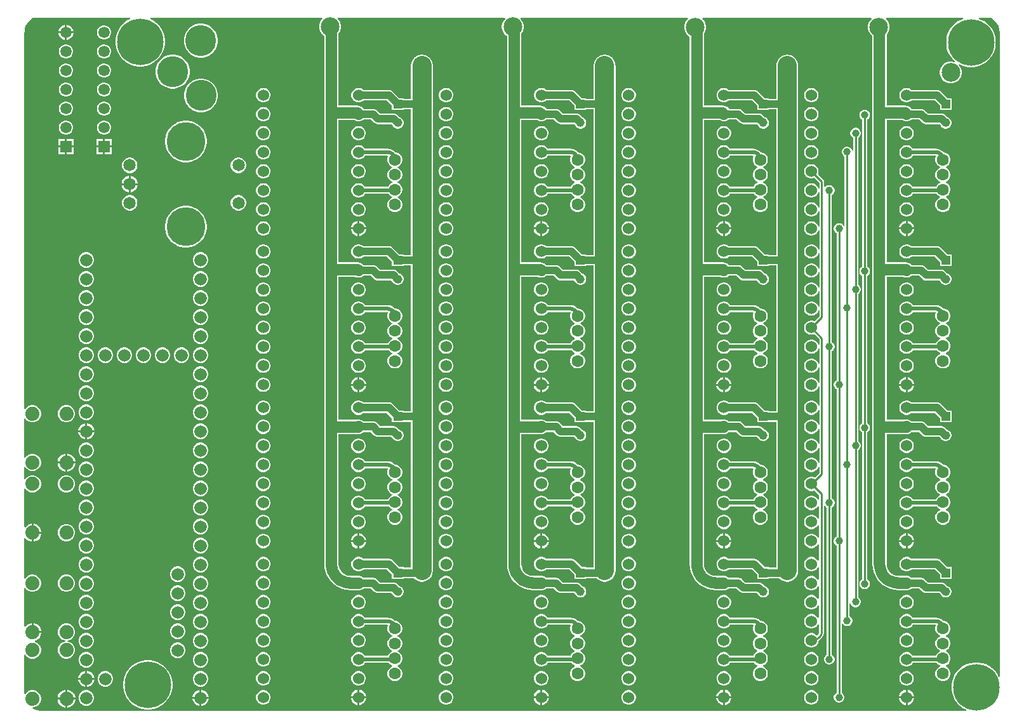
<source format=gbl>
G04*
G04 #@! TF.GenerationSoftware,Altium Limited,Altium Designer,21.3.1 (25)*
G04*
G04 Layer_Physical_Order=4*
G04 Layer_Color=16711680*
%FSLAX25Y25*%
%MOIN*%
G70*
G04*
G04 #@! TF.SameCoordinates,7C546B25-A564-4243-A2DC-5418B6E61E03*
G04*
G04*
G04 #@! TF.FilePolarity,Positive*
G04*
G01*
G75*
%ADD15C,0.01000*%
%ADD32C,0.03937*%
%ADD33C,0.09843*%
%ADD34C,0.01968*%
%ADD35C,0.06496*%
%ADD36C,0.20319*%
%ADD37C,0.07400*%
%ADD38C,0.06555*%
%ADD39C,0.24410*%
%ADD40C,0.02953*%
%ADD41C,0.06000*%
%ADD42C,0.05906*%
%ADD43R,0.05906X0.05906*%
%ADD44C,0.16200*%
%ADD45C,0.06299*%
%ADD46R,0.04528X0.04528*%
%ADD47C,0.04528*%
%ADD48C,0.09843*%
%ADD49C,0.03937*%
%ADD50C,0.05906*%
G36*
X56441Y369887D02*
X56562Y369387D01*
X55002Y368592D01*
X53347Y367390D01*
X51901Y365944D01*
X50699Y364290D01*
X49771Y362468D01*
X49139Y360523D01*
X48819Y358503D01*
Y356458D01*
X49139Y354438D01*
X49771Y352493D01*
X50699Y350671D01*
X51901Y349016D01*
X53347Y347570D01*
X55002Y346369D01*
X56824Y345440D01*
X58769Y344808D01*
X60789Y344488D01*
X62833D01*
X64853Y344808D01*
X66798Y345440D01*
X68620Y346369D01*
X70275Y347570D01*
X71721Y349016D01*
X72923Y350671D01*
X73851Y352493D01*
X74483Y354438D01*
X74803Y356458D01*
Y358503D01*
X74483Y360523D01*
X73851Y362468D01*
X72923Y364290D01*
X71721Y365944D01*
X70275Y367390D01*
X68620Y368592D01*
X67061Y369387D01*
X67181Y369887D01*
X157223D01*
X157415Y369425D01*
X156849Y368860D01*
X156098Y367558D01*
X155709Y366106D01*
Y364603D01*
X156098Y363151D01*
X156849Y361849D01*
X157912Y360786D01*
X158468Y360465D01*
Y320079D01*
Y237795D01*
Y155118D01*
Y83150D01*
X158458D01*
X158628Y80993D01*
X159133Y78891D01*
X159960Y76892D01*
X161090Y75048D01*
X162495Y73404D01*
X164139Y71999D01*
X165983Y70869D01*
X167982Y70042D01*
X170085Y69537D01*
X172241Y69367D01*
Y69377D01*
X175902D01*
X175958Y69362D01*
X176955D01*
X177919Y69620D01*
X178782Y70119D01*
X179033Y70370D01*
X183006D01*
X184649Y68727D01*
X185224Y68286D01*
X185895Y68008D01*
X186614Y67913D01*
X193681D01*
X194288Y67307D01*
X194594Y66776D01*
X195162Y66208D01*
X195858Y65806D01*
X196634Y65598D01*
X197437D01*
X198213Y65806D01*
X198909Y66208D01*
X199477Y66776D01*
X199879Y67472D01*
X200087Y68248D01*
Y69051D01*
X199879Y69827D01*
X199477Y70523D01*
X198909Y71091D01*
X198213Y71493D01*
X197872Y71584D01*
X196798Y72658D01*
X196222Y73100D01*
X195552Y73378D01*
X194832Y73473D01*
X187766D01*
X186123Y75115D01*
X185547Y75557D01*
X184877Y75835D01*
X184158Y75929D01*
X179033D01*
X178782Y76180D01*
X177919Y76679D01*
X176955Y76937D01*
X175958D01*
X175902Y76922D01*
X172241D01*
X172187Y76915D01*
X171023Y77030D01*
X169853Y77385D01*
X168774Y77961D01*
X167828Y78737D01*
X167052Y79683D01*
X166476Y80762D01*
X166121Y81932D01*
X166006Y83096D01*
X166013Y83150D01*
Y151346D01*
X176347D01*
Y151345D01*
X177352Y151477D01*
X177831Y151675D01*
X177919Y151699D01*
X177997Y151745D01*
X178288Y151865D01*
X178538Y152057D01*
X178782Y152198D01*
X178982Y152397D01*
X179049Y152449D01*
X183006D01*
X184649Y150806D01*
X185224Y150364D01*
X185895Y150087D01*
X186614Y149992D01*
X193681D01*
X194288Y149385D01*
X194594Y148855D01*
X195162Y148287D01*
X195858Y147885D01*
X196634Y147677D01*
X197437D01*
X198213Y147885D01*
X198909Y148287D01*
X199477Y148855D01*
X199879Y149551D01*
X200087Y150327D01*
Y151130D01*
X199879Y151906D01*
X199477Y152602D01*
X198909Y153170D01*
X198213Y153572D01*
X197872Y153663D01*
X196798Y154737D01*
X196222Y155179D01*
X195552Y155457D01*
X194832Y155551D01*
X187766D01*
X186123Y157194D01*
X185547Y157636D01*
X184877Y157913D01*
X184158Y158008D01*
X179033D01*
X178782Y158259D01*
X177919Y158758D01*
X176955Y159016D01*
X176347D01*
Y159212D01*
X175720Y158952D01*
X175491Y158890D01*
X166013D01*
Y234023D01*
X174570D01*
X174995Y233778D01*
X175958Y233520D01*
X176955D01*
X177919Y233778D01*
X178782Y234276D01*
X179033Y234527D01*
X183006D01*
X184649Y232885D01*
X185224Y232443D01*
X185895Y232165D01*
X186614Y232071D01*
X193681D01*
X194288Y231464D01*
X194594Y230934D01*
X195162Y230365D01*
X195858Y229964D01*
X196634Y229756D01*
X197437D01*
X198213Y229964D01*
X198909Y230365D01*
X199477Y230934D01*
X199879Y231629D01*
X200087Y232405D01*
Y233209D01*
X199879Y233985D01*
X199477Y234681D01*
X198909Y235249D01*
X198213Y235650D01*
X197872Y235742D01*
X196798Y236816D01*
X196222Y237258D01*
X195552Y237535D01*
X194832Y237630D01*
X187766D01*
X186123Y239273D01*
X185547Y239714D01*
X184877Y239992D01*
X184158Y240087D01*
X179165D01*
X178984Y240323D01*
X178101Y241001D01*
X177072Y241427D01*
X175969Y241572D01*
Y241568D01*
X166013D01*
Y316306D01*
X174216D01*
X174995Y315857D01*
X175958Y315598D01*
X176955D01*
X177919Y315857D01*
X178782Y316355D01*
X179033Y316606D01*
X183006D01*
X184649Y314964D01*
X185224Y314522D01*
X185895Y314244D01*
X186614Y314149D01*
X193681D01*
X194288Y313543D01*
X194594Y313012D01*
X195162Y312444D01*
X195858Y312043D01*
X196634Y311835D01*
X197437D01*
X198213Y312043D01*
X198909Y312444D01*
X199477Y313012D01*
X199879Y313708D01*
X200087Y314484D01*
Y315287D01*
X199879Y316063D01*
X199477Y316759D01*
X198909Y317327D01*
X198213Y317729D01*
X197872Y317821D01*
X196798Y318895D01*
X196222Y319336D01*
X195552Y319614D01*
X194832Y319709D01*
X187766D01*
X186123Y321351D01*
X185547Y321793D01*
X184877Y322071D01*
X184158Y322165D01*
X179219D01*
X178926Y322548D01*
X177999Y323258D01*
X176921Y323705D01*
X175764Y323857D01*
Y323851D01*
X166013D01*
Y361747D01*
X165997Y361869D01*
X166737Y363151D01*
X167126Y364603D01*
Y366106D01*
X166737Y367558D01*
X165985Y368860D01*
X165420Y369425D01*
X165611Y369887D01*
X253180D01*
X253387Y369387D01*
X252819Y368820D01*
X252068Y367518D01*
X251679Y366066D01*
Y364563D01*
X252068Y363111D01*
X252819Y361809D01*
X253882Y360746D01*
X254390Y360454D01*
Y320079D01*
Y237795D01*
Y155118D01*
Y83150D01*
X254379D01*
X254549Y80993D01*
X255054Y78891D01*
X255882Y76892D01*
X257012Y75048D01*
X258416Y73404D01*
X260061Y71999D01*
X261905Y70869D01*
X263903Y70042D01*
X266006Y69537D01*
X268162Y69367D01*
Y69377D01*
X271823D01*
X271879Y69362D01*
X272877D01*
X273840Y69620D01*
X274704Y70119D01*
X274955Y70370D01*
X278927D01*
X280570Y68727D01*
X281146Y68286D01*
X281816Y68008D01*
X282535Y67913D01*
X289602D01*
X290209Y67307D01*
X290515Y66776D01*
X291083Y66208D01*
X291779Y65806D01*
X292555Y65598D01*
X293358D01*
X294134Y65806D01*
X294830Y66208D01*
X295398Y66776D01*
X295800Y67472D01*
X296008Y68248D01*
Y69051D01*
X295800Y69827D01*
X295398Y70523D01*
X294830Y71091D01*
X294134Y71493D01*
X293793Y71584D01*
X292719Y72658D01*
X292143Y73100D01*
X291473Y73378D01*
X290754Y73473D01*
X283687D01*
X282044Y75115D01*
X281469Y75557D01*
X280798Y75835D01*
X280079Y75929D01*
X274955D01*
X274704Y76180D01*
X273840Y76679D01*
X272877Y76937D01*
X271879D01*
X271823Y76922D01*
X268162D01*
X268108Y76915D01*
X266945Y77030D01*
X265774Y77385D01*
X264695Y77961D01*
X263750Y78737D01*
X262974Y79683D01*
X262397Y80762D01*
X262042Y81932D01*
X261927Y83096D01*
X261934Y83150D01*
Y151346D01*
X272268D01*
Y151345D01*
X273273Y151477D01*
X273752Y151675D01*
X273840Y151699D01*
X273919Y151745D01*
X274209Y151865D01*
X274459Y152057D01*
X274704Y152198D01*
X274903Y152397D01*
X274970Y152449D01*
X278927D01*
X280570Y150806D01*
X281146Y150364D01*
X281816Y150087D01*
X282535Y149992D01*
X289602D01*
X290209Y149385D01*
X290515Y148855D01*
X291083Y148287D01*
X291779Y147885D01*
X292555Y147677D01*
X293358D01*
X294134Y147885D01*
X294830Y148287D01*
X295398Y148855D01*
X295800Y149551D01*
X296008Y150327D01*
Y151130D01*
X295800Y151906D01*
X295398Y152602D01*
X294830Y153170D01*
X294134Y153572D01*
X293793Y153663D01*
X292719Y154737D01*
X292143Y155179D01*
X291473Y155457D01*
X290754Y155551D01*
X283687D01*
X282044Y157194D01*
X281469Y157636D01*
X280798Y157913D01*
X280079Y158008D01*
X274955D01*
X274704Y158259D01*
X273840Y158758D01*
X272877Y159016D01*
X272268D01*
Y159212D01*
X271641Y158952D01*
X271412Y158890D01*
X261934D01*
Y234023D01*
X270492D01*
X270916Y233778D01*
X271879Y233520D01*
X272877D01*
X273840Y233778D01*
X274704Y234276D01*
X274955Y234527D01*
X278927D01*
X280570Y232885D01*
X281146Y232443D01*
X281816Y232165D01*
X282535Y232071D01*
X289602D01*
X290209Y231464D01*
X290515Y230934D01*
X291083Y230365D01*
X291779Y229964D01*
X292555Y229756D01*
X293358D01*
X294134Y229964D01*
X294830Y230365D01*
X295398Y230934D01*
X295800Y231629D01*
X296008Y232405D01*
Y233209D01*
X295800Y233985D01*
X295398Y234681D01*
X294830Y235249D01*
X294134Y235650D01*
X293793Y235742D01*
X292719Y236816D01*
X292143Y237258D01*
X291473Y237535D01*
X290754Y237630D01*
X283687D01*
X282044Y239273D01*
X281469Y239714D01*
X280798Y239992D01*
X280079Y240087D01*
X275086D01*
X274905Y240323D01*
X274022Y241001D01*
X272994Y241427D01*
X271890Y241572D01*
Y241568D01*
X261934D01*
Y316306D01*
X270137D01*
X270916Y315857D01*
X271879Y315598D01*
X272877D01*
X273840Y315857D01*
X274704Y316355D01*
X274955Y316606D01*
X278927D01*
X280570Y314964D01*
X281146Y314522D01*
X281816Y314244D01*
X282535Y314149D01*
X289602D01*
X290209Y313543D01*
X290515Y313012D01*
X291083Y312444D01*
X291779Y312043D01*
X292555Y311835D01*
X293358D01*
X294134Y312043D01*
X294830Y312444D01*
X295398Y313012D01*
X295800Y313708D01*
X296008Y314484D01*
Y315287D01*
X295800Y316063D01*
X295398Y316759D01*
X294830Y317327D01*
X294134Y317729D01*
X293793Y317821D01*
X292719Y318895D01*
X292143Y319336D01*
X291473Y319614D01*
X290754Y319709D01*
X283687D01*
X282044Y321351D01*
X281469Y321793D01*
X280798Y322071D01*
X280079Y322165D01*
X275140D01*
X274847Y322548D01*
X273921Y323258D01*
X272842Y323705D01*
X271685Y323857D01*
Y323851D01*
X261934D01*
Y361756D01*
X261931Y361784D01*
X261956Y361809D01*
X262707Y363111D01*
X263096Y364563D01*
Y366066D01*
X262707Y367518D01*
X261956Y368820D01*
X261388Y369387D01*
X261595Y369887D01*
X349196Y369887D01*
X349403Y369387D01*
X348595Y368579D01*
X347844Y367277D01*
X347454Y365825D01*
Y364322D01*
X347844Y362870D01*
X348595Y361568D01*
X349658Y360505D01*
X350311Y360128D01*
Y320079D01*
Y237795D01*
Y155118D01*
Y83150D01*
X350301D01*
X350470Y80993D01*
X350975Y78891D01*
X351803Y76892D01*
X352933Y75048D01*
X354337Y73404D01*
X355982Y71999D01*
X357826Y70869D01*
X359824Y70042D01*
X361927Y69537D01*
X364083Y69367D01*
Y69377D01*
X367745D01*
X367801Y69362D01*
X368798D01*
X369761Y69620D01*
X370625Y70119D01*
X370876Y70370D01*
X374849D01*
X376491Y68727D01*
X377067Y68286D01*
X377737Y68008D01*
X378457Y67913D01*
X385524D01*
X386130Y67307D01*
X386436Y66776D01*
X387004Y66208D01*
X387700Y65806D01*
X388476Y65598D01*
X389280D01*
X390056Y65806D01*
X390751Y66208D01*
X391319Y66776D01*
X391721Y67472D01*
X391929Y68248D01*
Y69051D01*
X391721Y69827D01*
X391319Y70523D01*
X390751Y71091D01*
X390056Y71493D01*
X389715Y71584D01*
X388640Y72658D01*
X388065Y73100D01*
X387394Y73378D01*
X386675Y73473D01*
X379608D01*
X377965Y75115D01*
X377390Y75557D01*
X376719Y75835D01*
X376000Y75929D01*
X370876D01*
X370625Y76180D01*
X369761Y76679D01*
X368798Y76937D01*
X367801D01*
X367745Y76922D01*
X364083D01*
X364030Y76915D01*
X362866Y77030D01*
X361695Y77385D01*
X360616Y77961D01*
X359671Y78737D01*
X358895Y79683D01*
X358318Y80762D01*
X357963Y81932D01*
X357849Y83096D01*
X357856Y83150D01*
Y151346D01*
X368189D01*
Y151345D01*
X369194Y151477D01*
X369673Y151675D01*
X369761Y151699D01*
X369840Y151745D01*
X370131Y151865D01*
X370380Y152057D01*
X370625Y152198D01*
X370824Y152397D01*
X370891Y152449D01*
X374849D01*
X376491Y150806D01*
X377067Y150364D01*
X377737Y150087D01*
X378457Y149992D01*
X385524D01*
X386130Y149385D01*
X386436Y148855D01*
X387004Y148287D01*
X387700Y147885D01*
X388476Y147677D01*
X389280D01*
X390056Y147885D01*
X390751Y148287D01*
X391319Y148855D01*
X391721Y149551D01*
X391929Y150327D01*
Y151130D01*
X391721Y151906D01*
X391319Y152602D01*
X390751Y153170D01*
X390056Y153572D01*
X389715Y153663D01*
X388640Y154737D01*
X388065Y155179D01*
X387394Y155457D01*
X386675Y155551D01*
X379608D01*
X377965Y157194D01*
X377390Y157636D01*
X376719Y157913D01*
X376000Y158008D01*
X370876D01*
X370625Y158259D01*
X369761Y158758D01*
X368798Y159016D01*
X368189D01*
Y159212D01*
X367562Y158952D01*
X367333Y158890D01*
X357856D01*
Y234023D01*
X366413D01*
X366837Y233778D01*
X367801Y233520D01*
X368798D01*
X369761Y233778D01*
X370625Y234276D01*
X370876Y234527D01*
X374849D01*
X376491Y232885D01*
X377067Y232443D01*
X377737Y232165D01*
X378457Y232071D01*
X385524D01*
X386130Y231464D01*
X386436Y230934D01*
X387004Y230365D01*
X387700Y229964D01*
X388476Y229756D01*
X389280D01*
X390056Y229964D01*
X390751Y230365D01*
X391319Y230934D01*
X391721Y231629D01*
X391929Y232405D01*
Y233209D01*
X391721Y233985D01*
X391319Y234681D01*
X390751Y235249D01*
X390056Y235650D01*
X389715Y235742D01*
X388640Y236816D01*
X388065Y237258D01*
X387394Y237535D01*
X386675Y237630D01*
X379608D01*
X377965Y239273D01*
X377390Y239714D01*
X376719Y239992D01*
X376000Y240087D01*
X371008D01*
X370827Y240323D01*
X369943Y241001D01*
X368915Y241427D01*
X367811Y241572D01*
Y241568D01*
X357856D01*
Y316306D01*
X366058D01*
X366837Y315857D01*
X367801Y315598D01*
X368798D01*
X369761Y315857D01*
X370625Y316355D01*
X370876Y316606D01*
X374849D01*
X376491Y314964D01*
X377067Y314522D01*
X377737Y314244D01*
X378457Y314149D01*
X385524D01*
X386130Y313543D01*
X386436Y313012D01*
X387004Y312444D01*
X387700Y312043D01*
X388476Y311835D01*
X389280D01*
X390056Y312043D01*
X390751Y312444D01*
X391319Y313012D01*
X391721Y313708D01*
X391929Y314484D01*
Y315287D01*
X391721Y316063D01*
X391319Y316759D01*
X390751Y317327D01*
X390056Y317729D01*
X389715Y317821D01*
X388640Y318895D01*
X388065Y319336D01*
X387394Y319614D01*
X386675Y319709D01*
X379608D01*
X377965Y321351D01*
X377390Y321793D01*
X376719Y322071D01*
X376000Y322165D01*
X371061D01*
X370768Y322548D01*
X369842Y323258D01*
X368764Y323705D01*
X367606Y323857D01*
Y323851D01*
X357856D01*
Y361369D01*
X357811Y361707D01*
X358483Y362870D01*
X358872Y364322D01*
Y365825D01*
X358483Y367277D01*
X357731Y368579D01*
X356923Y369387D01*
X357130Y369887D01*
X445598D01*
X445805Y369387D01*
X445045Y368627D01*
X444294Y367325D01*
X443905Y365873D01*
Y364370D01*
X444294Y362918D01*
X445045Y361617D01*
X446108Y360554D01*
X446232Y360482D01*
Y320079D01*
Y237795D01*
Y155118D01*
Y83150D01*
X446222D01*
X446391Y80993D01*
X446896Y78891D01*
X447724Y76892D01*
X448854Y75048D01*
X450259Y73404D01*
X451903Y71999D01*
X453747Y70869D01*
X455745Y70042D01*
X457848Y69537D01*
X460005Y69367D01*
Y69377D01*
X463666D01*
X463722Y69362D01*
X464719D01*
X465682Y69620D01*
X466546Y70119D01*
X466797Y70370D01*
X470770D01*
X472412Y68727D01*
X472988Y68286D01*
X473659Y68008D01*
X474378Y67913D01*
X481445D01*
X482052Y67307D01*
X482358Y66776D01*
X482926Y66208D01*
X483622Y65806D01*
X484398Y65598D01*
X485201D01*
X485977Y65806D01*
X486673Y66208D01*
X487241Y66776D01*
X487642Y67472D01*
X487850Y68248D01*
Y69051D01*
X487642Y69827D01*
X487241Y70523D01*
X486673Y71091D01*
X485977Y71493D01*
X485636Y71584D01*
X484562Y72658D01*
X483986Y73100D01*
X483316Y73378D01*
X482596Y73473D01*
X475529D01*
X473887Y75115D01*
X473311Y75557D01*
X472641Y75835D01*
X471921Y75929D01*
X466797D01*
X466546Y76180D01*
X465682Y76679D01*
X464719Y76937D01*
X463722D01*
X463666Y76922D01*
X460005D01*
X459951Y76915D01*
X458787Y77030D01*
X457617Y77385D01*
X456538Y77961D01*
X455592Y78737D01*
X454816Y79683D01*
X454240Y80762D01*
X453885Y81932D01*
X453770Y83096D01*
X453777Y83150D01*
Y151346D01*
X464110D01*
Y151345D01*
X465115Y151477D01*
X465594Y151675D01*
X465682Y151699D01*
X465761Y151745D01*
X466052Y151865D01*
X466302Y152057D01*
X466546Y152198D01*
X466745Y152397D01*
X466813Y152449D01*
X470770D01*
X472412Y150806D01*
X472988Y150364D01*
X473659Y150087D01*
X474378Y149992D01*
X481445D01*
X482052Y149385D01*
X482358Y148855D01*
X482926Y148287D01*
X483622Y147885D01*
X484398Y147677D01*
X485201D01*
X485977Y147885D01*
X486673Y148287D01*
X487241Y148855D01*
X487642Y149551D01*
X487850Y150327D01*
Y151130D01*
X487642Y151906D01*
X487241Y152602D01*
X486673Y153170D01*
X485977Y153572D01*
X485636Y153663D01*
X484562Y154737D01*
X483986Y155179D01*
X483316Y155457D01*
X482596Y155551D01*
X475529D01*
X473887Y157194D01*
X473311Y157636D01*
X472641Y157913D01*
X471921Y158008D01*
X466797D01*
X466546Y158259D01*
X465682Y158758D01*
X464719Y159016D01*
X464110D01*
Y159212D01*
X463484Y158952D01*
X463254Y158890D01*
X453777D01*
Y234023D01*
X462334D01*
X462759Y233778D01*
X463722Y233520D01*
X464719D01*
X465682Y233778D01*
X466546Y234276D01*
X466797Y234527D01*
X470770D01*
X472412Y232885D01*
X472988Y232443D01*
X473659Y232165D01*
X474378Y232071D01*
X481445D01*
X482052Y231464D01*
X482358Y230934D01*
X482926Y230365D01*
X483622Y229964D01*
X484398Y229756D01*
X485201D01*
X485977Y229964D01*
X486673Y230365D01*
X487241Y230934D01*
X487642Y231629D01*
X487850Y232405D01*
Y233209D01*
X487642Y233985D01*
X487241Y234681D01*
X486673Y235249D01*
X485977Y235650D01*
X485636Y235742D01*
X484562Y236816D01*
X483986Y237258D01*
X483316Y237535D01*
X482596Y237630D01*
X475529D01*
X473887Y239273D01*
X473311Y239714D01*
X472641Y239992D01*
X471921Y240087D01*
X466929D01*
X466748Y240323D01*
X465865Y241001D01*
X464836Y241427D01*
X463732Y241572D01*
Y241568D01*
X453777D01*
Y316306D01*
X461979D01*
X462759Y315857D01*
X463722Y315598D01*
X464719D01*
X465682Y315857D01*
X466546Y316355D01*
X466797Y316606D01*
X470770D01*
X472412Y314964D01*
X472988Y314522D01*
X473659Y314244D01*
X474378Y314149D01*
X481445D01*
X482052Y313543D01*
X482358Y313012D01*
X482926Y312444D01*
X483622Y312043D01*
X484398Y311835D01*
X485201D01*
X485977Y312043D01*
X486673Y312444D01*
X487241Y313012D01*
X487642Y313708D01*
X487850Y314484D01*
Y315287D01*
X487642Y316063D01*
X487241Y316759D01*
X486673Y317327D01*
X485977Y317729D01*
X485636Y317821D01*
X484562Y318895D01*
X483986Y319336D01*
X483316Y319614D01*
X482596Y319709D01*
X475529D01*
X473887Y321351D01*
X473311Y321793D01*
X472641Y322071D01*
X471921Y322165D01*
X466982D01*
X466689Y322548D01*
X465763Y323258D01*
X464685Y323705D01*
X463528Y323857D01*
Y323851D01*
X453777D01*
Y361212D01*
X454181Y361617D01*
X454933Y362918D01*
X455322Y364370D01*
Y365873D01*
X454933Y367325D01*
X454181Y368627D01*
X453421Y369387D01*
X453629Y369887D01*
X493766D01*
X493845Y369387D01*
X493044Y369127D01*
X491222Y368198D01*
X489568Y366996D01*
X488122Y365550D01*
X486920Y363896D01*
X485991Y362074D01*
X485359Y360129D01*
X485039Y358109D01*
Y356064D01*
X485359Y354044D01*
X485991Y352099D01*
X486920Y350277D01*
X488122Y348623D01*
X489568Y347177D01*
X489329Y346732D01*
X488153Y347047D01*
X486650D01*
X485198Y346658D01*
X483896Y345907D01*
X482833Y344844D01*
X482082Y343542D01*
X481693Y342090D01*
Y340587D01*
X482082Y339135D01*
X482833Y337833D01*
X483896Y336771D01*
X485198Y336019D01*
X486650Y335630D01*
X488153D01*
X489605Y336019D01*
X490907Y336771D01*
X491970Y337833D01*
X492721Y339135D01*
X493110Y340587D01*
Y342090D01*
X492721Y343542D01*
X491970Y344844D01*
X491584Y345229D01*
X491882Y345639D01*
X493044Y345046D01*
X494989Y344414D01*
X497009Y344094D01*
X499054D01*
X501074Y344414D01*
X503019Y345046D01*
X504841Y345975D01*
X506495Y347177D01*
X507941Y348623D01*
X509143Y350277D01*
X510072Y352099D01*
X510704Y354044D01*
X511024Y356064D01*
Y358109D01*
X510704Y360129D01*
X510072Y362074D01*
X509143Y363896D01*
X507941Y365550D01*
X506495Y366996D01*
X504841Y368198D01*
X503019Y369127D01*
X502218Y369387D01*
X502297Y369887D01*
X508644D01*
X509248Y369564D01*
X510589Y368463D01*
X511690Y367122D01*
X512508Y365592D01*
X513012Y363931D01*
X513178Y362245D01*
X513170Y362205D01*
X513170Y23921D01*
X512670Y23801D01*
X511899Y25313D01*
X510697Y26968D01*
X509251Y28414D01*
X507597Y29616D01*
X505775Y30544D01*
X503830Y31176D01*
X501810Y31496D01*
X499765D01*
X497745Y31176D01*
X495800Y30544D01*
X493978Y29616D01*
X492324Y28414D01*
X490878Y26968D01*
X489676Y25313D01*
X488747Y23491D01*
X488115Y21546D01*
X487795Y19526D01*
Y17481D01*
X488115Y15462D01*
X488747Y13517D01*
X489676Y11695D01*
X490878Y10040D01*
X492324Y8594D01*
X493978Y7392D01*
X495490Y6622D01*
X495370Y6122D01*
X10343D01*
X9843Y6122D01*
X9357Y6157D01*
X8116Y6280D01*
X6455Y6784D01*
X5284Y7409D01*
X5410Y7909D01*
X5864D01*
X7005Y8215D01*
X8028Y8806D01*
X8864Y9641D01*
X9455Y10665D01*
X9761Y11806D01*
Y12988D01*
X9455Y14129D01*
X8864Y15152D01*
X8028Y15988D01*
X7005Y16578D01*
X5864Y16884D01*
X4682D01*
X3541Y16578D01*
X2518Y15988D01*
X1682Y15152D01*
X1505Y14846D01*
X1036Y14915D01*
X1003Y14961D01*
Y35417D01*
X1503Y35551D01*
X1682Y35241D01*
X2518Y34406D01*
X3541Y33815D01*
X4682Y33509D01*
X5864D01*
X7005Y33815D01*
X8028Y34406D01*
X8864Y35241D01*
X9455Y36265D01*
X9761Y37406D01*
Y38588D01*
X9455Y39729D01*
X8864Y40752D01*
X8028Y41588D01*
X7005Y42178D01*
X6374Y42348D01*
Y42865D01*
X7087Y43056D01*
X8159Y43675D01*
X9034Y44550D01*
X9653Y45622D01*
X9973Y46817D01*
Y46936D01*
X5273D01*
Y47436D01*
X4773D01*
Y52136D01*
X4654D01*
X3459Y51816D01*
X2387Y51197D01*
X1512Y50322D01*
X1486Y50277D01*
X1003Y50407D01*
Y70457D01*
X1503Y70591D01*
X1682Y70281D01*
X2518Y69445D01*
X3541Y68855D01*
X4682Y68549D01*
X5864D01*
X7005Y68855D01*
X8028Y69445D01*
X8864Y70281D01*
X9455Y71304D01*
X9761Y72445D01*
Y73627D01*
X9455Y74768D01*
X8864Y75792D01*
X8028Y76627D01*
X7005Y77218D01*
X5864Y77524D01*
X4682D01*
X3541Y77218D01*
X2518Y76627D01*
X1682Y75792D01*
X1503Y75482D01*
X1003Y75616D01*
Y96623D01*
X1486Y96752D01*
X1512Y96708D01*
X2387Y95833D01*
X3459Y95214D01*
X4654Y94893D01*
X4773D01*
Y99594D01*
Y104294D01*
X4654D01*
X3459Y103973D01*
X2387Y103354D01*
X1512Y102479D01*
X1486Y102435D01*
X1003Y102564D01*
Y122614D01*
X1503Y122748D01*
X1682Y122438D01*
X2518Y121603D01*
X3541Y121012D01*
X4682Y120706D01*
X5864D01*
X7005Y121012D01*
X8028Y121603D01*
X8864Y122438D01*
X9455Y123461D01*
X9761Y124603D01*
Y125784D01*
X9455Y126926D01*
X8864Y127949D01*
X8028Y128784D01*
X7005Y129375D01*
X5864Y129681D01*
X4682D01*
X3541Y129375D01*
X2518Y128784D01*
X1682Y127949D01*
X1503Y127639D01*
X1003Y127773D01*
Y133863D01*
X1503Y133997D01*
X1682Y133687D01*
X2518Y132851D01*
X3541Y132261D01*
X4682Y131955D01*
X5864D01*
X7005Y132261D01*
X8028Y132851D01*
X8864Y133687D01*
X9455Y134710D01*
X9761Y135852D01*
Y137033D01*
X9455Y138174D01*
X8864Y139198D01*
X8028Y140033D01*
X7005Y140624D01*
X5864Y140930D01*
X4682D01*
X3541Y140624D01*
X2518Y140033D01*
X1682Y139198D01*
X1503Y138888D01*
X1003Y139022D01*
Y159463D01*
X1503Y159597D01*
X1682Y159287D01*
X2518Y158451D01*
X3541Y157861D01*
X4682Y157555D01*
X5864D01*
X7005Y157861D01*
X8028Y158451D01*
X8864Y159287D01*
X9455Y160310D01*
X9761Y161451D01*
Y162633D01*
X9455Y163774D01*
X8864Y164798D01*
X8028Y165633D01*
X7005Y166224D01*
X5864Y166530D01*
X4682D01*
X3541Y166224D01*
X2518Y165633D01*
X1682Y164798D01*
X1503Y164488D01*
X1003Y164622D01*
X1003Y362204D01*
X1003Y362205D01*
X1003D01*
X1039Y362690D01*
X1162Y363931D01*
X1665Y365592D01*
X2483Y367122D01*
X3584Y368463D01*
X4925Y369564D01*
X5530Y369887D01*
X56441D01*
D02*
G37*
%LPC*%
G36*
X23350Y366314D02*
X23330D01*
Y362862D01*
X26783D01*
Y362882D01*
X26513Y363887D01*
X25993Y364789D01*
X25257Y365525D01*
X24356Y366045D01*
X23350Y366314D01*
D02*
G37*
G36*
X22330D02*
X22310D01*
X21304Y366045D01*
X20403Y365525D01*
X19667Y364789D01*
X19147Y363887D01*
X18877Y362882D01*
Y362862D01*
X22330D01*
Y366314D01*
D02*
G37*
G36*
X43322Y366102D02*
X42338D01*
X41386Y365847D01*
X40534Y365354D01*
X39837Y364658D01*
X39345Y363805D01*
X39090Y362854D01*
Y361869D01*
X39345Y360918D01*
X39837Y360065D01*
X40534Y359369D01*
X41386Y358876D01*
X42338Y358621D01*
X43322D01*
X44274Y358876D01*
X45127Y359369D01*
X45823Y360065D01*
X46315Y360918D01*
X46570Y361869D01*
Y362854D01*
X46315Y363805D01*
X45823Y364658D01*
X45127Y365354D01*
X44274Y365847D01*
X43322Y366102D01*
D02*
G37*
G36*
X26783Y361862D02*
X23330D01*
Y358409D01*
X23350D01*
X24356Y358678D01*
X25257Y359199D01*
X25993Y359934D01*
X26513Y360836D01*
X26783Y361841D01*
Y361862D01*
D02*
G37*
G36*
X22330D02*
X18877D01*
Y361841D01*
X19147Y360836D01*
X19667Y359934D01*
X20403Y359199D01*
X21304Y358678D01*
X22310Y358409D01*
X22330D01*
Y361862D01*
D02*
G37*
G36*
X94476Y366931D02*
X92725D01*
X91008Y366589D01*
X89391Y365919D01*
X87935Y364947D01*
X86698Y363709D01*
X85725Y362253D01*
X85055Y360636D01*
X84713Y358919D01*
Y357168D01*
X85055Y355451D01*
X85725Y353834D01*
X86698Y352378D01*
X87935Y351140D01*
X89391Y350167D01*
X91008Y349497D01*
X92725Y349156D01*
X94476D01*
X96193Y349497D01*
X97811Y350167D01*
X99266Y351140D01*
X100504Y352378D01*
X101477Y353834D01*
X102147Y355451D01*
X102488Y357168D01*
Y358919D01*
X102147Y360636D01*
X101477Y362253D01*
X100504Y363709D01*
X99266Y364947D01*
X97811Y365919D01*
X96193Y366589D01*
X94476Y366931D01*
D02*
G37*
G36*
X43322Y356102D02*
X42338D01*
X41386Y355847D01*
X40534Y355354D01*
X39837Y354658D01*
X39345Y353805D01*
X39090Y352854D01*
Y351869D01*
X39345Y350918D01*
X39837Y350065D01*
X40534Y349369D01*
X41386Y348876D01*
X42338Y348621D01*
X43322D01*
X44274Y348876D01*
X45127Y349369D01*
X45823Y350065D01*
X46315Y350918D01*
X46570Y351869D01*
Y352854D01*
X46315Y353805D01*
X45823Y354658D01*
X45127Y355354D01*
X44274Y355847D01*
X43322Y356102D01*
D02*
G37*
G36*
X23322D02*
X22338D01*
X21386Y355847D01*
X20534Y355354D01*
X19837Y354658D01*
X19345Y353805D01*
X19090Y352854D01*
Y351869D01*
X19345Y350918D01*
X19837Y350065D01*
X20534Y349369D01*
X21386Y348876D01*
X22338Y348621D01*
X23322D01*
X24274Y348876D01*
X25126Y349369D01*
X25823Y350065D01*
X26315Y350918D01*
X26570Y351869D01*
Y352854D01*
X26315Y353805D01*
X25823Y354658D01*
X25126Y355354D01*
X24274Y355847D01*
X23322Y356102D01*
D02*
G37*
G36*
X43322Y346102D02*
X42338D01*
X41386Y345847D01*
X40534Y345354D01*
X39837Y344658D01*
X39345Y343805D01*
X39090Y342854D01*
Y341869D01*
X39345Y340918D01*
X39837Y340065D01*
X40534Y339369D01*
X41386Y338876D01*
X42338Y338621D01*
X43322D01*
X44274Y338876D01*
X45127Y339369D01*
X45823Y340065D01*
X46315Y340918D01*
X46570Y341869D01*
Y342854D01*
X46315Y343805D01*
X45823Y344658D01*
X45127Y345354D01*
X44274Y345847D01*
X43322Y346102D01*
D02*
G37*
G36*
X23322D02*
X22338D01*
X21386Y345847D01*
X20534Y345354D01*
X19837Y344658D01*
X19345Y343805D01*
X19090Y342854D01*
Y341869D01*
X19345Y340918D01*
X19837Y340065D01*
X20534Y339369D01*
X21386Y338876D01*
X22338Y338621D01*
X23322D01*
X24274Y338876D01*
X25126Y339369D01*
X25823Y340065D01*
X26315Y340918D01*
X26570Y341869D01*
Y342854D01*
X26315Y343805D01*
X25823Y344658D01*
X25126Y345354D01*
X24274Y345847D01*
X23322Y346102D01*
D02*
G37*
G36*
X79767Y350620D02*
X78017D01*
X76299Y350278D01*
X74682Y349608D01*
X73226Y348636D01*
X71988Y347398D01*
X71016Y345942D01*
X70346Y344325D01*
X70004Y342608D01*
Y340857D01*
X70346Y339140D01*
X71016Y337523D01*
X71988Y336067D01*
X73226Y334829D01*
X74682Y333856D01*
X76299Y333186D01*
X78017Y332845D01*
X79767D01*
X81484Y333186D01*
X83101Y333856D01*
X84557Y334829D01*
X85795Y336067D01*
X86768Y337523D01*
X87438Y339140D01*
X87779Y340857D01*
Y342608D01*
X87438Y344325D01*
X86768Y345942D01*
X85795Y347398D01*
X84557Y348636D01*
X83101Y349608D01*
X81484Y350278D01*
X79767Y350620D01*
D02*
G37*
G36*
X43322Y336102D02*
X42338D01*
X41386Y335847D01*
X40534Y335354D01*
X39837Y334658D01*
X39345Y333805D01*
X39090Y332854D01*
Y331869D01*
X39345Y330918D01*
X39837Y330065D01*
X40534Y329369D01*
X41386Y328876D01*
X42338Y328621D01*
X43322D01*
X44274Y328876D01*
X45127Y329369D01*
X45823Y330065D01*
X46315Y330918D01*
X46570Y331869D01*
Y332854D01*
X46315Y333805D01*
X45823Y334658D01*
X45127Y335354D01*
X44274Y335847D01*
X43322Y336102D01*
D02*
G37*
G36*
X23322D02*
X22338D01*
X21386Y335847D01*
X20534Y335354D01*
X19837Y334658D01*
X19345Y333805D01*
X19090Y332854D01*
Y331869D01*
X19345Y330918D01*
X19837Y330065D01*
X20534Y329369D01*
X21386Y328876D01*
X22338Y328621D01*
X23322D01*
X24274Y328876D01*
X25126Y329369D01*
X25823Y330065D01*
X26315Y330918D01*
X26570Y331869D01*
Y332854D01*
X26315Y333805D01*
X25823Y334658D01*
X25126Y335354D01*
X24274Y335847D01*
X23322Y336102D01*
D02*
G37*
G36*
X401575Y350640D02*
X401201Y350590D01*
X400823D01*
X400459Y350493D01*
X400084Y350444D01*
X399736Y350299D01*
X399371Y350202D01*
X399044Y350013D01*
X398696Y349868D01*
X398396Y349639D01*
X398070Y349450D01*
X397803Y349183D01*
X397503Y348953D01*
X397274Y348654D01*
X397007Y348387D01*
X396818Y348060D01*
X396588Y347761D01*
X396444Y347412D01*
X396255Y347085D01*
X396158Y346721D01*
X396013Y346372D01*
X395964Y345998D01*
X395866Y345633D01*
Y345256D01*
X395817Y344882D01*
Y327508D01*
X391929D01*
Y327780D01*
X389758D01*
X386186Y331351D01*
X385610Y331793D01*
X384940Y332071D01*
X384221Y332166D01*
X370876D01*
X370625Y332417D01*
X369761Y332915D01*
X368798Y333173D01*
X367801D01*
X366837Y332915D01*
X365974Y332417D01*
X365268Y331711D01*
X364770Y330848D01*
X364512Y329885D01*
Y328887D01*
X364770Y327924D01*
X365268Y327060D01*
X365974Y326355D01*
X366837Y325856D01*
X367801Y325598D01*
X368798D01*
X369761Y325856D01*
X370625Y326355D01*
X370876Y326606D01*
X383069D01*
X385827Y323849D01*
Y321677D01*
X391929D01*
Y321949D01*
X395817D01*
Y245429D01*
X391929D01*
Y245701D01*
X389758D01*
X386186Y249273D01*
X385610Y249714D01*
X384940Y249992D01*
X384221Y250087D01*
X370876D01*
X370625Y250338D01*
X369761Y250836D01*
X368798Y251095D01*
X367801D01*
X366837Y250836D01*
X365974Y250338D01*
X365268Y249633D01*
X364770Y248769D01*
X364512Y247806D01*
Y246809D01*
X364770Y245845D01*
X365268Y244982D01*
X365974Y244276D01*
X366837Y243778D01*
X367801Y243520D01*
X368798D01*
X369761Y243778D01*
X370625Y244276D01*
X370876Y244527D01*
X383069D01*
X385827Y241770D01*
Y239598D01*
X391929D01*
Y239870D01*
X395817D01*
Y163350D01*
X391929D01*
Y163622D01*
X389758D01*
X386186Y167194D01*
X385610Y167636D01*
X384940Y167913D01*
X384221Y168008D01*
X370876D01*
X370625Y168259D01*
X369761Y168758D01*
X368798Y169016D01*
X367801D01*
X366837Y168758D01*
X365974Y168259D01*
X365268Y167554D01*
X364770Y166690D01*
X364512Y165727D01*
Y164730D01*
X364770Y163767D01*
X365268Y162903D01*
X365974Y162198D01*
X366837Y161699D01*
X367801Y161441D01*
X368798D01*
X369761Y161699D01*
X370625Y162198D01*
X370876Y162449D01*
X383069D01*
X385827Y159691D01*
Y157520D01*
X391929D01*
Y157791D01*
X395817D01*
Y81272D01*
X391929D01*
Y81543D01*
X389758D01*
X386186Y85115D01*
X385610Y85557D01*
X384940Y85835D01*
X384221Y85929D01*
X370876D01*
X370625Y86180D01*
X369761Y86679D01*
X368798Y86937D01*
X367801D01*
X366837Y86679D01*
X365974Y86180D01*
X365268Y85475D01*
X364770Y84611D01*
X364512Y83648D01*
Y82651D01*
X364770Y81688D01*
X365268Y80824D01*
X365974Y80119D01*
X366837Y79620D01*
X367801Y79362D01*
X368798D01*
X369761Y79620D01*
X370625Y80119D01*
X370876Y80370D01*
X383069D01*
X385827Y77612D01*
Y75441D01*
X391929D01*
Y75713D01*
X397307D01*
X397503Y75456D01*
X398696Y74541D01*
X400084Y73966D01*
X401575Y73770D01*
X403065Y73966D01*
X404454Y74541D01*
X405646Y75456D01*
X406561Y76649D01*
X407136Y78037D01*
X407333Y79528D01*
Y160630D01*
Y242520D01*
Y324410D01*
Y344882D01*
X407283Y345256D01*
Y345633D01*
X407186Y345998D01*
X407136Y346372D01*
X406992Y346721D01*
X406894Y347085D01*
X406706Y347412D01*
X406561Y347761D01*
X406332Y348060D01*
X406143Y348387D01*
X405876Y348654D01*
X405646Y348953D01*
X405347Y349183D01*
X405080Y349450D01*
X404753Y349639D01*
X404454Y349868D01*
X404105Y350013D01*
X403778Y350202D01*
X403414Y350299D01*
X403065Y350444D01*
X402691Y350493D01*
X402326Y350590D01*
X401949D01*
X401575Y350640D01*
D02*
G37*
G36*
X305654D02*
X305279Y350590D01*
X304902D01*
X304537Y350493D01*
X304163Y350444D01*
X303815Y350299D01*
X303450Y350202D01*
X303123Y350013D01*
X302775Y349868D01*
X302475Y349639D01*
X302148Y349450D01*
X301881Y349183D01*
X301582Y348953D01*
X301352Y348654D01*
X301085Y348387D01*
X300897Y348060D01*
X300667Y347761D01*
X300523Y347412D01*
X300334Y347085D01*
X300236Y346721D01*
X300092Y346372D01*
X300043Y345998D01*
X299945Y345633D01*
Y345256D01*
X299896Y344882D01*
Y327508D01*
X296008D01*
Y327780D01*
X293837D01*
X290265Y331351D01*
X289689Y331793D01*
X289019Y332071D01*
X288299Y332166D01*
X274955D01*
X274704Y332417D01*
X273840Y332915D01*
X272877Y333173D01*
X271879D01*
X270916Y332915D01*
X270052Y332417D01*
X269347Y331711D01*
X268849Y330848D01*
X268590Y329885D01*
Y328887D01*
X268849Y327924D01*
X269347Y327060D01*
X270052Y326355D01*
X270916Y325856D01*
X271879Y325598D01*
X272877D01*
X273840Y325856D01*
X274704Y326355D01*
X274955Y326606D01*
X287148D01*
X289906Y323849D01*
Y321677D01*
X296008D01*
Y321949D01*
X299896D01*
Y245429D01*
X296008D01*
Y245701D01*
X293837D01*
X290265Y249273D01*
X289689Y249714D01*
X289019Y249992D01*
X288299Y250087D01*
X274955D01*
X274704Y250338D01*
X273840Y250836D01*
X272877Y251095D01*
X271879D01*
X270916Y250836D01*
X270052Y250338D01*
X269347Y249633D01*
X268849Y248769D01*
X268590Y247806D01*
Y246809D01*
X268849Y245845D01*
X269347Y244982D01*
X270052Y244276D01*
X270916Y243778D01*
X271879Y243520D01*
X272877D01*
X273840Y243778D01*
X274704Y244276D01*
X274955Y244527D01*
X287148D01*
X289906Y241770D01*
Y239598D01*
X296008D01*
Y239870D01*
X299896D01*
Y163350D01*
X296008D01*
Y163622D01*
X293837D01*
X290265Y167194D01*
X289689Y167636D01*
X289019Y167913D01*
X288299Y168008D01*
X274955D01*
X274704Y168259D01*
X273840Y168758D01*
X272877Y169016D01*
X271879D01*
X270916Y168758D01*
X270052Y168259D01*
X269347Y167554D01*
X268849Y166690D01*
X268590Y165727D01*
Y164730D01*
X268849Y163767D01*
X269347Y162903D01*
X270052Y162198D01*
X270916Y161699D01*
X271879Y161441D01*
X272877D01*
X273840Y161699D01*
X274704Y162198D01*
X274955Y162449D01*
X287148D01*
X289906Y159691D01*
Y157520D01*
X296008D01*
Y157791D01*
X299896D01*
Y81272D01*
X296008D01*
Y81543D01*
X293837D01*
X290265Y85115D01*
X289689Y85557D01*
X289019Y85835D01*
X288299Y85929D01*
X274955D01*
X274704Y86180D01*
X273840Y86679D01*
X272877Y86937D01*
X271879D01*
X270916Y86679D01*
X270052Y86180D01*
X269347Y85475D01*
X268849Y84611D01*
X268590Y83648D01*
Y82651D01*
X268849Y81688D01*
X269347Y80824D01*
X270052Y80119D01*
X270916Y79620D01*
X271879Y79362D01*
X272877D01*
X273840Y79620D01*
X274704Y80119D01*
X274955Y80370D01*
X287148D01*
X289906Y77612D01*
Y75441D01*
X296008D01*
Y75713D01*
X301385D01*
X301582Y75456D01*
X302775Y74541D01*
X304163Y73966D01*
X305654Y73770D01*
X307144Y73966D01*
X308533Y74541D01*
X309725Y75456D01*
X310640Y76649D01*
X311215Y78037D01*
X311411Y79528D01*
Y242520D01*
Y344882D01*
X311362Y345256D01*
Y345633D01*
X311264Y345998D01*
X311215Y346372D01*
X311071Y346721D01*
X310973Y347085D01*
X310785Y347412D01*
X310640Y347761D01*
X310410Y348060D01*
X310222Y348387D01*
X309955Y348654D01*
X309725Y348953D01*
X309426Y349183D01*
X309159Y349450D01*
X308832Y349639D01*
X308533Y349868D01*
X308184Y350013D01*
X307857Y350202D01*
X307492Y350299D01*
X307144Y350444D01*
X306770Y350493D01*
X306405Y350590D01*
X306028D01*
X305654Y350640D01*
D02*
G37*
G36*
X209732D02*
X209358Y350590D01*
X208981D01*
X208616Y350493D01*
X208242Y350444D01*
X207893Y350299D01*
X207529Y350202D01*
X207202Y350013D01*
X206853Y349868D01*
X206554Y349639D01*
X206227Y349450D01*
X205960Y349183D01*
X205661Y348953D01*
X205431Y348654D01*
X205164Y348387D01*
X204976Y348060D01*
X204746Y347761D01*
X204601Y347412D01*
X204413Y347085D01*
X204315Y346721D01*
X204171Y346372D01*
X204121Y345998D01*
X204024Y345633D01*
Y345256D01*
X203974Y344882D01*
Y327508D01*
X200087D01*
Y327780D01*
X197915D01*
X194343Y331351D01*
X193768Y331793D01*
X193097Y332071D01*
X192378Y332166D01*
X179033D01*
X178782Y332417D01*
X177919Y332915D01*
X176955Y333173D01*
X175958D01*
X174995Y332915D01*
X174131Y332417D01*
X173426Y331711D01*
X172927Y330848D01*
X172669Y329885D01*
Y328887D01*
X172927Y327924D01*
X173426Y327060D01*
X174131Y326355D01*
X174995Y325856D01*
X175958Y325598D01*
X176955D01*
X177919Y325856D01*
X178782Y326355D01*
X179033Y326606D01*
X191227D01*
X193984Y323849D01*
Y321677D01*
X200087D01*
Y321949D01*
X203974D01*
Y245429D01*
X200087D01*
Y245701D01*
X197915D01*
X194343Y249273D01*
X193768Y249714D01*
X193097Y249992D01*
X192378Y250087D01*
X179033D01*
X178782Y250338D01*
X177919Y250836D01*
X176955Y251095D01*
X175958D01*
X174995Y250836D01*
X174131Y250338D01*
X173426Y249633D01*
X172927Y248769D01*
X172669Y247806D01*
Y246809D01*
X172927Y245845D01*
X173426Y244982D01*
X174131Y244276D01*
X174995Y243778D01*
X175958Y243520D01*
X176955D01*
X177919Y243778D01*
X178782Y244276D01*
X179033Y244527D01*
X191227D01*
X193984Y241770D01*
Y239598D01*
X200087D01*
Y239870D01*
X203974D01*
Y163350D01*
X200087D01*
Y163622D01*
X197915D01*
X194343Y167194D01*
X193768Y167636D01*
X193097Y167913D01*
X192378Y168008D01*
X179033D01*
X178782Y168259D01*
X177919Y168758D01*
X176955Y169016D01*
X175958D01*
X174995Y168758D01*
X174131Y168259D01*
X173426Y167554D01*
X172927Y166690D01*
X172669Y165727D01*
Y164730D01*
X172927Y163767D01*
X173426Y162903D01*
X174131Y162198D01*
X174995Y161699D01*
X175958Y161441D01*
X176955D01*
X177919Y161699D01*
X178782Y162198D01*
X179033Y162449D01*
X191227D01*
X193984Y159691D01*
Y157520D01*
X200087D01*
Y157791D01*
X203974D01*
Y81272D01*
X200087D01*
Y81543D01*
X197915D01*
X194343Y85115D01*
X193768Y85557D01*
X193097Y85835D01*
X192378Y85929D01*
X179033D01*
X178782Y86180D01*
X177919Y86679D01*
X176955Y86937D01*
X175958D01*
X174995Y86679D01*
X174131Y86180D01*
X173426Y85475D01*
X172927Y84611D01*
X172669Y83648D01*
Y82651D01*
X172927Y81688D01*
X173426Y80824D01*
X174131Y80119D01*
X174995Y79620D01*
X175958Y79362D01*
X176955D01*
X177919Y79620D01*
X178782Y80119D01*
X179033Y80370D01*
X191227D01*
X193984Y77612D01*
Y75441D01*
X200087D01*
Y75713D01*
X205464D01*
X205661Y75456D01*
X206853Y74541D01*
X208242Y73966D01*
X209732Y73770D01*
X211223Y73966D01*
X212611Y74541D01*
X213804Y75456D01*
X214719Y76649D01*
X215294Y78037D01*
X215490Y79528D01*
Y242520D01*
Y344882D01*
X215441Y345256D01*
Y345633D01*
X215343Y345998D01*
X215294Y346372D01*
X215150Y346721D01*
X215052Y347085D01*
X214863Y347412D01*
X214719Y347761D01*
X214489Y348060D01*
X214300Y348387D01*
X214033Y348654D01*
X213804Y348953D01*
X213504Y349183D01*
X213238Y349450D01*
X212911Y349639D01*
X212611Y349868D01*
X212263Y350013D01*
X211936Y350202D01*
X211571Y350299D01*
X211223Y350444D01*
X210848Y350493D01*
X210484Y350590D01*
X210106D01*
X209732Y350640D01*
D02*
G37*
G36*
X414719Y333173D02*
X413722D01*
X412759Y332915D01*
X411895Y332417D01*
X411190Y331711D01*
X410691Y330848D01*
X410433Y329885D01*
Y328887D01*
X410691Y327924D01*
X411190Y327060D01*
X411895Y326355D01*
X412759Y325856D01*
X413722Y325598D01*
X414719D01*
X415682Y325856D01*
X416546Y326355D01*
X417251Y327060D01*
X417750Y327924D01*
X418008Y328887D01*
Y329885D01*
X417750Y330848D01*
X417251Y331711D01*
X416546Y332417D01*
X415682Y332915D01*
X414719Y333173D01*
D02*
G37*
G36*
X318798D02*
X317801D01*
X316837Y332915D01*
X315974Y332417D01*
X315268Y331711D01*
X314770Y330848D01*
X314512Y329885D01*
Y328887D01*
X314770Y327924D01*
X315268Y327060D01*
X315974Y326355D01*
X316837Y325856D01*
X317801Y325598D01*
X318798D01*
X319761Y325856D01*
X320625Y326355D01*
X321330Y327060D01*
X321829Y327924D01*
X322087Y328887D01*
Y329885D01*
X321829Y330848D01*
X321330Y331711D01*
X320625Y332417D01*
X319761Y332915D01*
X318798Y333173D01*
D02*
G37*
G36*
X222877D02*
X221879D01*
X220916Y332915D01*
X220052Y332417D01*
X219347Y331711D01*
X218849Y330848D01*
X218590Y329885D01*
Y328887D01*
X218849Y327924D01*
X219347Y327060D01*
X220052Y326355D01*
X220916Y325856D01*
X221879Y325598D01*
X222877D01*
X223840Y325856D01*
X224704Y326355D01*
X225409Y327060D01*
X225907Y327924D01*
X226165Y328887D01*
Y329885D01*
X225907Y330848D01*
X225409Y331711D01*
X224704Y332417D01*
X223840Y332915D01*
X222877Y333173D01*
D02*
G37*
G36*
X126955D02*
X125958D01*
X124995Y332915D01*
X124131Y332417D01*
X123426Y331711D01*
X122927Y330848D01*
X122669Y329885D01*
Y328887D01*
X122927Y327924D01*
X123426Y327060D01*
X124131Y326355D01*
X124995Y325856D01*
X125958Y325598D01*
X126955D01*
X127919Y325856D01*
X128782Y326355D01*
X129487Y327060D01*
X129986Y327924D01*
X130244Y328887D01*
Y329885D01*
X129986Y330848D01*
X129487Y331711D01*
X128782Y332417D01*
X127919Y332915D01*
X126955Y333173D01*
D02*
G37*
G36*
X464719D02*
X463722D01*
X462759Y332915D01*
X461895Y332417D01*
X461190Y331711D01*
X460691Y330848D01*
X460433Y329885D01*
Y328887D01*
X460691Y327924D01*
X461190Y327060D01*
X461895Y326355D01*
X462759Y325856D01*
X463722Y325598D01*
X464719D01*
X465682Y325856D01*
X466546Y326355D01*
X466797Y326606D01*
X478990D01*
X481748Y323849D01*
Y321677D01*
X487850D01*
Y327780D01*
X485679D01*
X482107Y331351D01*
X481532Y331793D01*
X480861Y332071D01*
X480142Y332166D01*
X466797D01*
X466546Y332417D01*
X465682Y332915D01*
X464719Y333173D01*
D02*
G37*
G36*
X94576Y338109D02*
X92826D01*
X91108Y337767D01*
X89491Y337097D01*
X88035Y336125D01*
X86797Y334887D01*
X85825Y333431D01*
X85155Y331814D01*
X84813Y330097D01*
Y328346D01*
X85155Y326629D01*
X85825Y325011D01*
X86797Y323556D01*
X88035Y322318D01*
X89491Y321345D01*
X91108Y320675D01*
X92826Y320334D01*
X94576D01*
X96293Y320675D01*
X97911Y321345D01*
X99366Y322318D01*
X100604Y323556D01*
X101577Y325011D01*
X102247Y326629D01*
X102588Y328346D01*
Y330097D01*
X102247Y331814D01*
X101577Y333431D01*
X100604Y334887D01*
X99366Y336125D01*
X97911Y337097D01*
X96293Y337767D01*
X94576Y338109D01*
D02*
G37*
G36*
X43322Y326102D02*
X42338D01*
X41386Y325847D01*
X40534Y325354D01*
X39837Y324658D01*
X39345Y323805D01*
X39090Y322854D01*
Y321869D01*
X39345Y320918D01*
X39837Y320065D01*
X40534Y319369D01*
X41386Y318876D01*
X42338Y318621D01*
X43322D01*
X44274Y318876D01*
X45127Y319369D01*
X45823Y320065D01*
X46315Y320918D01*
X46570Y321869D01*
Y322854D01*
X46315Y323805D01*
X45823Y324658D01*
X45127Y325354D01*
X44274Y325847D01*
X43322Y326102D01*
D02*
G37*
G36*
X23322D02*
X22338D01*
X21386Y325847D01*
X20534Y325354D01*
X19837Y324658D01*
X19345Y323805D01*
X19090Y322854D01*
Y321869D01*
X19345Y320918D01*
X19837Y320065D01*
X20534Y319369D01*
X21386Y318876D01*
X22338Y318621D01*
X23322D01*
X24274Y318876D01*
X25126Y319369D01*
X25823Y320065D01*
X26315Y320918D01*
X26570Y321869D01*
Y322854D01*
X26315Y323805D01*
X25823Y324658D01*
X25126Y325354D01*
X24274Y325847D01*
X23322Y326102D01*
D02*
G37*
G36*
X414719Y323173D02*
X413722D01*
X412759Y322915D01*
X411895Y322416D01*
X411190Y321711D01*
X410691Y320848D01*
X410433Y319884D01*
Y318887D01*
X410691Y317924D01*
X411190Y317060D01*
X411895Y316355D01*
X412759Y315857D01*
X413722Y315598D01*
X414719D01*
X415682Y315857D01*
X416546Y316355D01*
X417251Y317060D01*
X417750Y317924D01*
X418008Y318887D01*
Y319884D01*
X417750Y320848D01*
X417251Y321711D01*
X416546Y322416D01*
X415682Y322915D01*
X414719Y323173D01*
D02*
G37*
G36*
X318798D02*
X317801D01*
X316837Y322915D01*
X315974Y322416D01*
X315268Y321711D01*
X314770Y320848D01*
X314512Y319884D01*
Y318887D01*
X314770Y317924D01*
X315268Y317060D01*
X315974Y316355D01*
X316837Y315857D01*
X317801Y315598D01*
X318798D01*
X319761Y315857D01*
X320625Y316355D01*
X321330Y317060D01*
X321829Y317924D01*
X322087Y318887D01*
Y319884D01*
X321829Y320848D01*
X321330Y321711D01*
X320625Y322416D01*
X319761Y322915D01*
X318798Y323173D01*
D02*
G37*
G36*
X222877D02*
X221879D01*
X220916Y322915D01*
X220052Y322416D01*
X219347Y321711D01*
X218849Y320848D01*
X218590Y319884D01*
Y318887D01*
X218849Y317924D01*
X219347Y317060D01*
X220052Y316355D01*
X220916Y315857D01*
X221879Y315598D01*
X222877D01*
X223840Y315857D01*
X224704Y316355D01*
X225409Y317060D01*
X225907Y317924D01*
X226165Y318887D01*
Y319884D01*
X225907Y320848D01*
X225409Y321711D01*
X224704Y322416D01*
X223840Y322915D01*
X222877Y323173D01*
D02*
G37*
G36*
X126955D02*
X125958D01*
X124995Y322915D01*
X124131Y322416D01*
X123426Y321711D01*
X122927Y320848D01*
X122669Y319884D01*
Y318887D01*
X122927Y317924D01*
X123426Y317060D01*
X124131Y316355D01*
X124995Y315857D01*
X125958Y315598D01*
X126955D01*
X127919Y315857D01*
X128782Y316355D01*
X129487Y317060D01*
X129986Y317924D01*
X130244Y318887D01*
Y319884D01*
X129986Y320848D01*
X129487Y321711D01*
X128782Y322416D01*
X127919Y322915D01*
X126955Y323173D01*
D02*
G37*
G36*
X43322Y316102D02*
X42338D01*
X41386Y315847D01*
X40534Y315354D01*
X39837Y314658D01*
X39345Y313805D01*
X39090Y312854D01*
Y311869D01*
X39345Y310918D01*
X39837Y310065D01*
X40534Y309369D01*
X41386Y308876D01*
X42338Y308621D01*
X43322D01*
X44274Y308876D01*
X45127Y309369D01*
X45823Y310065D01*
X46315Y310918D01*
X46570Y311869D01*
Y312854D01*
X46315Y313805D01*
X45823Y314658D01*
X45127Y315354D01*
X44274Y315847D01*
X43322Y316102D01*
D02*
G37*
G36*
X23322D02*
X22338D01*
X21386Y315847D01*
X20534Y315354D01*
X19837Y314658D01*
X19345Y313805D01*
X19090Y312854D01*
Y311869D01*
X19345Y310918D01*
X19837Y310065D01*
X20534Y309369D01*
X21386Y308876D01*
X22338Y308621D01*
X23322D01*
X24274Y308876D01*
X25126Y309369D01*
X25823Y310065D01*
X26315Y310918D01*
X26570Y311869D01*
Y312854D01*
X26315Y313805D01*
X25823Y314658D01*
X25126Y315354D01*
X24274Y315847D01*
X23322Y316102D01*
D02*
G37*
G36*
X464719Y313173D02*
X463722D01*
X462759Y312915D01*
X461895Y312417D01*
X461190Y311711D01*
X460691Y310848D01*
X460433Y309885D01*
Y308887D01*
X460691Y307924D01*
X461190Y307060D01*
X461895Y306355D01*
X462759Y305856D01*
X463722Y305598D01*
X464719D01*
X465682Y305856D01*
X466546Y306355D01*
X467251Y307060D01*
X467750Y307924D01*
X468008Y308887D01*
Y309885D01*
X467750Y310848D01*
X467251Y311711D01*
X466546Y312417D01*
X465682Y312915D01*
X464719Y313173D01*
D02*
G37*
G36*
X414719D02*
X413722D01*
X412759Y312915D01*
X411895Y312417D01*
X411190Y311711D01*
X410691Y310848D01*
X410433Y309885D01*
Y308887D01*
X410691Y307924D01*
X411190Y307060D01*
X411895Y306355D01*
X412759Y305856D01*
X413722Y305598D01*
X414719D01*
X415682Y305856D01*
X416546Y306355D01*
X417251Y307060D01*
X417750Y307924D01*
X418008Y308887D01*
Y309885D01*
X417750Y310848D01*
X417251Y311711D01*
X416546Y312417D01*
X415682Y312915D01*
X414719Y313173D01*
D02*
G37*
G36*
X368798D02*
X367801D01*
X366837Y312915D01*
X365974Y312417D01*
X365268Y311711D01*
X364770Y310848D01*
X364512Y309885D01*
Y308887D01*
X364770Y307924D01*
X365268Y307060D01*
X365974Y306355D01*
X366837Y305856D01*
X367801Y305598D01*
X368798D01*
X369761Y305856D01*
X370625Y306355D01*
X371330Y307060D01*
X371829Y307924D01*
X372087Y308887D01*
Y309885D01*
X371829Y310848D01*
X371330Y311711D01*
X370625Y312417D01*
X369761Y312915D01*
X368798Y313173D01*
D02*
G37*
G36*
X318798D02*
X317801D01*
X316837Y312915D01*
X315974Y312417D01*
X315268Y311711D01*
X314770Y310848D01*
X314512Y309885D01*
Y308887D01*
X314770Y307924D01*
X315268Y307060D01*
X315974Y306355D01*
X316837Y305856D01*
X317801Y305598D01*
X318798D01*
X319761Y305856D01*
X320625Y306355D01*
X321330Y307060D01*
X321829Y307924D01*
X322087Y308887D01*
Y309885D01*
X321829Y310848D01*
X321330Y311711D01*
X320625Y312417D01*
X319761Y312915D01*
X318798Y313173D01*
D02*
G37*
G36*
X272877D02*
X271879D01*
X270916Y312915D01*
X270052Y312417D01*
X269347Y311711D01*
X268849Y310848D01*
X268590Y309885D01*
Y308887D01*
X268849Y307924D01*
X269347Y307060D01*
X270052Y306355D01*
X270916Y305856D01*
X271879Y305598D01*
X272877D01*
X273840Y305856D01*
X274704Y306355D01*
X275409Y307060D01*
X275907Y307924D01*
X276165Y308887D01*
Y309885D01*
X275907Y310848D01*
X275409Y311711D01*
X274704Y312417D01*
X273840Y312915D01*
X272877Y313173D01*
D02*
G37*
G36*
X222877D02*
X221879D01*
X220916Y312915D01*
X220052Y312417D01*
X219347Y311711D01*
X218849Y310848D01*
X218590Y309885D01*
Y308887D01*
X218849Y307924D01*
X219347Y307060D01*
X220052Y306355D01*
X220916Y305856D01*
X221879Y305598D01*
X222877D01*
X223840Y305856D01*
X224704Y306355D01*
X225409Y307060D01*
X225907Y307924D01*
X226165Y308887D01*
Y309885D01*
X225907Y310848D01*
X225409Y311711D01*
X224704Y312417D01*
X223840Y312915D01*
X222877Y313173D01*
D02*
G37*
G36*
X176955D02*
X175958D01*
X174995Y312915D01*
X174131Y312417D01*
X173426Y311711D01*
X172927Y310848D01*
X172669Y309885D01*
Y308887D01*
X172927Y307924D01*
X173426Y307060D01*
X174131Y306355D01*
X174995Y305856D01*
X175958Y305598D01*
X176955D01*
X177919Y305856D01*
X178782Y306355D01*
X179487Y307060D01*
X179986Y307924D01*
X180244Y308887D01*
Y309885D01*
X179986Y310848D01*
X179487Y311711D01*
X178782Y312417D01*
X177919Y312915D01*
X176955Y313173D01*
D02*
G37*
G36*
X126955D02*
X125958D01*
X124995Y312915D01*
X124131Y312417D01*
X123426Y311711D01*
X122927Y310848D01*
X122669Y309885D01*
Y308887D01*
X122927Y307924D01*
X123426Y307060D01*
X124131Y306355D01*
X124995Y305856D01*
X125958Y305598D01*
X126955D01*
X127919Y305856D01*
X128782Y306355D01*
X129487Y307060D01*
X129986Y307924D01*
X130244Y308887D01*
Y309885D01*
X129986Y310848D01*
X129487Y311711D01*
X128782Y312417D01*
X127919Y312915D01*
X126955Y313173D01*
D02*
G37*
G36*
X46783Y306314D02*
X43330D01*
Y302862D01*
X46783D01*
Y306314D01*
D02*
G37*
G36*
X26783D02*
X23330D01*
Y302862D01*
X26783D01*
Y306314D01*
D02*
G37*
G36*
X42330D02*
X38877D01*
Y302862D01*
X42330D01*
Y306314D01*
D02*
G37*
G36*
X22330D02*
X18877D01*
Y302862D01*
X22330D01*
Y306314D01*
D02*
G37*
G36*
X437780Y312205D02*
X437054D01*
X436354Y312017D01*
X435725Y311654D01*
X435212Y311141D01*
X434849Y310513D01*
X434661Y309812D01*
Y309086D01*
X434849Y308385D01*
X435212Y307757D01*
X435725Y307244D01*
X436105Y307024D01*
Y300511D01*
X435605Y300445D01*
X435544Y300670D01*
X435182Y301298D01*
X434668Y301812D01*
X434040Y302174D01*
X433339Y302362D01*
X432614D01*
X431913Y302174D01*
X431284Y301812D01*
X430771Y301298D01*
X430408Y300670D01*
X430221Y299969D01*
Y299243D01*
X430408Y298543D01*
X430771Y297914D01*
X431284Y297401D01*
X431664Y297182D01*
Y260834D01*
X431164Y260700D01*
X430945Y261078D01*
X430432Y261591D01*
X429804Y261954D01*
X429103Y262142D01*
X428377D01*
X427676Y261954D01*
X427048Y261591D01*
X426535Y261078D01*
X426172Y260450D01*
X425984Y259749D01*
Y259023D01*
X426172Y258322D01*
X426535Y257694D01*
X427048Y257181D01*
X427427Y256961D01*
Y179732D01*
X427048Y179512D01*
X426535Y178999D01*
X426172Y178371D01*
X425984Y177670D01*
Y176944D01*
X426172Y176243D01*
X426535Y175615D01*
X427048Y175102D01*
X427427Y174883D01*
Y97653D01*
X427048Y97434D01*
X426535Y96921D01*
X426172Y96292D01*
X425984Y95591D01*
Y94866D01*
X426172Y94165D01*
X426535Y93536D01*
X427048Y93023D01*
X427427Y92804D01*
Y15574D01*
X427048Y15355D01*
X426535Y14842D01*
X426172Y14213D01*
X425984Y13512D01*
Y12787D01*
X426172Y12086D01*
X426535Y11457D01*
X427048Y10944D01*
X427676Y10582D01*
X428377Y10394D01*
X429103D01*
X429804Y10582D01*
X430432Y10944D01*
X430945Y11457D01*
X431308Y12086D01*
X431496Y12787D01*
Y13512D01*
X431308Y14213D01*
X430945Y14842D01*
X430432Y15355D01*
X430053Y15574D01*
Y51922D01*
X430553Y52056D01*
X430771Y51678D01*
X431284Y51165D01*
X431913Y50802D01*
X432614Y50614D01*
X433339D01*
X434040Y50802D01*
X434668Y51165D01*
X435182Y51678D01*
X435544Y52306D01*
X435732Y53007D01*
Y53733D01*
X435544Y54434D01*
X435182Y55062D01*
X434668Y55575D01*
X434289Y55795D01*
Y62308D01*
X434789Y62374D01*
X434849Y62149D01*
X435212Y61520D01*
X435725Y61007D01*
X436354Y60645D01*
X437054Y60457D01*
X437780D01*
X438481Y60645D01*
X439110Y61007D01*
X439623Y61520D01*
X439985Y62149D01*
X440173Y62850D01*
Y63575D01*
X439985Y64276D01*
X439623Y64905D01*
X439110Y65418D01*
X438730Y65637D01*
Y142867D01*
X439110Y143086D01*
X439623Y143599D01*
X439985Y144228D01*
X440173Y144929D01*
Y145654D01*
X439985Y146355D01*
X439623Y146984D01*
X439110Y147497D01*
X438730Y147716D01*
Y224946D01*
X439110Y225165D01*
X439623Y225678D01*
X439985Y226306D01*
X440173Y227007D01*
Y227733D01*
X439985Y228434D01*
X439623Y229062D01*
X439110Y229575D01*
X438730Y229795D01*
Y307024D01*
X439110Y307244D01*
X439623Y307757D01*
X439985Y308385D01*
X440173Y309086D01*
Y309812D01*
X439985Y310513D01*
X439623Y311141D01*
X439110Y311654D01*
X438481Y312017D01*
X437780Y312205D01*
D02*
G37*
G36*
X46783Y301862D02*
X43330D01*
Y298409D01*
X46783D01*
Y301862D01*
D02*
G37*
G36*
X42330D02*
X38877D01*
Y298409D01*
X42330D01*
Y301862D01*
D02*
G37*
G36*
X26783D02*
X23330D01*
Y298409D01*
X26783D01*
Y301862D01*
D02*
G37*
G36*
X22330D02*
X18877D01*
Y298409D01*
X22330D01*
Y301862D01*
D02*
G37*
G36*
X414719Y303173D02*
X413722D01*
X412759Y302915D01*
X411895Y302416D01*
X411190Y301711D01*
X410691Y300848D01*
X410433Y299885D01*
Y298887D01*
X410691Y297924D01*
X411190Y297060D01*
X411895Y296355D01*
X412759Y295856D01*
X413722Y295598D01*
X414719D01*
X415682Y295856D01*
X416546Y296355D01*
X417251Y297060D01*
X417750Y297924D01*
X418008Y298887D01*
Y299885D01*
X417750Y300848D01*
X417251Y301711D01*
X416546Y302416D01*
X415682Y302915D01*
X414719Y303173D01*
D02*
G37*
G36*
X318798D02*
X317801D01*
X316837Y302915D01*
X315974Y302416D01*
X315268Y301711D01*
X314770Y300848D01*
X314512Y299885D01*
Y298887D01*
X314770Y297924D01*
X315268Y297060D01*
X315974Y296355D01*
X316837Y295856D01*
X317801Y295598D01*
X318798D01*
X319761Y295856D01*
X320625Y296355D01*
X321330Y297060D01*
X321829Y297924D01*
X322087Y298887D01*
Y299885D01*
X321829Y300848D01*
X321330Y301711D01*
X320625Y302416D01*
X319761Y302915D01*
X318798Y303173D01*
D02*
G37*
G36*
X222877D02*
X221879D01*
X220916Y302915D01*
X220052Y302416D01*
X219347Y301711D01*
X218849Y300848D01*
X218590Y299885D01*
Y298887D01*
X218849Y297924D01*
X219347Y297060D01*
X220052Y296355D01*
X220916Y295856D01*
X221879Y295598D01*
X222877D01*
X223840Y295856D01*
X224704Y296355D01*
X225409Y297060D01*
X225907Y297924D01*
X226165Y298887D01*
Y299885D01*
X225907Y300848D01*
X225409Y301711D01*
X224704Y302416D01*
X223840Y302915D01*
X222877Y303173D01*
D02*
G37*
G36*
X126955D02*
X125958D01*
X124995Y302915D01*
X124131Y302416D01*
X123426Y301711D01*
X122927Y300848D01*
X122669Y299885D01*
Y298887D01*
X122927Y297924D01*
X123426Y297060D01*
X124131Y296355D01*
X124995Y295856D01*
X125958Y295598D01*
X126955D01*
X127919Y295856D01*
X128782Y296355D01*
X129487Y297060D01*
X129986Y297924D01*
X130244Y298887D01*
Y299885D01*
X129986Y300848D01*
X129487Y301711D01*
X128782Y302416D01*
X127919Y302915D01*
X126955Y303173D01*
D02*
G37*
G36*
X86688Y316066D02*
X84965D01*
X83263Y315796D01*
X81624Y315263D01*
X80089Y314481D01*
X78695Y313468D01*
X77477Y312250D01*
X76464Y310856D01*
X75682Y309321D01*
X75149Y307682D01*
X74879Y305980D01*
Y304257D01*
X75149Y302555D01*
X75682Y300917D01*
X76464Y299381D01*
X77477Y297987D01*
X78695Y296769D01*
X80089Y295756D01*
X81624Y294974D01*
X83263Y294441D01*
X84965Y294172D01*
X86688D01*
X88390Y294441D01*
X90029Y294974D01*
X91564Y295756D01*
X92958Y296769D01*
X94176Y297987D01*
X95189Y299381D01*
X95971Y300917D01*
X96504Y302555D01*
X96773Y304257D01*
Y305980D01*
X96504Y307682D01*
X95971Y309321D01*
X95189Y310856D01*
X94176Y312250D01*
X92958Y313468D01*
X91564Y314481D01*
X90029Y315263D01*
X88390Y315796D01*
X86688Y316066D01*
D02*
G37*
G36*
X113917Y296556D02*
X112854D01*
X111828Y296281D01*
X110908Y295749D01*
X110156Y294998D01*
X109625Y294078D01*
X109350Y293051D01*
Y291989D01*
X109625Y290963D01*
X110156Y290042D01*
X110908Y289291D01*
X111828Y288760D01*
X112854Y288485D01*
X113917D01*
X114943Y288760D01*
X115863Y289291D01*
X116614Y290042D01*
X117146Y290963D01*
X117421Y291989D01*
Y293051D01*
X117146Y294078D01*
X116614Y294998D01*
X115863Y295749D01*
X114943Y296281D01*
X113917Y296556D01*
D02*
G37*
G36*
X56830D02*
X55768D01*
X54741Y296281D01*
X53821Y295749D01*
X53070Y294998D01*
X52538Y294078D01*
X52263Y293051D01*
Y291989D01*
X52538Y290963D01*
X53070Y290042D01*
X53821Y289291D01*
X54741Y288760D01*
X55768Y288485D01*
X56830D01*
X57856Y288760D01*
X58777Y289291D01*
X59528Y290042D01*
X60059Y290963D01*
X60334Y291989D01*
Y293051D01*
X60059Y294078D01*
X59528Y294998D01*
X58777Y295749D01*
X57856Y296281D01*
X56830Y296556D01*
D02*
G37*
G36*
X464719Y293173D02*
X463722D01*
X462759Y292915D01*
X461895Y292417D01*
X461190Y291711D01*
X460691Y290848D01*
X460433Y289884D01*
Y288887D01*
X460691Y287924D01*
X461190Y287060D01*
X461895Y286355D01*
X462759Y285857D01*
X463722Y285598D01*
X464719D01*
X465682Y285857D01*
X466546Y286355D01*
X467251Y287060D01*
X467750Y287924D01*
X468008Y288887D01*
Y289884D01*
X467750Y290848D01*
X467251Y291711D01*
X466546Y292417D01*
X465682Y292915D01*
X464719Y293173D01*
D02*
G37*
G36*
X368798D02*
X367801D01*
X366837Y292915D01*
X365974Y292417D01*
X365268Y291711D01*
X364770Y290848D01*
X364512Y289884D01*
Y288887D01*
X364770Y287924D01*
X365268Y287060D01*
X365974Y286355D01*
X366837Y285857D01*
X367801Y285598D01*
X368798D01*
X369761Y285857D01*
X370625Y286355D01*
X371330Y287060D01*
X371829Y287924D01*
X372087Y288887D01*
Y289884D01*
X371829Y290848D01*
X371330Y291711D01*
X370625Y292417D01*
X369761Y292915D01*
X368798Y293173D01*
D02*
G37*
G36*
X318798D02*
X317801D01*
X316837Y292915D01*
X315974Y292417D01*
X315268Y291711D01*
X314770Y290848D01*
X314512Y289884D01*
Y288887D01*
X314770Y287924D01*
X315268Y287060D01*
X315974Y286355D01*
X316837Y285857D01*
X317801Y285598D01*
X318798D01*
X319761Y285857D01*
X320625Y286355D01*
X321330Y287060D01*
X321829Y287924D01*
X322087Y288887D01*
Y289884D01*
X321829Y290848D01*
X321330Y291711D01*
X320625Y292417D01*
X319761Y292915D01*
X318798Y293173D01*
D02*
G37*
G36*
X272877D02*
X271879D01*
X270916Y292915D01*
X270052Y292417D01*
X269347Y291711D01*
X268849Y290848D01*
X268590Y289884D01*
Y288887D01*
X268849Y287924D01*
X269347Y287060D01*
X270052Y286355D01*
X270916Y285857D01*
X271879Y285598D01*
X272877D01*
X273840Y285857D01*
X274704Y286355D01*
X275409Y287060D01*
X275907Y287924D01*
X276165Y288887D01*
Y289884D01*
X275907Y290848D01*
X275409Y291711D01*
X274704Y292417D01*
X273840Y292915D01*
X272877Y293173D01*
D02*
G37*
G36*
X222877D02*
X221879D01*
X220916Y292915D01*
X220052Y292417D01*
X219347Y291711D01*
X218849Y290848D01*
X218590Y289884D01*
Y288887D01*
X218849Y287924D01*
X219347Y287060D01*
X220052Y286355D01*
X220916Y285857D01*
X221879Y285598D01*
X222877D01*
X223840Y285857D01*
X224704Y286355D01*
X225409Y287060D01*
X225907Y287924D01*
X226165Y288887D01*
Y289884D01*
X225907Y290848D01*
X225409Y291711D01*
X224704Y292417D01*
X223840Y292915D01*
X222877Y293173D01*
D02*
G37*
G36*
X176955D02*
X175958D01*
X174995Y292915D01*
X174131Y292417D01*
X173426Y291711D01*
X172927Y290848D01*
X172669Y289884D01*
Y288887D01*
X172927Y287924D01*
X173426Y287060D01*
X174131Y286355D01*
X174995Y285857D01*
X175958Y285598D01*
X176955D01*
X177919Y285857D01*
X178782Y286355D01*
X179487Y287060D01*
X179986Y287924D01*
X180244Y288887D01*
Y289884D01*
X179986Y290848D01*
X179487Y291711D01*
X178782Y292417D01*
X177919Y292915D01*
X176955Y293173D01*
D02*
G37*
G36*
X126955D02*
X125958D01*
X124995Y292915D01*
X124131Y292417D01*
X123426Y291711D01*
X122927Y290848D01*
X122669Y289884D01*
Y288887D01*
X122927Y287924D01*
X123426Y287060D01*
X124131Y286355D01*
X124995Y285857D01*
X125958Y285598D01*
X126955D01*
X127919Y285857D01*
X128782Y286355D01*
X129487Y287060D01*
X129986Y287924D01*
X130244Y288887D01*
Y289884D01*
X129986Y290848D01*
X129487Y291711D01*
X128782Y292417D01*
X127919Y292915D01*
X126955Y293173D01*
D02*
G37*
G36*
X56858Y286926D02*
X56799D01*
Y283178D01*
X60547D01*
Y283237D01*
X60257Y284317D01*
X59698Y285286D01*
X58907Y286077D01*
X57938Y286636D01*
X56858Y286926D01*
D02*
G37*
G36*
X55799D02*
X55739D01*
X54659Y286636D01*
X53690Y286077D01*
X52899Y285286D01*
X52340Y284317D01*
X52051Y283237D01*
Y283178D01*
X55799D01*
Y286926D01*
D02*
G37*
G36*
X464719Y303173D02*
X463722D01*
X462759Y302915D01*
X461895Y302416D01*
X461190Y301711D01*
X460691Y300848D01*
X460433Y299885D01*
Y298887D01*
X460691Y297924D01*
X461190Y297060D01*
X461895Y296355D01*
X462759Y295856D01*
X463722Y295598D01*
X464719D01*
X465682Y295856D01*
X466546Y296355D01*
X467251Y297060D01*
X467551Y297580D01*
X479372D01*
X479595Y297353D01*
X479693Y297136D01*
X479631Y297027D01*
X479362Y296026D01*
Y294989D01*
X479631Y293988D01*
X480149Y293091D01*
X480882Y292357D01*
X481780Y291839D01*
X481815Y291830D01*
Y291312D01*
X481780Y291302D01*
X480882Y290784D01*
X480149Y290051D01*
X479631Y289153D01*
X479362Y288152D01*
Y287116D01*
X479631Y286114D01*
X480149Y285216D01*
X480882Y284484D01*
X481780Y283965D01*
X481815Y283956D01*
Y283438D01*
X481780Y283428D01*
X480882Y282910D01*
X480149Y282177D01*
X479631Y281279D01*
X479607Y281192D01*
X467551D01*
X467251Y281711D01*
X466546Y282417D01*
X465682Y282915D01*
X464719Y283173D01*
X463722D01*
X462759Y282915D01*
X461895Y282417D01*
X461190Y281711D01*
X460691Y280848D01*
X460433Y279885D01*
Y278887D01*
X460691Y277924D01*
X461190Y277060D01*
X461895Y276355D01*
X462759Y275856D01*
X463722Y275598D01*
X464719D01*
X465682Y275856D01*
X466546Y276355D01*
X467251Y277060D01*
X467551Y277579D01*
X480012D01*
X480149Y277343D01*
X480882Y276609D01*
X481780Y276091D01*
X481815Y276082D01*
Y275564D01*
X481780Y275554D01*
X480882Y275036D01*
X480149Y274303D01*
X479631Y273405D01*
X479362Y272404D01*
Y271368D01*
X479631Y270366D01*
X480149Y269468D01*
X480882Y268736D01*
X481780Y268217D01*
X482781Y267949D01*
X483817D01*
X484819Y268217D01*
X485716Y268736D01*
X486449Y269468D01*
X486968Y270366D01*
X487236Y271368D01*
Y272404D01*
X486968Y273405D01*
X486449Y274303D01*
X485716Y275036D01*
X484819Y275554D01*
X484783Y275564D01*
Y276082D01*
X484819Y276091D01*
X485716Y276609D01*
X486449Y277343D01*
X486968Y278240D01*
X487236Y279241D01*
Y280278D01*
X486968Y281279D01*
X486449Y282177D01*
X485716Y282910D01*
X484819Y283428D01*
X484783Y283438D01*
Y283956D01*
X484819Y283965D01*
X485716Y284484D01*
X486449Y285216D01*
X486968Y286114D01*
X487236Y287116D01*
Y288152D01*
X486968Y289153D01*
X486449Y290051D01*
X485716Y290784D01*
X484819Y291302D01*
X484783Y291312D01*
Y291830D01*
X484819Y291839D01*
X485716Y292357D01*
X486449Y293091D01*
X486968Y293988D01*
X487236Y294989D01*
Y296026D01*
X486968Y297027D01*
X486449Y297925D01*
X485716Y298658D01*
X484819Y299176D01*
X483817Y299445D01*
X483522D01*
X483451Y299537D01*
X482270Y300443D01*
X480896Y301012D01*
X479421Y301206D01*
Y301192D01*
X467551D01*
X467251Y301711D01*
X466546Y302416D01*
X465682Y302915D01*
X464719Y303173D01*
D02*
G37*
G36*
X368798D02*
X367801D01*
X366837Y302915D01*
X365974Y302416D01*
X365268Y301711D01*
X364770Y300848D01*
X364512Y299885D01*
Y298887D01*
X364770Y297924D01*
X365268Y297060D01*
X365974Y296355D01*
X366837Y295856D01*
X367801Y295598D01*
X368798D01*
X369761Y295856D01*
X370625Y296355D01*
X371330Y297060D01*
X371630Y297580D01*
X383451D01*
X383674Y297353D01*
X383772Y297136D01*
X383709Y297027D01*
X383441Y296026D01*
Y294989D01*
X383709Y293988D01*
X384228Y293091D01*
X384961Y292357D01*
X385858Y291839D01*
X385894Y291830D01*
Y291312D01*
X385858Y291302D01*
X384961Y290784D01*
X384228Y290051D01*
X383709Y289153D01*
X383441Y288152D01*
Y287116D01*
X383709Y286114D01*
X384228Y285216D01*
X384961Y284484D01*
X385858Y283965D01*
X385894Y283956D01*
Y283438D01*
X385858Y283428D01*
X384961Y282910D01*
X384228Y282177D01*
X383709Y281279D01*
X383686Y281192D01*
X371630D01*
X371330Y281711D01*
X370625Y282417D01*
X369761Y282915D01*
X368798Y283173D01*
X367801D01*
X366837Y282915D01*
X365974Y282417D01*
X365268Y281711D01*
X364770Y280848D01*
X364512Y279885D01*
Y278887D01*
X364770Y277924D01*
X365268Y277060D01*
X365974Y276355D01*
X366837Y275856D01*
X367801Y275598D01*
X368798D01*
X369761Y275856D01*
X370625Y276355D01*
X371330Y277060D01*
X371630Y277579D01*
X384091D01*
X384228Y277343D01*
X384961Y276609D01*
X385858Y276091D01*
X385894Y276082D01*
Y275564D01*
X385858Y275554D01*
X384961Y275036D01*
X384228Y274303D01*
X383709Y273405D01*
X383441Y272404D01*
Y271368D01*
X383709Y270366D01*
X384228Y269468D01*
X384961Y268736D01*
X385858Y268217D01*
X386860Y267949D01*
X387896D01*
X388897Y268217D01*
X389795Y268736D01*
X390528Y269468D01*
X391047Y270366D01*
X391315Y271368D01*
Y272404D01*
X391047Y273405D01*
X390528Y274303D01*
X389795Y275036D01*
X388897Y275554D01*
X388862Y275564D01*
Y276082D01*
X388897Y276091D01*
X389795Y276609D01*
X390528Y277343D01*
X391047Y278240D01*
X391315Y279241D01*
Y280278D01*
X391047Y281279D01*
X390528Y282177D01*
X389795Y282910D01*
X388897Y283428D01*
X388862Y283438D01*
Y283956D01*
X388897Y283965D01*
X389795Y284484D01*
X390528Y285216D01*
X391047Y286114D01*
X391315Y287116D01*
Y288152D01*
X391047Y289153D01*
X390528Y290051D01*
X389795Y290784D01*
X388897Y291302D01*
X388862Y291312D01*
Y291830D01*
X388897Y291839D01*
X389795Y292357D01*
X390528Y293091D01*
X391047Y293988D01*
X391315Y294989D01*
Y296026D01*
X391047Y297027D01*
X390528Y297925D01*
X389795Y298658D01*
X388897Y299176D01*
X387896Y299445D01*
X387600D01*
X387529Y299537D01*
X386349Y300443D01*
X384975Y301012D01*
X383500Y301206D01*
Y301192D01*
X371630D01*
X371330Y301711D01*
X370625Y302416D01*
X369761Y302915D01*
X368798Y303173D01*
D02*
G37*
G36*
X272877D02*
X271879D01*
X270916Y302915D01*
X270052Y302416D01*
X269347Y301711D01*
X268849Y300848D01*
X268590Y299885D01*
Y298887D01*
X268849Y297924D01*
X269347Y297060D01*
X270052Y296355D01*
X270916Y295856D01*
X271879Y295598D01*
X272877D01*
X273840Y295856D01*
X274704Y296355D01*
X275409Y297060D01*
X275708Y297580D01*
X287529D01*
X287752Y297353D01*
X287851Y297136D01*
X287788Y297027D01*
X287520Y296026D01*
Y294989D01*
X287788Y293988D01*
X288306Y293091D01*
X289039Y292357D01*
X289937Y291839D01*
X289973Y291830D01*
Y291312D01*
X289937Y291302D01*
X289039Y290784D01*
X288306Y290051D01*
X287788Y289153D01*
X287520Y288152D01*
Y287116D01*
X287788Y286114D01*
X288306Y285216D01*
X289039Y284484D01*
X289937Y283965D01*
X289973Y283956D01*
Y283438D01*
X289937Y283428D01*
X289039Y282910D01*
X288306Y282177D01*
X287788Y281279D01*
X287765Y281192D01*
X275708D01*
X275409Y281711D01*
X274704Y282417D01*
X273840Y282915D01*
X272877Y283173D01*
X271879D01*
X270916Y282915D01*
X270052Y282417D01*
X269347Y281711D01*
X268849Y280848D01*
X268590Y279885D01*
Y278887D01*
X268849Y277924D01*
X269347Y277060D01*
X270052Y276355D01*
X270916Y275856D01*
X271879Y275598D01*
X272877D01*
X273840Y275856D01*
X274704Y276355D01*
X275409Y277060D01*
X275708Y277579D01*
X288170D01*
X288306Y277343D01*
X289039Y276609D01*
X289937Y276091D01*
X289973Y276082D01*
Y275564D01*
X289937Y275554D01*
X289039Y275036D01*
X288306Y274303D01*
X287788Y273405D01*
X287520Y272404D01*
Y271368D01*
X287788Y270366D01*
X288306Y269468D01*
X289039Y268736D01*
X289937Y268217D01*
X290938Y267949D01*
X291975D01*
X292976Y268217D01*
X293874Y268736D01*
X294607Y269468D01*
X295125Y270366D01*
X295394Y271368D01*
Y272404D01*
X295125Y273405D01*
X294607Y274303D01*
X293874Y275036D01*
X292976Y275554D01*
X292941Y275564D01*
Y276082D01*
X292976Y276091D01*
X293874Y276609D01*
X294607Y277343D01*
X295125Y278240D01*
X295394Y279241D01*
Y280278D01*
X295125Y281279D01*
X294607Y282177D01*
X293874Y282910D01*
X292976Y283428D01*
X292941Y283438D01*
Y283956D01*
X292976Y283965D01*
X293874Y284484D01*
X294607Y285216D01*
X295125Y286114D01*
X295394Y287116D01*
Y288152D01*
X295125Y289153D01*
X294607Y290051D01*
X293874Y290784D01*
X292976Y291302D01*
X292941Y291312D01*
Y291830D01*
X292976Y291839D01*
X293874Y292357D01*
X294607Y293091D01*
X295125Y293988D01*
X295394Y294989D01*
Y296026D01*
X295125Y297027D01*
X294607Y297925D01*
X293874Y298658D01*
X292976Y299176D01*
X291975Y299445D01*
X291679D01*
X291608Y299537D01*
X290428Y300443D01*
X289054Y301012D01*
X287579Y301206D01*
Y301192D01*
X275708D01*
X275409Y301711D01*
X274704Y302416D01*
X273840Y302915D01*
X272877Y303173D01*
D02*
G37*
G36*
X176955D02*
X175958D01*
X174995Y302915D01*
X174131Y302416D01*
X173426Y301711D01*
X172927Y300848D01*
X172669Y299885D01*
Y298887D01*
X172927Y297924D01*
X173426Y297060D01*
X174131Y296355D01*
X174995Y295856D01*
X175958Y295598D01*
X176955D01*
X177919Y295856D01*
X178782Y296355D01*
X179487Y297060D01*
X179787Y297580D01*
X191608D01*
X191831Y297353D01*
X191929Y297136D01*
X191867Y297027D01*
X191598Y296026D01*
Y294989D01*
X191867Y293988D01*
X192385Y293091D01*
X193118Y292357D01*
X194016Y291839D01*
X194052Y291830D01*
Y291312D01*
X194016Y291302D01*
X193118Y290784D01*
X192385Y290051D01*
X191867Y289153D01*
X191598Y288152D01*
Y287116D01*
X191867Y286114D01*
X192385Y285216D01*
X193118Y284484D01*
X194016Y283965D01*
X194052Y283956D01*
Y283438D01*
X194016Y283428D01*
X193118Y282910D01*
X192385Y282177D01*
X191867Y281279D01*
X191843Y281192D01*
X179787D01*
X179487Y281711D01*
X178782Y282417D01*
X177919Y282915D01*
X176955Y283173D01*
X175958D01*
X174995Y282915D01*
X174131Y282417D01*
X173426Y281711D01*
X172927Y280848D01*
X172669Y279885D01*
Y278887D01*
X172927Y277924D01*
X173426Y277060D01*
X174131Y276355D01*
X174995Y275856D01*
X175958Y275598D01*
X176955D01*
X177919Y275856D01*
X178782Y276355D01*
X179487Y277060D01*
X179787Y277579D01*
X192248D01*
X192385Y277343D01*
X193118Y276609D01*
X194016Y276091D01*
X194052Y276082D01*
Y275564D01*
X194016Y275554D01*
X193118Y275036D01*
X192385Y274303D01*
X191867Y273405D01*
X191598Y272404D01*
Y271368D01*
X191867Y270366D01*
X192385Y269468D01*
X193118Y268736D01*
X194016Y268217D01*
X195017Y267949D01*
X196054D01*
X197055Y268217D01*
X197953Y268736D01*
X198686Y269468D01*
X199204Y270366D01*
X199472Y271368D01*
Y272404D01*
X199204Y273405D01*
X198686Y274303D01*
X197953Y275036D01*
X197055Y275554D01*
X197019Y275564D01*
Y276082D01*
X197055Y276091D01*
X197953Y276609D01*
X198686Y277343D01*
X199204Y278240D01*
X199472Y279241D01*
Y280278D01*
X199204Y281279D01*
X198686Y282177D01*
X197953Y282910D01*
X197055Y283428D01*
X197019Y283438D01*
Y283956D01*
X197055Y283965D01*
X197953Y284484D01*
X198686Y285216D01*
X199204Y286114D01*
X199472Y287116D01*
Y288152D01*
X199204Y289153D01*
X198686Y290051D01*
X197953Y290784D01*
X197055Y291302D01*
X197019Y291312D01*
Y291830D01*
X197055Y291839D01*
X197953Y292357D01*
X198686Y293091D01*
X199204Y293988D01*
X199472Y294989D01*
Y296026D01*
X199204Y297027D01*
X198686Y297925D01*
X197953Y298658D01*
X197055Y299176D01*
X196054Y299445D01*
X195758D01*
X195687Y299537D01*
X194507Y300443D01*
X193132Y301012D01*
X191657Y301206D01*
Y301192D01*
X179787D01*
X179487Y301711D01*
X178782Y302416D01*
X177919Y302915D01*
X176955Y303173D01*
D02*
G37*
G36*
X414719Y293173D02*
X413722D01*
X412759Y292915D01*
X411895Y292417D01*
X411190Y291711D01*
X410691Y290848D01*
X410433Y289884D01*
Y288887D01*
X410691Y287924D01*
X411190Y287060D01*
X411895Y286355D01*
X412759Y285857D01*
X413722Y285598D01*
X414719D01*
X415682Y285857D01*
X415816Y285934D01*
X418372Y283378D01*
Y280456D01*
X417872Y280390D01*
X417750Y280848D01*
X417251Y281711D01*
X416546Y282417D01*
X415682Y282915D01*
X414719Y283173D01*
X413722D01*
X412759Y282915D01*
X411895Y282417D01*
X411190Y281711D01*
X410691Y280848D01*
X410433Y279885D01*
Y278887D01*
X410691Y277924D01*
X411190Y277060D01*
X411895Y276355D01*
X412759Y275856D01*
X413722Y275598D01*
X414719D01*
X415682Y275856D01*
X416546Y276355D01*
X417251Y277060D01*
X417750Y277924D01*
X417872Y278382D01*
X418372Y278316D01*
Y270456D01*
X417872Y270390D01*
X417750Y270848D01*
X417251Y271711D01*
X416546Y272416D01*
X415682Y272915D01*
X414719Y273173D01*
X413722D01*
X412759Y272915D01*
X411895Y272416D01*
X411190Y271711D01*
X410691Y270848D01*
X410433Y269884D01*
Y268887D01*
X410691Y267924D01*
X411190Y267060D01*
X411895Y266355D01*
X412759Y265857D01*
X413722Y265598D01*
X414719D01*
X415682Y265857D01*
X416546Y266355D01*
X417251Y267060D01*
X417750Y267924D01*
X417872Y268382D01*
X418372Y268316D01*
Y260456D01*
X417872Y260390D01*
X417750Y260848D01*
X417251Y261711D01*
X416546Y262417D01*
X415682Y262915D01*
X414719Y263173D01*
X413722D01*
X412759Y262915D01*
X411895Y262417D01*
X411190Y261711D01*
X410691Y260848D01*
X410433Y259885D01*
Y258887D01*
X410691Y257924D01*
X411190Y257060D01*
X411895Y256355D01*
X412759Y255856D01*
X413722Y255598D01*
X414719D01*
X415682Y255856D01*
X416546Y256355D01*
X417251Y257060D01*
X417750Y257924D01*
X417872Y258382D01*
X418372Y258316D01*
Y248377D01*
X417872Y248311D01*
X417750Y248769D01*
X417251Y249633D01*
X416546Y250338D01*
X415682Y250836D01*
X414719Y251095D01*
X413722D01*
X412759Y250836D01*
X411895Y250338D01*
X411190Y249633D01*
X410691Y248769D01*
X410433Y247806D01*
Y246809D01*
X410691Y245845D01*
X411190Y244982D01*
X411895Y244276D01*
X412759Y243778D01*
X413722Y243520D01*
X414719D01*
X415682Y243778D01*
X416546Y244276D01*
X417251Y244982D01*
X417750Y245845D01*
X417872Y246303D01*
X418372Y246237D01*
Y238377D01*
X417872Y238311D01*
X417750Y238769D01*
X417251Y239633D01*
X416546Y240338D01*
X415682Y240836D01*
X414719Y241094D01*
X413722D01*
X412759Y240836D01*
X411895Y240338D01*
X411190Y239633D01*
X410691Y238769D01*
X410433Y237806D01*
Y236808D01*
X410691Y235845D01*
X411190Y234982D01*
X411895Y234276D01*
X412759Y233778D01*
X413722Y233520D01*
X414719D01*
X415682Y233778D01*
X416546Y234276D01*
X417251Y234982D01*
X417750Y235845D01*
X417872Y236303D01*
X418372Y236237D01*
Y228377D01*
X417872Y228311D01*
X417750Y228769D01*
X417251Y229633D01*
X416546Y230338D01*
X415682Y230836D01*
X414719Y231095D01*
X413722D01*
X412759Y230836D01*
X411895Y230338D01*
X411190Y229633D01*
X410691Y228769D01*
X410433Y227806D01*
Y226809D01*
X410691Y225845D01*
X411190Y224982D01*
X411895Y224276D01*
X412759Y223778D01*
X413722Y223520D01*
X414719D01*
X415682Y223778D01*
X416546Y224276D01*
X417251Y224982D01*
X417750Y225845D01*
X417872Y226303D01*
X418372Y226237D01*
Y218377D01*
X417872Y218311D01*
X417750Y218769D01*
X417251Y219633D01*
X416546Y220338D01*
X415682Y220836D01*
X414719Y221094D01*
X413722D01*
X412759Y220836D01*
X411895Y220338D01*
X411190Y219633D01*
X410691Y218769D01*
X410433Y217806D01*
Y216809D01*
X410691Y215845D01*
X411190Y214982D01*
X411895Y214276D01*
X412759Y213778D01*
X413722Y213520D01*
X414719D01*
X415682Y213778D01*
X416546Y214276D01*
X417251Y214982D01*
X417750Y215845D01*
X417872Y216303D01*
X418372Y216237D01*
Y213315D01*
X415816Y210759D01*
X415682Y210836D01*
X414719Y211094D01*
X413722D01*
X412759Y210836D01*
X411895Y210338D01*
X411190Y209633D01*
X410691Y208769D01*
X410433Y207806D01*
Y206808D01*
X410691Y205845D01*
X411190Y204982D01*
X411895Y204276D01*
X412759Y203778D01*
X413722Y203520D01*
X414719D01*
X415682Y203778D01*
X415816Y203855D01*
X418372Y201299D01*
Y198377D01*
X417872Y198311D01*
X417750Y198769D01*
X417251Y199633D01*
X416546Y200338D01*
X415682Y200836D01*
X414719Y201095D01*
X413722D01*
X412759Y200836D01*
X411895Y200338D01*
X411190Y199633D01*
X410691Y198769D01*
X410433Y197806D01*
Y196809D01*
X410691Y195845D01*
X411190Y194982D01*
X411895Y194276D01*
X412759Y193778D01*
X413722Y193520D01*
X414719D01*
X415682Y193778D01*
X416546Y194276D01*
X417251Y194982D01*
X417750Y195845D01*
X417872Y196303D01*
X418372Y196237D01*
Y188377D01*
X417872Y188311D01*
X417750Y188769D01*
X417251Y189633D01*
X416546Y190338D01*
X415682Y190836D01*
X414719Y191095D01*
X413722D01*
X412759Y190836D01*
X411895Y190338D01*
X411190Y189633D01*
X410691Y188769D01*
X410433Y187806D01*
Y186809D01*
X410691Y185845D01*
X411190Y184982D01*
X411895Y184276D01*
X412759Y183778D01*
X413722Y183520D01*
X414719D01*
X415682Y183778D01*
X416546Y184276D01*
X417251Y184982D01*
X417750Y185845D01*
X417872Y186303D01*
X418372Y186237D01*
Y178377D01*
X417872Y178311D01*
X417750Y178769D01*
X417251Y179633D01*
X416546Y180338D01*
X415682Y180836D01*
X414719Y181095D01*
X413722D01*
X412759Y180836D01*
X411895Y180338D01*
X411190Y179633D01*
X410691Y178769D01*
X410433Y177806D01*
Y176809D01*
X410691Y175845D01*
X411190Y174982D01*
X411895Y174276D01*
X412759Y173778D01*
X413722Y173520D01*
X414719D01*
X415682Y173778D01*
X416546Y174276D01*
X417251Y174982D01*
X417750Y175845D01*
X417872Y176303D01*
X418372Y176237D01*
Y166298D01*
X417872Y166233D01*
X417750Y166690D01*
X417251Y167554D01*
X416546Y168259D01*
X415682Y168758D01*
X414719Y169016D01*
X413722D01*
X412759Y168758D01*
X411895Y168259D01*
X411190Y167554D01*
X410691Y166690D01*
X410433Y165727D01*
Y164730D01*
X410691Y163767D01*
X411190Y162903D01*
X411895Y162198D01*
X412759Y161699D01*
X413722Y161441D01*
X414719D01*
X415682Y161699D01*
X416546Y162198D01*
X417251Y162903D01*
X417750Y163767D01*
X417872Y164224D01*
X418372Y164158D01*
Y156298D01*
X417872Y156233D01*
X417750Y156690D01*
X417251Y157554D01*
X416546Y158259D01*
X415682Y158758D01*
X414719Y159016D01*
X413722D01*
X412759Y158758D01*
X411895Y158259D01*
X411190Y157554D01*
X410691Y156690D01*
X410433Y155727D01*
Y154730D01*
X410691Y153767D01*
X411190Y152903D01*
X411895Y152198D01*
X412759Y151699D01*
X413722Y151441D01*
X414719D01*
X415682Y151699D01*
X416546Y152198D01*
X417251Y152903D01*
X417750Y153767D01*
X417872Y154224D01*
X418372Y154158D01*
Y146298D01*
X417872Y146232D01*
X417750Y146690D01*
X417251Y147554D01*
X416546Y148259D01*
X415682Y148758D01*
X414719Y149016D01*
X413722D01*
X412759Y148758D01*
X411895Y148259D01*
X411190Y147554D01*
X410691Y146690D01*
X410433Y145727D01*
Y144730D01*
X410691Y143766D01*
X411190Y142903D01*
X411895Y142198D01*
X412759Y141699D01*
X413722Y141441D01*
X414719D01*
X415682Y141699D01*
X416546Y142198D01*
X417251Y142903D01*
X417750Y143766D01*
X417872Y144224D01*
X418372Y144158D01*
Y136298D01*
X417872Y136232D01*
X417750Y136690D01*
X417251Y137554D01*
X416546Y138259D01*
X415682Y138758D01*
X414719Y139016D01*
X413722D01*
X412759Y138758D01*
X411895Y138259D01*
X411190Y137554D01*
X410691Y136690D01*
X410433Y135727D01*
Y134730D01*
X410691Y133766D01*
X411190Y132903D01*
X411895Y132198D01*
X412759Y131699D01*
X413722Y131441D01*
X414719D01*
X415682Y131699D01*
X416546Y132198D01*
X417251Y132903D01*
X417750Y133766D01*
X417872Y134224D01*
X418372Y134158D01*
Y130859D01*
X416056Y128542D01*
X415682Y128758D01*
X414719Y129016D01*
X413722D01*
X412759Y128758D01*
X411895Y128259D01*
X411190Y127554D01*
X410691Y126690D01*
X410433Y125727D01*
Y124730D01*
X410691Y123767D01*
X411190Y122903D01*
X411895Y122198D01*
X412759Y121699D01*
X413722Y121441D01*
X414719D01*
X415682Y121699D01*
X415816Y121776D01*
X418215Y119378D01*
Y117075D01*
X418137Y117020D01*
X417477Y117162D01*
X417251Y117554D01*
X416546Y118259D01*
X415682Y118758D01*
X414719Y119016D01*
X413722D01*
X412759Y118758D01*
X411895Y118259D01*
X411190Y117554D01*
X410691Y116690D01*
X410433Y115727D01*
Y114730D01*
X410691Y113767D01*
X411190Y112903D01*
X411895Y112198D01*
X412759Y111699D01*
X413722Y111441D01*
X414719D01*
X415682Y111699D01*
X416546Y112198D01*
X417251Y112903D01*
X417477Y113294D01*
X418137Y113437D01*
X418215Y113381D01*
Y107075D01*
X418137Y107020D01*
X417477Y107162D01*
X417251Y107554D01*
X416546Y108259D01*
X415682Y108758D01*
X414719Y109016D01*
X413722D01*
X412759Y108758D01*
X411895Y108259D01*
X411190Y107554D01*
X410691Y106690D01*
X410433Y105727D01*
Y104730D01*
X410691Y103767D01*
X411190Y102903D01*
X411895Y102198D01*
X412759Y101699D01*
X413722Y101441D01*
X414719D01*
X415682Y101699D01*
X416546Y102198D01*
X417251Y102903D01*
X417477Y103294D01*
X418137Y103437D01*
X418215Y103381D01*
Y97075D01*
X418137Y97020D01*
X417477Y97162D01*
X417251Y97554D01*
X416546Y98259D01*
X415682Y98758D01*
X414719Y99016D01*
X413722D01*
X412759Y98758D01*
X411895Y98259D01*
X411190Y97554D01*
X410691Y96690D01*
X410433Y95727D01*
Y94730D01*
X410691Y93766D01*
X411190Y92903D01*
X411895Y92198D01*
X412759Y91699D01*
X413722Y91441D01*
X414719D01*
X415682Y91699D01*
X416546Y92198D01*
X417251Y92903D01*
X417477Y93294D01*
X418137Y93437D01*
X418215Y93381D01*
Y84997D01*
X418137Y84941D01*
X417477Y85084D01*
X417251Y85475D01*
X416546Y86180D01*
X415682Y86679D01*
X414719Y86937D01*
X413722D01*
X412759Y86679D01*
X411895Y86180D01*
X411190Y85475D01*
X410691Y84611D01*
X410433Y83648D01*
Y82651D01*
X410691Y81688D01*
X411190Y80824D01*
X411895Y80119D01*
X412759Y79620D01*
X413722Y79362D01*
X414719D01*
X415682Y79620D01*
X416546Y80119D01*
X417251Y80824D01*
X417477Y81216D01*
X418137Y81358D01*
X418215Y81303D01*
Y74997D01*
X418137Y74941D01*
X417477Y75084D01*
X417251Y75475D01*
X416546Y76180D01*
X415682Y76679D01*
X414719Y76937D01*
X413722D01*
X412759Y76679D01*
X411895Y76180D01*
X411190Y75475D01*
X410691Y74612D01*
X410433Y73648D01*
Y72651D01*
X410691Y71688D01*
X411190Y70824D01*
X411895Y70119D01*
X412759Y69620D01*
X413722Y69362D01*
X414719D01*
X415682Y69620D01*
X416546Y70119D01*
X417251Y70824D01*
X417477Y71216D01*
X418137Y71358D01*
X418215Y71303D01*
Y64997D01*
X418137Y64941D01*
X417477Y65084D01*
X417251Y65475D01*
X416546Y66180D01*
X415682Y66679D01*
X414719Y66937D01*
X413722D01*
X412759Y66679D01*
X411895Y66180D01*
X411190Y65475D01*
X410691Y64612D01*
X410433Y63648D01*
Y62651D01*
X410691Y61688D01*
X411190Y60824D01*
X411895Y60119D01*
X412759Y59620D01*
X413722Y59362D01*
X414719D01*
X415682Y59620D01*
X416546Y60119D01*
X417251Y60824D01*
X417477Y61216D01*
X418137Y61358D01*
X418215Y61303D01*
Y54997D01*
X418137Y54941D01*
X417477Y55084D01*
X417251Y55475D01*
X416546Y56180D01*
X415682Y56679D01*
X414719Y56937D01*
X413722D01*
X412759Y56679D01*
X411895Y56180D01*
X411190Y55475D01*
X410691Y54611D01*
X410433Y53648D01*
Y52651D01*
X410691Y51688D01*
X411190Y50824D01*
X411895Y50119D01*
X412759Y49620D01*
X413722Y49362D01*
X414719D01*
X415682Y49620D01*
X416546Y50119D01*
X417251Y50824D01*
X417477Y51216D01*
X418137Y51358D01*
X418215Y51303D01*
Y48031D01*
X418218Y48014D01*
X418099Y47106D01*
X417742Y46244D01*
X417426Y45832D01*
X416927Y45799D01*
X416546Y46180D01*
X415682Y46679D01*
X414719Y46937D01*
X413722D01*
X412759Y46679D01*
X411895Y46180D01*
X411190Y45475D01*
X410691Y44611D01*
X410433Y43648D01*
Y42651D01*
X410691Y41688D01*
X411190Y40824D01*
X411895Y40119D01*
X412759Y39620D01*
X413722Y39362D01*
X414719D01*
X415682Y39620D01*
X416546Y40119D01*
X417251Y40824D01*
X417750Y41688D01*
X418008Y42651D01*
Y42833D01*
X418090Y42877D01*
X419029Y43648D01*
X419800Y44587D01*
X420373Y45659D01*
X420726Y46822D01*
X420845Y48031D01*
X420840D01*
Y113535D01*
X421340Y113669D01*
X421417Y113536D01*
X421930Y113023D01*
X422309Y112804D01*
Y35574D01*
X421930Y35355D01*
X421417Y34842D01*
X421054Y34213D01*
X420866Y33512D01*
Y32787D01*
X421054Y32086D01*
X421417Y31457D01*
X421930Y30944D01*
X422558Y30582D01*
X423259Y30394D01*
X423985D01*
X424686Y30582D01*
X425314Y30944D01*
X425827Y31457D01*
X426190Y32086D01*
X426378Y32787D01*
Y33512D01*
X426190Y34213D01*
X425827Y34842D01*
X425314Y35355D01*
X424935Y35574D01*
Y112804D01*
X425314Y113023D01*
X425827Y113536D01*
X426190Y114165D01*
X426378Y114866D01*
Y115591D01*
X426190Y116292D01*
X425827Y116920D01*
X425314Y117434D01*
X424935Y117653D01*
Y194883D01*
X425314Y195102D01*
X425827Y195615D01*
X426190Y196243D01*
X426378Y196944D01*
Y197670D01*
X426190Y198371D01*
X425827Y198999D01*
X425314Y199512D01*
X424935Y199732D01*
Y276961D01*
X425314Y277181D01*
X425827Y277694D01*
X426190Y278322D01*
X426378Y279023D01*
Y279749D01*
X426190Y280450D01*
X425827Y281078D01*
X425314Y281591D01*
X424686Y281954D01*
X423985Y282142D01*
X423259D01*
X422558Y281954D01*
X421930Y281591D01*
X421498Y281159D01*
X421164Y281235D01*
X420998Y281339D01*
Y283921D01*
X420898Y284424D01*
X420613Y284849D01*
X417672Y287790D01*
X417750Y287924D01*
X418008Y288887D01*
Y289884D01*
X417750Y290848D01*
X417251Y291711D01*
X416546Y292417D01*
X415682Y292915D01*
X414719Y293173D01*
D02*
G37*
G36*
X60547Y282178D02*
X56799D01*
Y278430D01*
X56858D01*
X57938Y278719D01*
X58907Y279278D01*
X59698Y280069D01*
X60257Y281038D01*
X60547Y282118D01*
Y282178D01*
D02*
G37*
G36*
X55799D02*
X52051D01*
Y282118D01*
X52340Y281038D01*
X52899Y280069D01*
X53690Y279278D01*
X54659Y278719D01*
X55739Y278430D01*
X55799D01*
Y282178D01*
D02*
G37*
G36*
X318798Y283173D02*
X317801D01*
X316837Y282915D01*
X315974Y282417D01*
X315268Y281711D01*
X314770Y280848D01*
X314512Y279885D01*
Y278887D01*
X314770Y277924D01*
X315268Y277060D01*
X315974Y276355D01*
X316837Y275856D01*
X317801Y275598D01*
X318798D01*
X319761Y275856D01*
X320625Y276355D01*
X321330Y277060D01*
X321829Y277924D01*
X322087Y278887D01*
Y279885D01*
X321829Y280848D01*
X321330Y281711D01*
X320625Y282417D01*
X319761Y282915D01*
X318798Y283173D01*
D02*
G37*
G36*
X222877D02*
X221879D01*
X220916Y282915D01*
X220052Y282417D01*
X219347Y281711D01*
X218849Y280848D01*
X218590Y279885D01*
Y278887D01*
X218849Y277924D01*
X219347Y277060D01*
X220052Y276355D01*
X220916Y275856D01*
X221879Y275598D01*
X222877D01*
X223840Y275856D01*
X224704Y276355D01*
X225409Y277060D01*
X225907Y277924D01*
X226165Y278887D01*
Y279885D01*
X225907Y280848D01*
X225409Y281711D01*
X224704Y282417D01*
X223840Y282915D01*
X222877Y283173D01*
D02*
G37*
G36*
X126955D02*
X125958D01*
X124995Y282915D01*
X124131Y282417D01*
X123426Y281711D01*
X122927Y280848D01*
X122669Y279885D01*
Y278887D01*
X122927Y277924D01*
X123426Y277060D01*
X124131Y276355D01*
X124995Y275856D01*
X125958Y275598D01*
X126955D01*
X127919Y275856D01*
X128782Y276355D01*
X129487Y277060D01*
X129986Y277924D01*
X130244Y278887D01*
Y279885D01*
X129986Y280848D01*
X129487Y281711D01*
X128782Y282417D01*
X127919Y282915D01*
X126955Y283173D01*
D02*
G37*
G36*
X113917Y276871D02*
X112854D01*
X111828Y276596D01*
X110908Y276064D01*
X110156Y275313D01*
X109625Y274393D01*
X109350Y273366D01*
Y272304D01*
X109625Y271277D01*
X110156Y270357D01*
X110908Y269606D01*
X111828Y269075D01*
X112854Y268800D01*
X113917D01*
X114943Y269075D01*
X115863Y269606D01*
X116614Y270357D01*
X117146Y271277D01*
X117421Y272304D01*
Y273366D01*
X117146Y274393D01*
X116614Y275313D01*
X115863Y276064D01*
X114943Y276596D01*
X113917Y276871D01*
D02*
G37*
G36*
X56830D02*
X55768D01*
X54741Y276596D01*
X53821Y276064D01*
X53070Y275313D01*
X52538Y274393D01*
X52263Y273366D01*
Y272304D01*
X52538Y271277D01*
X53070Y270357D01*
X53821Y269606D01*
X54741Y269075D01*
X55768Y268800D01*
X56830D01*
X57856Y269075D01*
X58777Y269606D01*
X59528Y270357D01*
X60059Y271277D01*
X60334Y272304D01*
Y273366D01*
X60059Y274393D01*
X59528Y275313D01*
X58777Y276064D01*
X57856Y276596D01*
X56830Y276871D01*
D02*
G37*
G36*
X464719Y273173D02*
X463722D01*
X462759Y272915D01*
X461895Y272416D01*
X461190Y271711D01*
X460691Y270848D01*
X460433Y269884D01*
Y268887D01*
X460691Y267924D01*
X461190Y267060D01*
X461895Y266355D01*
X462759Y265857D01*
X463722Y265598D01*
X464719D01*
X465682Y265857D01*
X466546Y266355D01*
X467251Y267060D01*
X467750Y267924D01*
X468008Y268887D01*
Y269884D01*
X467750Y270848D01*
X467251Y271711D01*
X466546Y272416D01*
X465682Y272915D01*
X464719Y273173D01*
D02*
G37*
G36*
X368798D02*
X367801D01*
X366837Y272915D01*
X365974Y272416D01*
X365268Y271711D01*
X364770Y270848D01*
X364512Y269884D01*
Y268887D01*
X364770Y267924D01*
X365268Y267060D01*
X365974Y266355D01*
X366837Y265857D01*
X367801Y265598D01*
X368798D01*
X369761Y265857D01*
X370625Y266355D01*
X371330Y267060D01*
X371829Y267924D01*
X372087Y268887D01*
Y269884D01*
X371829Y270848D01*
X371330Y271711D01*
X370625Y272416D01*
X369761Y272915D01*
X368798Y273173D01*
D02*
G37*
G36*
X318798D02*
X317801D01*
X316837Y272915D01*
X315974Y272416D01*
X315268Y271711D01*
X314770Y270848D01*
X314512Y269884D01*
Y268887D01*
X314770Y267924D01*
X315268Y267060D01*
X315974Y266355D01*
X316837Y265857D01*
X317801Y265598D01*
X318798D01*
X319761Y265857D01*
X320625Y266355D01*
X321330Y267060D01*
X321829Y267924D01*
X322087Y268887D01*
Y269884D01*
X321829Y270848D01*
X321330Y271711D01*
X320625Y272416D01*
X319761Y272915D01*
X318798Y273173D01*
D02*
G37*
G36*
X272877D02*
X271879D01*
X270916Y272915D01*
X270052Y272416D01*
X269347Y271711D01*
X268849Y270848D01*
X268590Y269884D01*
Y268887D01*
X268849Y267924D01*
X269347Y267060D01*
X270052Y266355D01*
X270916Y265857D01*
X271879Y265598D01*
X272877D01*
X273840Y265857D01*
X274704Y266355D01*
X275409Y267060D01*
X275907Y267924D01*
X276165Y268887D01*
Y269884D01*
X275907Y270848D01*
X275409Y271711D01*
X274704Y272416D01*
X273840Y272915D01*
X272877Y273173D01*
D02*
G37*
G36*
X222877D02*
X221879D01*
X220916Y272915D01*
X220052Y272416D01*
X219347Y271711D01*
X218849Y270848D01*
X218590Y269884D01*
Y268887D01*
X218849Y267924D01*
X219347Y267060D01*
X220052Y266355D01*
X220916Y265857D01*
X221879Y265598D01*
X222877D01*
X223840Y265857D01*
X224704Y266355D01*
X225409Y267060D01*
X225907Y267924D01*
X226165Y268887D01*
Y269884D01*
X225907Y270848D01*
X225409Y271711D01*
X224704Y272416D01*
X223840Y272915D01*
X222877Y273173D01*
D02*
G37*
G36*
X176955D02*
X175958D01*
X174995Y272915D01*
X174131Y272416D01*
X173426Y271711D01*
X172927Y270848D01*
X172669Y269884D01*
Y268887D01*
X172927Y267924D01*
X173426Y267060D01*
X174131Y266355D01*
X174995Y265857D01*
X175958Y265598D01*
X176955D01*
X177919Y265857D01*
X178782Y266355D01*
X179487Y267060D01*
X179986Y267924D01*
X180244Y268887D01*
Y269884D01*
X179986Y270848D01*
X179487Y271711D01*
X178782Y272416D01*
X177919Y272915D01*
X176955Y273173D01*
D02*
G37*
G36*
X126955D02*
X125958D01*
X124995Y272915D01*
X124131Y272416D01*
X123426Y271711D01*
X122927Y270848D01*
X122669Y269884D01*
Y268887D01*
X122927Y267924D01*
X123426Y267060D01*
X124131Y266355D01*
X124995Y265857D01*
X125958Y265598D01*
X126955D01*
X127919Y265857D01*
X128782Y266355D01*
X129487Y267060D01*
X129986Y267924D01*
X130244Y268887D01*
Y269884D01*
X129986Y270848D01*
X129487Y271711D01*
X128782Y272416D01*
X127919Y272915D01*
X126955Y273173D01*
D02*
G37*
G36*
X464747Y263386D02*
X464720D01*
Y259886D01*
X468221D01*
Y259912D01*
X467948Y260930D01*
X467421Y261842D01*
X466677Y262587D01*
X465764Y263113D01*
X464747Y263386D01*
D02*
G37*
G36*
X463721D02*
X463694D01*
X462676Y263113D01*
X461764Y262587D01*
X461020Y261842D01*
X460493Y260930D01*
X460220Y259912D01*
Y259886D01*
X463721D01*
Y263386D01*
D02*
G37*
G36*
X368826D02*
X368799D01*
Y259886D01*
X372299D01*
Y259912D01*
X372027Y260930D01*
X371500Y261842D01*
X370755Y262587D01*
X369843Y263113D01*
X368826Y263386D01*
D02*
G37*
G36*
X367799D02*
X367773D01*
X366755Y263113D01*
X365843Y262587D01*
X365098Y261842D01*
X364572Y260930D01*
X364299Y259912D01*
Y259886D01*
X367799D01*
Y263386D01*
D02*
G37*
G36*
X272905D02*
X272878D01*
Y259886D01*
X276378D01*
Y259912D01*
X276105Y260930D01*
X275579Y261842D01*
X274834Y262587D01*
X273922Y263113D01*
X272905Y263386D01*
D02*
G37*
G36*
X271878D02*
X271851D01*
X270834Y263113D01*
X269922Y262587D01*
X269177Y261842D01*
X268651Y260930D01*
X268378Y259912D01*
Y259886D01*
X271878D01*
Y263386D01*
D02*
G37*
G36*
X176983D02*
X176957D01*
Y259886D01*
X180457D01*
Y259912D01*
X180184Y260930D01*
X179657Y261842D01*
X178913Y262587D01*
X178001Y263113D01*
X176983Y263386D01*
D02*
G37*
G36*
X175957D02*
X175930D01*
X174913Y263113D01*
X174001Y262587D01*
X173256Y261842D01*
X172729Y260930D01*
X172457Y259912D01*
Y259886D01*
X175957D01*
Y263386D01*
D02*
G37*
G36*
X318798Y263173D02*
X317801D01*
X316837Y262915D01*
X315974Y262417D01*
X315268Y261711D01*
X314770Y260848D01*
X314512Y259885D01*
Y258887D01*
X314770Y257924D01*
X315268Y257060D01*
X315974Y256355D01*
X316837Y255856D01*
X317801Y255598D01*
X318798D01*
X319761Y255856D01*
X320625Y256355D01*
X321330Y257060D01*
X321829Y257924D01*
X322087Y258887D01*
Y259885D01*
X321829Y260848D01*
X321330Y261711D01*
X320625Y262417D01*
X319761Y262915D01*
X318798Y263173D01*
D02*
G37*
G36*
X222877D02*
X221879D01*
X220916Y262915D01*
X220052Y262417D01*
X219347Y261711D01*
X218849Y260848D01*
X218590Y259885D01*
Y258887D01*
X218849Y257924D01*
X219347Y257060D01*
X220052Y256355D01*
X220916Y255856D01*
X221879Y255598D01*
X222877D01*
X223840Y255856D01*
X224704Y256355D01*
X225409Y257060D01*
X225907Y257924D01*
X226165Y258887D01*
Y259885D01*
X225907Y260848D01*
X225409Y261711D01*
X224704Y262417D01*
X223840Y262915D01*
X222877Y263173D01*
D02*
G37*
G36*
X126955D02*
X125958D01*
X124995Y262915D01*
X124131Y262417D01*
X123426Y261711D01*
X122927Y260848D01*
X122669Y259885D01*
Y258887D01*
X122927Y257924D01*
X123426Y257060D01*
X124131Y256355D01*
X124995Y255856D01*
X125958Y255598D01*
X126955D01*
X127919Y255856D01*
X128782Y256355D01*
X129487Y257060D01*
X129986Y257924D01*
X130244Y258887D01*
Y259885D01*
X129986Y260848D01*
X129487Y261711D01*
X128782Y262417D01*
X127919Y262915D01*
X126955Y263173D01*
D02*
G37*
G36*
X468221Y258886D02*
X464720D01*
Y255386D01*
X464747D01*
X465764Y255658D01*
X466677Y256185D01*
X467421Y256930D01*
X467948Y257842D01*
X468221Y258859D01*
Y258886D01*
D02*
G37*
G36*
X463721D02*
X460220D01*
Y258859D01*
X460493Y257842D01*
X461020Y256930D01*
X461764Y256185D01*
X462676Y255658D01*
X463694Y255386D01*
X463721D01*
Y258886D01*
D02*
G37*
G36*
X372299D02*
X368799D01*
Y255386D01*
X368826D01*
X369843Y255658D01*
X370755Y256185D01*
X371500Y256930D01*
X372027Y257842D01*
X372299Y258859D01*
Y258886D01*
D02*
G37*
G36*
X367799D02*
X364299D01*
Y258859D01*
X364572Y257842D01*
X365098Y256930D01*
X365843Y256185D01*
X366755Y255658D01*
X367773Y255386D01*
X367799D01*
Y258886D01*
D02*
G37*
G36*
X276378D02*
X272878D01*
Y255386D01*
X272905D01*
X273922Y255658D01*
X274834Y256185D01*
X275579Y256930D01*
X276105Y257842D01*
X276378Y258859D01*
Y258886D01*
D02*
G37*
G36*
X271878D02*
X268378D01*
Y258859D01*
X268651Y257842D01*
X269177Y256930D01*
X269922Y256185D01*
X270834Y255658D01*
X271851Y255386D01*
X271878D01*
Y258886D01*
D02*
G37*
G36*
X180457D02*
X176957D01*
Y255386D01*
X176983D01*
X178001Y255658D01*
X178913Y256185D01*
X179657Y256930D01*
X180184Y257842D01*
X180457Y258859D01*
Y258886D01*
D02*
G37*
G36*
X175957D02*
X172457D01*
Y258859D01*
X172729Y257842D01*
X173256Y256930D01*
X174001Y256185D01*
X174913Y255658D01*
X175930Y255386D01*
X175957D01*
Y258886D01*
D02*
G37*
G36*
X86688Y271184D02*
X84965D01*
X83263Y270914D01*
X81624Y270382D01*
X80089Y269599D01*
X78695Y268586D01*
X77477Y267368D01*
X76464Y265974D01*
X75682Y264439D01*
X75149Y262800D01*
X74879Y261098D01*
Y259375D01*
X75149Y257673D01*
X75682Y256035D01*
X76464Y254499D01*
X77477Y253105D01*
X78695Y251887D01*
X80089Y250874D01*
X81624Y250092D01*
X83263Y249559D01*
X84965Y249290D01*
X86688D01*
X88390Y249559D01*
X90029Y250092D01*
X91564Y250874D01*
X92958Y251887D01*
X94176Y253105D01*
X95189Y254499D01*
X95971Y256035D01*
X96504Y257673D01*
X96773Y259375D01*
Y261098D01*
X96504Y262800D01*
X95971Y264439D01*
X95189Y265974D01*
X94176Y267368D01*
X92958Y268586D01*
X91564Y269599D01*
X90029Y270382D01*
X88390Y270914D01*
X86688Y271184D01*
D02*
G37*
G36*
X318798Y251095D02*
X317801D01*
X316837Y250836D01*
X315974Y250338D01*
X315268Y249633D01*
X314770Y248769D01*
X314512Y247806D01*
Y246809D01*
X314770Y245845D01*
X315268Y244982D01*
X315974Y244276D01*
X316837Y243778D01*
X317801Y243520D01*
X318798D01*
X319761Y243778D01*
X320625Y244276D01*
X321330Y244982D01*
X321829Y245845D01*
X322087Y246809D01*
Y247806D01*
X321829Y248769D01*
X321330Y249633D01*
X320625Y250338D01*
X319761Y250836D01*
X318798Y251095D01*
D02*
G37*
G36*
X222877D02*
X221879D01*
X220916Y250836D01*
X220052Y250338D01*
X219347Y249633D01*
X218849Y248769D01*
X218590Y247806D01*
Y246809D01*
X218849Y245845D01*
X219347Y244982D01*
X220052Y244276D01*
X220916Y243778D01*
X221879Y243520D01*
X222877D01*
X223840Y243778D01*
X224704Y244276D01*
X225409Y244982D01*
X225907Y245845D01*
X226165Y246809D01*
Y247806D01*
X225907Y248769D01*
X225409Y249633D01*
X224704Y250338D01*
X223840Y250836D01*
X222877Y251095D01*
D02*
G37*
G36*
X126955D02*
X125958D01*
X124995Y250836D01*
X124131Y250338D01*
X123426Y249633D01*
X122927Y248769D01*
X122669Y247806D01*
Y246809D01*
X122927Y245845D01*
X123426Y244982D01*
X124131Y244276D01*
X124995Y243778D01*
X125958Y243520D01*
X126955D01*
X127919Y243778D01*
X128782Y244276D01*
X129487Y244982D01*
X129986Y245845D01*
X130244Y246809D01*
Y247806D01*
X129986Y248769D01*
X129487Y249633D01*
X128782Y250338D01*
X127919Y250836D01*
X126955Y251095D01*
D02*
G37*
G36*
X464719D02*
X463722D01*
X462759Y250836D01*
X461895Y250338D01*
X461190Y249633D01*
X460691Y248769D01*
X460433Y247806D01*
Y246809D01*
X460691Y245845D01*
X461190Y244982D01*
X461895Y244276D01*
X462759Y243778D01*
X463722Y243520D01*
X464719D01*
X465682Y243778D01*
X466546Y244276D01*
X466797Y244527D01*
X478990D01*
X481748Y241770D01*
Y239598D01*
X487850D01*
Y245701D01*
X485679D01*
X482107Y249273D01*
X481532Y249714D01*
X480861Y249992D01*
X480142Y250087D01*
X466797D01*
X466546Y250338D01*
X465682Y250836D01*
X464719Y251095D01*
D02*
G37*
G36*
X94039Y246901D02*
X92969D01*
X91935Y246624D01*
X91008Y246089D01*
X90251Y245332D01*
X89716Y244405D01*
X89439Y243371D01*
Y242301D01*
X89716Y241267D01*
X90251Y240340D01*
X91008Y239583D01*
X91935Y239048D01*
X92969Y238771D01*
X94039D01*
X95073Y239048D01*
X96000Y239583D01*
X96757Y240340D01*
X97292Y241267D01*
X97569Y242301D01*
Y243371D01*
X97292Y244405D01*
X96757Y245332D01*
X96000Y246089D01*
X95073Y246624D01*
X94039Y246901D01*
D02*
G37*
G36*
X34039D02*
X32969D01*
X31935Y246624D01*
X31008Y246089D01*
X30251Y245332D01*
X29716Y244405D01*
X29439Y243371D01*
Y242301D01*
X29716Y241267D01*
X30251Y240340D01*
X31008Y239583D01*
X31935Y239048D01*
X32969Y238771D01*
X34039D01*
X35073Y239048D01*
X36000Y239583D01*
X36757Y240340D01*
X37292Y241267D01*
X37569Y242301D01*
Y243371D01*
X37292Y244405D01*
X36757Y245332D01*
X36000Y246089D01*
X35073Y246624D01*
X34039Y246901D01*
D02*
G37*
G36*
X318798Y241094D02*
X317801D01*
X316837Y240836D01*
X315974Y240338D01*
X315268Y239633D01*
X314770Y238769D01*
X314512Y237806D01*
Y236808D01*
X314770Y235845D01*
X315268Y234982D01*
X315974Y234276D01*
X316837Y233778D01*
X317801Y233520D01*
X318798D01*
X319761Y233778D01*
X320625Y234276D01*
X321330Y234982D01*
X321829Y235845D01*
X322087Y236808D01*
Y237806D01*
X321829Y238769D01*
X321330Y239633D01*
X320625Y240338D01*
X319761Y240836D01*
X318798Y241094D01*
D02*
G37*
G36*
X222877D02*
X221879D01*
X220916Y240836D01*
X220052Y240338D01*
X219347Y239633D01*
X218849Y238769D01*
X218590Y237806D01*
Y236808D01*
X218849Y235845D01*
X219347Y234982D01*
X220052Y234276D01*
X220916Y233778D01*
X221879Y233520D01*
X222877D01*
X223840Y233778D01*
X224704Y234276D01*
X225409Y234982D01*
X225907Y235845D01*
X226165Y236808D01*
Y237806D01*
X225907Y238769D01*
X225409Y239633D01*
X224704Y240338D01*
X223840Y240836D01*
X222877Y241094D01*
D02*
G37*
G36*
X126955D02*
X125958D01*
X124995Y240836D01*
X124131Y240338D01*
X123426Y239633D01*
X122927Y238769D01*
X122669Y237806D01*
Y236808D01*
X122927Y235845D01*
X123426Y234982D01*
X124131Y234276D01*
X124995Y233778D01*
X125958Y233520D01*
X126955D01*
X127919Y233778D01*
X128782Y234276D01*
X129487Y234982D01*
X129986Y235845D01*
X130244Y236808D01*
Y237806D01*
X129986Y238769D01*
X129487Y239633D01*
X128782Y240338D01*
X127919Y240836D01*
X126955Y241094D01*
D02*
G37*
G36*
X94039Y236901D02*
X92969D01*
X91935Y236624D01*
X91008Y236089D01*
X90251Y235332D01*
X89716Y234405D01*
X89439Y233371D01*
Y232301D01*
X89716Y231267D01*
X90251Y230340D01*
X91008Y229583D01*
X91935Y229048D01*
X92969Y228771D01*
X94039D01*
X95073Y229048D01*
X96000Y229583D01*
X96757Y230340D01*
X97292Y231267D01*
X97569Y232301D01*
Y233371D01*
X97292Y234405D01*
X96757Y235332D01*
X96000Y236089D01*
X95073Y236624D01*
X94039Y236901D01*
D02*
G37*
G36*
X34039D02*
X32969D01*
X31935Y236624D01*
X31008Y236089D01*
X30251Y235332D01*
X29716Y234405D01*
X29439Y233371D01*
Y232301D01*
X29716Y231267D01*
X30251Y230340D01*
X31008Y229583D01*
X31935Y229048D01*
X32969Y228771D01*
X34039D01*
X35073Y229048D01*
X36000Y229583D01*
X36757Y230340D01*
X37292Y231267D01*
X37569Y232301D01*
Y233371D01*
X37292Y234405D01*
X36757Y235332D01*
X36000Y236089D01*
X35073Y236624D01*
X34039Y236901D01*
D02*
G37*
G36*
X464719Y231095D02*
X463722D01*
X462759Y230836D01*
X461895Y230338D01*
X461190Y229633D01*
X460691Y228769D01*
X460433Y227806D01*
Y226809D01*
X460691Y225845D01*
X461190Y224982D01*
X461895Y224276D01*
X462759Y223778D01*
X463722Y223520D01*
X464719D01*
X465682Y223778D01*
X466546Y224276D01*
X467251Y224982D01*
X467750Y225845D01*
X468008Y226809D01*
Y227806D01*
X467750Y228769D01*
X467251Y229633D01*
X466546Y230338D01*
X465682Y230836D01*
X464719Y231095D01*
D02*
G37*
G36*
X368798D02*
X367801D01*
X366837Y230836D01*
X365974Y230338D01*
X365268Y229633D01*
X364770Y228769D01*
X364512Y227806D01*
Y226809D01*
X364770Y225845D01*
X365268Y224982D01*
X365974Y224276D01*
X366837Y223778D01*
X367801Y223520D01*
X368798D01*
X369761Y223778D01*
X370625Y224276D01*
X371330Y224982D01*
X371829Y225845D01*
X372087Y226809D01*
Y227806D01*
X371829Y228769D01*
X371330Y229633D01*
X370625Y230338D01*
X369761Y230836D01*
X368798Y231095D01*
D02*
G37*
G36*
X318798D02*
X317801D01*
X316837Y230836D01*
X315974Y230338D01*
X315268Y229633D01*
X314770Y228769D01*
X314512Y227806D01*
Y226809D01*
X314770Y225845D01*
X315268Y224982D01*
X315974Y224276D01*
X316837Y223778D01*
X317801Y223520D01*
X318798D01*
X319761Y223778D01*
X320625Y224276D01*
X321330Y224982D01*
X321829Y225845D01*
X322087Y226809D01*
Y227806D01*
X321829Y228769D01*
X321330Y229633D01*
X320625Y230338D01*
X319761Y230836D01*
X318798Y231095D01*
D02*
G37*
G36*
X272877D02*
X271879D01*
X270916Y230836D01*
X270052Y230338D01*
X269347Y229633D01*
X268849Y228769D01*
X268590Y227806D01*
Y226809D01*
X268849Y225845D01*
X269347Y224982D01*
X270052Y224276D01*
X270916Y223778D01*
X271879Y223520D01*
X272877D01*
X273840Y223778D01*
X274704Y224276D01*
X275409Y224982D01*
X275907Y225845D01*
X276165Y226809D01*
Y227806D01*
X275907Y228769D01*
X275409Y229633D01*
X274704Y230338D01*
X273840Y230836D01*
X272877Y231095D01*
D02*
G37*
G36*
X222877D02*
X221879D01*
X220916Y230836D01*
X220052Y230338D01*
X219347Y229633D01*
X218849Y228769D01*
X218590Y227806D01*
Y226809D01*
X218849Y225845D01*
X219347Y224982D01*
X220052Y224276D01*
X220916Y223778D01*
X221879Y223520D01*
X222877D01*
X223840Y223778D01*
X224704Y224276D01*
X225409Y224982D01*
X225907Y225845D01*
X226165Y226809D01*
Y227806D01*
X225907Y228769D01*
X225409Y229633D01*
X224704Y230338D01*
X223840Y230836D01*
X222877Y231095D01*
D02*
G37*
G36*
X176955D02*
X175958D01*
X174995Y230836D01*
X174131Y230338D01*
X173426Y229633D01*
X172927Y228769D01*
X172669Y227806D01*
Y226809D01*
X172927Y225845D01*
X173426Y224982D01*
X174131Y224276D01*
X174995Y223778D01*
X175958Y223520D01*
X176955D01*
X177919Y223778D01*
X178782Y224276D01*
X179487Y224982D01*
X179986Y225845D01*
X180244Y226809D01*
Y227806D01*
X179986Y228769D01*
X179487Y229633D01*
X178782Y230338D01*
X177919Y230836D01*
X176955Y231095D01*
D02*
G37*
G36*
X126955D02*
X125958D01*
X124995Y230836D01*
X124131Y230338D01*
X123426Y229633D01*
X122927Y228769D01*
X122669Y227806D01*
Y226809D01*
X122927Y225845D01*
X123426Y224982D01*
X124131Y224276D01*
X124995Y223778D01*
X125958Y223520D01*
X126955D01*
X127919Y223778D01*
X128782Y224276D01*
X129487Y224982D01*
X129986Y225845D01*
X130244Y226809D01*
Y227806D01*
X129986Y228769D01*
X129487Y229633D01*
X128782Y230338D01*
X127919Y230836D01*
X126955Y231095D01*
D02*
G37*
G36*
X94039Y226901D02*
X92969D01*
X91935Y226624D01*
X91008Y226089D01*
X90251Y225332D01*
X89716Y224405D01*
X89439Y223371D01*
Y222301D01*
X89716Y221267D01*
X90251Y220340D01*
X91008Y219583D01*
X91935Y219048D01*
X92969Y218771D01*
X94039D01*
X95073Y219048D01*
X96000Y219583D01*
X96757Y220340D01*
X97292Y221267D01*
X97569Y222301D01*
Y223371D01*
X97292Y224405D01*
X96757Y225332D01*
X96000Y226089D01*
X95073Y226624D01*
X94039Y226901D01*
D02*
G37*
G36*
X34039D02*
X32969D01*
X31935Y226624D01*
X31008Y226089D01*
X30251Y225332D01*
X29716Y224405D01*
X29439Y223371D01*
Y222301D01*
X29716Y221267D01*
X30251Y220340D01*
X31008Y219583D01*
X31935Y219048D01*
X32969Y218771D01*
X34039D01*
X35073Y219048D01*
X36000Y219583D01*
X36757Y220340D01*
X37292Y221267D01*
X37569Y222301D01*
Y223371D01*
X37292Y224405D01*
X36757Y225332D01*
X36000Y226089D01*
X35073Y226624D01*
X34039Y226901D01*
D02*
G37*
G36*
X318798Y221094D02*
X317801D01*
X316837Y220836D01*
X315974Y220338D01*
X315268Y219633D01*
X314770Y218769D01*
X314512Y217806D01*
Y216809D01*
X314770Y215845D01*
X315268Y214982D01*
X315974Y214276D01*
X316837Y213778D01*
X317801Y213520D01*
X318798D01*
X319761Y213778D01*
X320625Y214276D01*
X321330Y214982D01*
X321829Y215845D01*
X322087Y216809D01*
Y217806D01*
X321829Y218769D01*
X321330Y219633D01*
X320625Y220338D01*
X319761Y220836D01*
X318798Y221094D01*
D02*
G37*
G36*
X222877D02*
X221879D01*
X220916Y220836D01*
X220052Y220338D01*
X219347Y219633D01*
X218849Y218769D01*
X218590Y217806D01*
Y216809D01*
X218849Y215845D01*
X219347Y214982D01*
X220052Y214276D01*
X220916Y213778D01*
X221879Y213520D01*
X222877D01*
X223840Y213778D01*
X224704Y214276D01*
X225409Y214982D01*
X225907Y215845D01*
X226165Y216809D01*
Y217806D01*
X225907Y218769D01*
X225409Y219633D01*
X224704Y220338D01*
X223840Y220836D01*
X222877Y221094D01*
D02*
G37*
G36*
X126955D02*
X125958D01*
X124995Y220836D01*
X124131Y220338D01*
X123426Y219633D01*
X122927Y218769D01*
X122669Y217806D01*
Y216809D01*
X122927Y215845D01*
X123426Y214982D01*
X124131Y214276D01*
X124995Y213778D01*
X125958Y213520D01*
X126955D01*
X127919Y213778D01*
X128782Y214276D01*
X129487Y214982D01*
X129986Y215845D01*
X130244Y216809D01*
Y217806D01*
X129986Y218769D01*
X129487Y219633D01*
X128782Y220338D01*
X127919Y220836D01*
X126955Y221094D01*
D02*
G37*
G36*
X94039Y216901D02*
X92969D01*
X91935Y216624D01*
X91008Y216089D01*
X90251Y215332D01*
X89716Y214405D01*
X89439Y213371D01*
Y212301D01*
X89716Y211267D01*
X90251Y210340D01*
X91008Y209583D01*
X91935Y209048D01*
X92969Y208771D01*
X94039D01*
X95073Y209048D01*
X96000Y209583D01*
X96757Y210340D01*
X97292Y211267D01*
X97569Y212301D01*
Y213371D01*
X97292Y214405D01*
X96757Y215332D01*
X96000Y216089D01*
X95073Y216624D01*
X94039Y216901D01*
D02*
G37*
G36*
X34039D02*
X32969D01*
X31935Y216624D01*
X31008Y216089D01*
X30251Y215332D01*
X29716Y214405D01*
X29439Y213371D01*
Y212301D01*
X29716Y211267D01*
X30251Y210340D01*
X31008Y209583D01*
X31935Y209048D01*
X32969Y208771D01*
X34039D01*
X35073Y209048D01*
X36000Y209583D01*
X36757Y210340D01*
X37292Y211267D01*
X37569Y212301D01*
Y213371D01*
X37292Y214405D01*
X36757Y215332D01*
X36000Y216089D01*
X35073Y216624D01*
X34039Y216901D01*
D02*
G37*
G36*
X464719Y211094D02*
X463722D01*
X462759Y210836D01*
X461895Y210338D01*
X461190Y209633D01*
X460691Y208769D01*
X460433Y207806D01*
Y206808D01*
X460691Y205845D01*
X461190Y204982D01*
X461895Y204276D01*
X462759Y203778D01*
X463722Y203520D01*
X464719D01*
X465682Y203778D01*
X466546Y204276D01*
X467251Y204982D01*
X467750Y205845D01*
X468008Y206808D01*
Y207806D01*
X467750Y208769D01*
X467251Y209633D01*
X466546Y210338D01*
X465682Y210836D01*
X464719Y211094D01*
D02*
G37*
G36*
X368798D02*
X367801D01*
X366837Y210836D01*
X365974Y210338D01*
X365268Y209633D01*
X364770Y208769D01*
X364512Y207806D01*
Y206808D01*
X364770Y205845D01*
X365268Y204982D01*
X365974Y204276D01*
X366837Y203778D01*
X367801Y203520D01*
X368798D01*
X369761Y203778D01*
X370625Y204276D01*
X371330Y204982D01*
X371829Y205845D01*
X372087Y206808D01*
Y207806D01*
X371829Y208769D01*
X371330Y209633D01*
X370625Y210338D01*
X369761Y210836D01*
X368798Y211094D01*
D02*
G37*
G36*
X318798D02*
X317801D01*
X316837Y210836D01*
X315974Y210338D01*
X315268Y209633D01*
X314770Y208769D01*
X314512Y207806D01*
Y206808D01*
X314770Y205845D01*
X315268Y204982D01*
X315974Y204276D01*
X316837Y203778D01*
X317801Y203520D01*
X318798D01*
X319761Y203778D01*
X320625Y204276D01*
X321330Y204982D01*
X321829Y205845D01*
X322087Y206808D01*
Y207806D01*
X321829Y208769D01*
X321330Y209633D01*
X320625Y210338D01*
X319761Y210836D01*
X318798Y211094D01*
D02*
G37*
G36*
X272877D02*
X271879D01*
X270916Y210836D01*
X270052Y210338D01*
X269347Y209633D01*
X268849Y208769D01*
X268590Y207806D01*
Y206808D01*
X268849Y205845D01*
X269347Y204982D01*
X270052Y204276D01*
X270916Y203778D01*
X271879Y203520D01*
X272877D01*
X273840Y203778D01*
X274704Y204276D01*
X275409Y204982D01*
X275907Y205845D01*
X276165Y206808D01*
Y207806D01*
X275907Y208769D01*
X275409Y209633D01*
X274704Y210338D01*
X273840Y210836D01*
X272877Y211094D01*
D02*
G37*
G36*
X222877D02*
X221879D01*
X220916Y210836D01*
X220052Y210338D01*
X219347Y209633D01*
X218849Y208769D01*
X218590Y207806D01*
Y206808D01*
X218849Y205845D01*
X219347Y204982D01*
X220052Y204276D01*
X220916Y203778D01*
X221879Y203520D01*
X222877D01*
X223840Y203778D01*
X224704Y204276D01*
X225409Y204982D01*
X225907Y205845D01*
X226165Y206808D01*
Y207806D01*
X225907Y208769D01*
X225409Y209633D01*
X224704Y210338D01*
X223840Y210836D01*
X222877Y211094D01*
D02*
G37*
G36*
X176955D02*
X175958D01*
X174995Y210836D01*
X174131Y210338D01*
X173426Y209633D01*
X172927Y208769D01*
X172669Y207806D01*
Y206808D01*
X172927Y205845D01*
X173426Y204982D01*
X174131Y204276D01*
X174995Y203778D01*
X175958Y203520D01*
X176955D01*
X177919Y203778D01*
X178782Y204276D01*
X179487Y204982D01*
X179986Y205845D01*
X180244Y206808D01*
Y207806D01*
X179986Y208769D01*
X179487Y209633D01*
X178782Y210338D01*
X177919Y210836D01*
X176955Y211094D01*
D02*
G37*
G36*
X126955D02*
X125958D01*
X124995Y210836D01*
X124131Y210338D01*
X123426Y209633D01*
X122927Y208769D01*
X122669Y207806D01*
Y206808D01*
X122927Y205845D01*
X123426Y204982D01*
X124131Y204276D01*
X124995Y203778D01*
X125958Y203520D01*
X126955D01*
X127919Y203778D01*
X128782Y204276D01*
X129487Y204982D01*
X129986Y205845D01*
X130244Y206808D01*
Y207806D01*
X129986Y208769D01*
X129487Y209633D01*
X128782Y210338D01*
X127919Y210836D01*
X126955Y211094D01*
D02*
G37*
G36*
X464719Y221094D02*
X463722D01*
X462759Y220836D01*
X461895Y220338D01*
X461190Y219633D01*
X460691Y218769D01*
X460433Y217806D01*
Y216809D01*
X460691Y215845D01*
X461190Y214982D01*
X461895Y214276D01*
X462759Y213778D01*
X463722Y213520D01*
X464719D01*
X465682Y213778D01*
X466546Y214276D01*
X467251Y214982D01*
X467551Y215501D01*
X479372D01*
X479595Y215274D01*
X479693Y215057D01*
X479631Y214949D01*
X479362Y213947D01*
Y212911D01*
X479631Y211910D01*
X480149Y211012D01*
X480882Y210279D01*
X481780Y209760D01*
X481815Y209751D01*
Y209233D01*
X481780Y209224D01*
X480882Y208705D01*
X480149Y207972D01*
X479631Y207075D01*
X479362Y206073D01*
Y205037D01*
X479631Y204035D01*
X480149Y203138D01*
X480882Y202405D01*
X481780Y201887D01*
X481815Y201877D01*
Y201359D01*
X481780Y201350D01*
X480882Y200831D01*
X480149Y200098D01*
X479631Y199201D01*
X479607Y199113D01*
X467551D01*
X467251Y199633D01*
X466546Y200338D01*
X465682Y200836D01*
X464719Y201095D01*
X463722D01*
X462759Y200836D01*
X461895Y200338D01*
X461190Y199633D01*
X460691Y198769D01*
X460433Y197806D01*
Y196809D01*
X460691Y195845D01*
X461190Y194982D01*
X461895Y194276D01*
X462759Y193778D01*
X463722Y193520D01*
X464719D01*
X465682Y193778D01*
X466546Y194276D01*
X467251Y194982D01*
X467551Y195501D01*
X480012D01*
X480149Y195264D01*
X480882Y194531D01*
X481780Y194012D01*
X481815Y194003D01*
Y193485D01*
X481780Y193476D01*
X480882Y192957D01*
X480149Y192224D01*
X479631Y191327D01*
X479362Y190325D01*
Y189289D01*
X479631Y188287D01*
X480149Y187390D01*
X480882Y186657D01*
X481780Y186138D01*
X482781Y185870D01*
X483817D01*
X484819Y186138D01*
X485716Y186657D01*
X486449Y187390D01*
X486968Y188287D01*
X487236Y189289D01*
Y190325D01*
X486968Y191327D01*
X486449Y192224D01*
X485716Y192957D01*
X484819Y193476D01*
X484783Y193485D01*
Y194003D01*
X484819Y194012D01*
X485716Y194531D01*
X486449Y195264D01*
X486968Y196161D01*
X487236Y197163D01*
Y198199D01*
X486968Y199201D01*
X486449Y200098D01*
X485716Y200831D01*
X484819Y201350D01*
X484783Y201359D01*
Y201877D01*
X484819Y201887D01*
X485716Y202405D01*
X486449Y203138D01*
X486968Y204035D01*
X487236Y205037D01*
Y206073D01*
X486968Y207075D01*
X486449Y207972D01*
X485716Y208705D01*
X484819Y209224D01*
X484783Y209233D01*
Y209751D01*
X484819Y209760D01*
X485716Y210279D01*
X486449Y211012D01*
X486968Y211910D01*
X487236Y212911D01*
Y213947D01*
X486968Y214949D01*
X486449Y215846D01*
X485716Y216579D01*
X484819Y217098D01*
X483817Y217366D01*
X483522D01*
X483451Y217459D01*
X482270Y218364D01*
X480896Y218933D01*
X479421Y219127D01*
Y219113D01*
X467551D01*
X467251Y219633D01*
X466546Y220338D01*
X465682Y220836D01*
X464719Y221094D01*
D02*
G37*
G36*
X368798D02*
X367801D01*
X366837Y220836D01*
X365974Y220338D01*
X365268Y219633D01*
X364770Y218769D01*
X364512Y217806D01*
Y216809D01*
X364770Y215845D01*
X365268Y214982D01*
X365974Y214276D01*
X366837Y213778D01*
X367801Y213520D01*
X368798D01*
X369761Y213778D01*
X370625Y214276D01*
X371330Y214982D01*
X371630Y215501D01*
X383451D01*
X383674Y215274D01*
X383772Y215057D01*
X383709Y214949D01*
X383441Y213947D01*
Y212911D01*
X383709Y211910D01*
X384228Y211012D01*
X384961Y210279D01*
X385858Y209760D01*
X385894Y209751D01*
Y209233D01*
X385858Y209224D01*
X384961Y208705D01*
X384228Y207972D01*
X383709Y207075D01*
X383441Y206073D01*
Y205037D01*
X383709Y204035D01*
X384228Y203138D01*
X384961Y202405D01*
X385858Y201887D01*
X385894Y201877D01*
Y201359D01*
X385858Y201350D01*
X384961Y200831D01*
X384228Y200098D01*
X383709Y199201D01*
X383686Y199113D01*
X371630D01*
X371330Y199633D01*
X370625Y200338D01*
X369761Y200836D01*
X368798Y201095D01*
X367801D01*
X366837Y200836D01*
X365974Y200338D01*
X365268Y199633D01*
X364770Y198769D01*
X364512Y197806D01*
Y196809D01*
X364770Y195845D01*
X365268Y194982D01*
X365974Y194276D01*
X366837Y193778D01*
X367801Y193520D01*
X368798D01*
X369761Y193778D01*
X370625Y194276D01*
X371330Y194982D01*
X371630Y195501D01*
X384091D01*
X384228Y195264D01*
X384961Y194531D01*
X385858Y194012D01*
X385894Y194003D01*
Y193485D01*
X385858Y193476D01*
X384961Y192957D01*
X384228Y192224D01*
X383709Y191327D01*
X383441Y190325D01*
Y189289D01*
X383709Y188287D01*
X384228Y187390D01*
X384961Y186657D01*
X385858Y186138D01*
X386860Y185870D01*
X387896D01*
X388897Y186138D01*
X389795Y186657D01*
X390528Y187390D01*
X391047Y188287D01*
X391315Y189289D01*
Y190325D01*
X391047Y191327D01*
X390528Y192224D01*
X389795Y192957D01*
X388897Y193476D01*
X388862Y193485D01*
Y194003D01*
X388897Y194012D01*
X389795Y194531D01*
X390528Y195264D01*
X391047Y196161D01*
X391315Y197163D01*
Y198199D01*
X391047Y199201D01*
X390528Y200098D01*
X389795Y200831D01*
X388897Y201350D01*
X388862Y201359D01*
Y201877D01*
X388897Y201887D01*
X389795Y202405D01*
X390528Y203138D01*
X391047Y204035D01*
X391315Y205037D01*
Y206073D01*
X391047Y207075D01*
X390528Y207972D01*
X389795Y208705D01*
X388897Y209224D01*
X388862Y209233D01*
Y209751D01*
X388897Y209760D01*
X389795Y210279D01*
X390528Y211012D01*
X391047Y211910D01*
X391315Y212911D01*
Y213947D01*
X391047Y214949D01*
X390528Y215846D01*
X389795Y216579D01*
X388897Y217098D01*
X387896Y217366D01*
X387600D01*
X387529Y217459D01*
X386349Y218364D01*
X384975Y218933D01*
X383500Y219127D01*
Y219113D01*
X371630D01*
X371330Y219633D01*
X370625Y220338D01*
X369761Y220836D01*
X368798Y221094D01*
D02*
G37*
G36*
X272877D02*
X271879D01*
X270916Y220836D01*
X270052Y220338D01*
X269347Y219633D01*
X268849Y218769D01*
X268590Y217806D01*
Y216809D01*
X268849Y215845D01*
X269347Y214982D01*
X270052Y214276D01*
X270916Y213778D01*
X271879Y213520D01*
X272877D01*
X273840Y213778D01*
X274704Y214276D01*
X275409Y214982D01*
X275708Y215501D01*
X287529D01*
X287752Y215274D01*
X287851Y215057D01*
X287788Y214949D01*
X287520Y213947D01*
Y212911D01*
X287788Y211910D01*
X288306Y211012D01*
X289039Y210279D01*
X289937Y209760D01*
X289973Y209751D01*
Y209233D01*
X289937Y209224D01*
X289039Y208705D01*
X288306Y207972D01*
X287788Y207075D01*
X287520Y206073D01*
Y205037D01*
X287788Y204035D01*
X288306Y203138D01*
X289039Y202405D01*
X289937Y201887D01*
X289973Y201877D01*
Y201359D01*
X289937Y201350D01*
X289039Y200831D01*
X288306Y200098D01*
X287788Y199201D01*
X287765Y199113D01*
X275708D01*
X275409Y199633D01*
X274704Y200338D01*
X273840Y200836D01*
X272877Y201095D01*
X271879D01*
X270916Y200836D01*
X270052Y200338D01*
X269347Y199633D01*
X268849Y198769D01*
X268590Y197806D01*
Y196809D01*
X268849Y195845D01*
X269347Y194982D01*
X270052Y194276D01*
X270916Y193778D01*
X271879Y193520D01*
X272877D01*
X273840Y193778D01*
X274704Y194276D01*
X275409Y194982D01*
X275708Y195501D01*
X288170D01*
X288306Y195264D01*
X289039Y194531D01*
X289937Y194012D01*
X289973Y194003D01*
Y193485D01*
X289937Y193476D01*
X289039Y192957D01*
X288306Y192224D01*
X287788Y191327D01*
X287520Y190325D01*
Y189289D01*
X287788Y188287D01*
X288306Y187390D01*
X289039Y186657D01*
X289937Y186138D01*
X290938Y185870D01*
X291975D01*
X292976Y186138D01*
X293874Y186657D01*
X294607Y187390D01*
X295125Y188287D01*
X295394Y189289D01*
Y190325D01*
X295125Y191327D01*
X294607Y192224D01*
X293874Y192957D01*
X292976Y193476D01*
X292941Y193485D01*
Y194003D01*
X292976Y194012D01*
X293874Y194531D01*
X294607Y195264D01*
X295125Y196161D01*
X295394Y197163D01*
Y198199D01*
X295125Y199201D01*
X294607Y200098D01*
X293874Y200831D01*
X292976Y201350D01*
X292941Y201359D01*
Y201877D01*
X292976Y201887D01*
X293874Y202405D01*
X294607Y203138D01*
X295125Y204035D01*
X295394Y205037D01*
Y206073D01*
X295125Y207075D01*
X294607Y207972D01*
X293874Y208705D01*
X292976Y209224D01*
X292941Y209233D01*
Y209751D01*
X292976Y209760D01*
X293874Y210279D01*
X294607Y211012D01*
X295125Y211910D01*
X295394Y212911D01*
Y213947D01*
X295125Y214949D01*
X294607Y215846D01*
X293874Y216579D01*
X292976Y217098D01*
X291975Y217366D01*
X291679D01*
X291608Y217459D01*
X290428Y218364D01*
X289054Y218933D01*
X287579Y219127D01*
Y219113D01*
X275708D01*
X275409Y219633D01*
X274704Y220338D01*
X273840Y220836D01*
X272877Y221094D01*
D02*
G37*
G36*
X176955D02*
X175958D01*
X174995Y220836D01*
X174131Y220338D01*
X173426Y219633D01*
X172927Y218769D01*
X172669Y217806D01*
Y216809D01*
X172927Y215845D01*
X173426Y214982D01*
X174131Y214276D01*
X174995Y213778D01*
X175958Y213520D01*
X176955D01*
X177919Y213778D01*
X178782Y214276D01*
X179487Y214982D01*
X179787Y215501D01*
X191608D01*
X191831Y215274D01*
X191929Y215057D01*
X191867Y214949D01*
X191598Y213947D01*
Y212911D01*
X191867Y211910D01*
X192385Y211012D01*
X193118Y210279D01*
X194016Y209760D01*
X194052Y209751D01*
Y209233D01*
X194016Y209224D01*
X193118Y208705D01*
X192385Y207972D01*
X191867Y207075D01*
X191598Y206073D01*
Y205037D01*
X191867Y204035D01*
X192385Y203138D01*
X193118Y202405D01*
X194016Y201887D01*
X194052Y201877D01*
Y201359D01*
X194016Y201350D01*
X193118Y200831D01*
X192385Y200098D01*
X191867Y199201D01*
X191843Y199113D01*
X179787D01*
X179487Y199633D01*
X178782Y200338D01*
X177919Y200836D01*
X176955Y201095D01*
X175958D01*
X174995Y200836D01*
X174131Y200338D01*
X173426Y199633D01*
X172927Y198769D01*
X172669Y197806D01*
Y196809D01*
X172927Y195845D01*
X173426Y194982D01*
X174131Y194276D01*
X174995Y193778D01*
X175958Y193520D01*
X176955D01*
X177919Y193778D01*
X178782Y194276D01*
X179487Y194982D01*
X179787Y195501D01*
X192248D01*
X192385Y195264D01*
X193118Y194531D01*
X194016Y194012D01*
X194052Y194003D01*
Y193485D01*
X194016Y193476D01*
X193118Y192957D01*
X192385Y192224D01*
X191867Y191327D01*
X191598Y190325D01*
Y189289D01*
X191867Y188287D01*
X192385Y187390D01*
X193118Y186657D01*
X194016Y186138D01*
X195017Y185870D01*
X196054D01*
X197055Y186138D01*
X197953Y186657D01*
X198686Y187390D01*
X199204Y188287D01*
X199472Y189289D01*
Y190325D01*
X199204Y191327D01*
X198686Y192224D01*
X197953Y192957D01*
X197055Y193476D01*
X197019Y193485D01*
Y194003D01*
X197055Y194012D01*
X197953Y194531D01*
X198686Y195264D01*
X199204Y196161D01*
X199472Y197163D01*
Y198199D01*
X199204Y199201D01*
X198686Y200098D01*
X197953Y200831D01*
X197055Y201350D01*
X197019Y201359D01*
Y201877D01*
X197055Y201887D01*
X197953Y202405D01*
X198686Y203138D01*
X199204Y204035D01*
X199472Y205037D01*
Y206073D01*
X199204Y207075D01*
X198686Y207972D01*
X197953Y208705D01*
X197055Y209224D01*
X197019Y209233D01*
Y209751D01*
X197055Y209760D01*
X197953Y210279D01*
X198686Y211012D01*
X199204Y211910D01*
X199472Y212911D01*
Y213947D01*
X199204Y214949D01*
X198686Y215846D01*
X197953Y216579D01*
X197055Y217098D01*
X196054Y217366D01*
X195758D01*
X195687Y217459D01*
X194507Y218364D01*
X193132Y218933D01*
X191657Y219127D01*
Y219113D01*
X179787D01*
X179487Y219633D01*
X178782Y220338D01*
X177919Y220836D01*
X176955Y221094D01*
D02*
G37*
G36*
X94039Y206901D02*
X92969D01*
X91935Y206624D01*
X91008Y206089D01*
X90251Y205332D01*
X89716Y204405D01*
X89439Y203371D01*
Y202301D01*
X89716Y201267D01*
X90251Y200340D01*
X91008Y199583D01*
X91935Y199048D01*
X92969Y198771D01*
X94039D01*
X95073Y199048D01*
X96000Y199583D01*
X96757Y200340D01*
X97292Y201267D01*
X97569Y202301D01*
Y203371D01*
X97292Y204405D01*
X96757Y205332D01*
X96000Y206089D01*
X95073Y206624D01*
X94039Y206901D01*
D02*
G37*
G36*
X34039D02*
X32969D01*
X31935Y206624D01*
X31008Y206089D01*
X30251Y205332D01*
X29716Y204405D01*
X29439Y203371D01*
Y202301D01*
X29716Y201267D01*
X30251Y200340D01*
X31008Y199583D01*
X31935Y199048D01*
X32969Y198771D01*
X34039D01*
X35073Y199048D01*
X36000Y199583D01*
X36757Y200340D01*
X37292Y201267D01*
X37569Y202301D01*
Y203371D01*
X37292Y204405D01*
X36757Y205332D01*
X36000Y206089D01*
X35073Y206624D01*
X34039Y206901D01*
D02*
G37*
G36*
X318798Y201095D02*
X317801D01*
X316837Y200836D01*
X315974Y200338D01*
X315268Y199633D01*
X314770Y198769D01*
X314512Y197806D01*
Y196809D01*
X314770Y195845D01*
X315268Y194982D01*
X315974Y194276D01*
X316837Y193778D01*
X317801Y193520D01*
X318798D01*
X319761Y193778D01*
X320625Y194276D01*
X321330Y194982D01*
X321829Y195845D01*
X322087Y196809D01*
Y197806D01*
X321829Y198769D01*
X321330Y199633D01*
X320625Y200338D01*
X319761Y200836D01*
X318798Y201095D01*
D02*
G37*
G36*
X222877D02*
X221879D01*
X220916Y200836D01*
X220052Y200338D01*
X219347Y199633D01*
X218849Y198769D01*
X218590Y197806D01*
Y196809D01*
X218849Y195845D01*
X219347Y194982D01*
X220052Y194276D01*
X220916Y193778D01*
X221879Y193520D01*
X222877D01*
X223840Y193778D01*
X224704Y194276D01*
X225409Y194982D01*
X225907Y195845D01*
X226165Y196809D01*
Y197806D01*
X225907Y198769D01*
X225409Y199633D01*
X224704Y200338D01*
X223840Y200836D01*
X222877Y201095D01*
D02*
G37*
G36*
X126955D02*
X125958D01*
X124995Y200836D01*
X124131Y200338D01*
X123426Y199633D01*
X122927Y198769D01*
X122669Y197806D01*
Y196809D01*
X122927Y195845D01*
X123426Y194982D01*
X124131Y194276D01*
X124995Y193778D01*
X125958Y193520D01*
X126955D01*
X127919Y193778D01*
X128782Y194276D01*
X129487Y194982D01*
X129986Y195845D01*
X130244Y196809D01*
Y197806D01*
X129986Y198769D01*
X129487Y199633D01*
X128782Y200338D01*
X127919Y200836D01*
X126955Y201095D01*
D02*
G37*
G36*
X94039Y196901D02*
X92969D01*
X91935Y196624D01*
X91008Y196089D01*
X90251Y195332D01*
X89716Y194405D01*
X89439Y193371D01*
Y192301D01*
X89716Y191267D01*
X90251Y190340D01*
X91008Y189583D01*
X91935Y189048D01*
X92969Y188771D01*
X94039D01*
X95073Y189048D01*
X96000Y189583D01*
X96757Y190340D01*
X97292Y191267D01*
X97569Y192301D01*
Y193371D01*
X97292Y194405D01*
X96757Y195332D01*
X96000Y196089D01*
X95073Y196624D01*
X94039Y196901D01*
D02*
G37*
G36*
X84039D02*
X82969D01*
X81935Y196624D01*
X81008Y196089D01*
X80251Y195332D01*
X79716Y194405D01*
X79439Y193371D01*
Y192301D01*
X79716Y191267D01*
X80251Y190340D01*
X81008Y189583D01*
X81935Y189048D01*
X82969Y188771D01*
X84039D01*
X85073Y189048D01*
X86000Y189583D01*
X86757Y190340D01*
X87292Y191267D01*
X87569Y192301D01*
Y193371D01*
X87292Y194405D01*
X86757Y195332D01*
X86000Y196089D01*
X85073Y196624D01*
X84039Y196901D01*
D02*
G37*
G36*
X74039D02*
X72969D01*
X71935Y196624D01*
X71008Y196089D01*
X70251Y195332D01*
X69716Y194405D01*
X69439Y193371D01*
Y192301D01*
X69716Y191267D01*
X70251Y190340D01*
X71008Y189583D01*
X71935Y189048D01*
X72969Y188771D01*
X74039D01*
X75073Y189048D01*
X76000Y189583D01*
X76757Y190340D01*
X77292Y191267D01*
X77569Y192301D01*
Y193371D01*
X77292Y194405D01*
X76757Y195332D01*
X76000Y196089D01*
X75073Y196624D01*
X74039Y196901D01*
D02*
G37*
G36*
X64039D02*
X62969D01*
X61935Y196624D01*
X61008Y196089D01*
X60251Y195332D01*
X59716Y194405D01*
X59439Y193371D01*
Y192301D01*
X59716Y191267D01*
X60251Y190340D01*
X61008Y189583D01*
X61935Y189048D01*
X62969Y188771D01*
X64039D01*
X65073Y189048D01*
X66000Y189583D01*
X66757Y190340D01*
X67292Y191267D01*
X67569Y192301D01*
Y193371D01*
X67292Y194405D01*
X66757Y195332D01*
X66000Y196089D01*
X65073Y196624D01*
X64039Y196901D01*
D02*
G37*
G36*
X54039D02*
X52969D01*
X51935Y196624D01*
X51008Y196089D01*
X50251Y195332D01*
X49716Y194405D01*
X49439Y193371D01*
Y192301D01*
X49716Y191267D01*
X50251Y190340D01*
X51008Y189583D01*
X51935Y189048D01*
X52969Y188771D01*
X54039D01*
X55073Y189048D01*
X56000Y189583D01*
X56757Y190340D01*
X57292Y191267D01*
X57569Y192301D01*
Y193371D01*
X57292Y194405D01*
X56757Y195332D01*
X56000Y196089D01*
X55073Y196624D01*
X54039Y196901D01*
D02*
G37*
G36*
X44039D02*
X42969D01*
X41935Y196624D01*
X41008Y196089D01*
X40251Y195332D01*
X39716Y194405D01*
X39439Y193371D01*
Y192301D01*
X39716Y191267D01*
X40251Y190340D01*
X41008Y189583D01*
X41935Y189048D01*
X42969Y188771D01*
X44039D01*
X45073Y189048D01*
X46000Y189583D01*
X46757Y190340D01*
X47292Y191267D01*
X47569Y192301D01*
Y193371D01*
X47292Y194405D01*
X46757Y195332D01*
X46000Y196089D01*
X45073Y196624D01*
X44039Y196901D01*
D02*
G37*
G36*
X34039D02*
X32969D01*
X31935Y196624D01*
X31008Y196089D01*
X30251Y195332D01*
X29716Y194405D01*
X29439Y193371D01*
Y192301D01*
X29716Y191267D01*
X30251Y190340D01*
X31008Y189583D01*
X31935Y189048D01*
X32969Y188771D01*
X34039D01*
X35073Y189048D01*
X36000Y189583D01*
X36757Y190340D01*
X37292Y191267D01*
X37569Y192301D01*
Y193371D01*
X37292Y194405D01*
X36757Y195332D01*
X36000Y196089D01*
X35073Y196624D01*
X34039Y196901D01*
D02*
G37*
G36*
X464719Y191095D02*
X463722D01*
X462759Y190836D01*
X461895Y190338D01*
X461190Y189633D01*
X460691Y188769D01*
X460433Y187806D01*
Y186809D01*
X460691Y185845D01*
X461190Y184982D01*
X461895Y184276D01*
X462759Y183778D01*
X463722Y183520D01*
X464719D01*
X465682Y183778D01*
X466546Y184276D01*
X467251Y184982D01*
X467750Y185845D01*
X468008Y186809D01*
Y187806D01*
X467750Y188769D01*
X467251Y189633D01*
X466546Y190338D01*
X465682Y190836D01*
X464719Y191095D01*
D02*
G37*
G36*
X368798D02*
X367801D01*
X366837Y190836D01*
X365974Y190338D01*
X365268Y189633D01*
X364770Y188769D01*
X364512Y187806D01*
Y186809D01*
X364770Y185845D01*
X365268Y184982D01*
X365974Y184276D01*
X366837Y183778D01*
X367801Y183520D01*
X368798D01*
X369761Y183778D01*
X370625Y184276D01*
X371330Y184982D01*
X371829Y185845D01*
X372087Y186809D01*
Y187806D01*
X371829Y188769D01*
X371330Y189633D01*
X370625Y190338D01*
X369761Y190836D01*
X368798Y191095D01*
D02*
G37*
G36*
X318798D02*
X317801D01*
X316837Y190836D01*
X315974Y190338D01*
X315268Y189633D01*
X314770Y188769D01*
X314512Y187806D01*
Y186809D01*
X314770Y185845D01*
X315268Y184982D01*
X315974Y184276D01*
X316837Y183778D01*
X317801Y183520D01*
X318798D01*
X319761Y183778D01*
X320625Y184276D01*
X321330Y184982D01*
X321829Y185845D01*
X322087Y186809D01*
Y187806D01*
X321829Y188769D01*
X321330Y189633D01*
X320625Y190338D01*
X319761Y190836D01*
X318798Y191095D01*
D02*
G37*
G36*
X272877D02*
X271879D01*
X270916Y190836D01*
X270052Y190338D01*
X269347Y189633D01*
X268849Y188769D01*
X268590Y187806D01*
Y186809D01*
X268849Y185845D01*
X269347Y184982D01*
X270052Y184276D01*
X270916Y183778D01*
X271879Y183520D01*
X272877D01*
X273840Y183778D01*
X274704Y184276D01*
X275409Y184982D01*
X275907Y185845D01*
X276165Y186809D01*
Y187806D01*
X275907Y188769D01*
X275409Y189633D01*
X274704Y190338D01*
X273840Y190836D01*
X272877Y191095D01*
D02*
G37*
G36*
X222877D02*
X221879D01*
X220916Y190836D01*
X220052Y190338D01*
X219347Y189633D01*
X218849Y188769D01*
X218590Y187806D01*
Y186809D01*
X218849Y185845D01*
X219347Y184982D01*
X220052Y184276D01*
X220916Y183778D01*
X221879Y183520D01*
X222877D01*
X223840Y183778D01*
X224704Y184276D01*
X225409Y184982D01*
X225907Y185845D01*
X226165Y186809D01*
Y187806D01*
X225907Y188769D01*
X225409Y189633D01*
X224704Y190338D01*
X223840Y190836D01*
X222877Y191095D01*
D02*
G37*
G36*
X176955D02*
X175958D01*
X174995Y190836D01*
X174131Y190338D01*
X173426Y189633D01*
X172927Y188769D01*
X172669Y187806D01*
Y186809D01*
X172927Y185845D01*
X173426Y184982D01*
X174131Y184276D01*
X174995Y183778D01*
X175958Y183520D01*
X176955D01*
X177919Y183778D01*
X178782Y184276D01*
X179487Y184982D01*
X179986Y185845D01*
X180244Y186809D01*
Y187806D01*
X179986Y188769D01*
X179487Y189633D01*
X178782Y190338D01*
X177919Y190836D01*
X176955Y191095D01*
D02*
G37*
G36*
X126955D02*
X125958D01*
X124995Y190836D01*
X124131Y190338D01*
X123426Y189633D01*
X122927Y188769D01*
X122669Y187806D01*
Y186809D01*
X122927Y185845D01*
X123426Y184982D01*
X124131Y184276D01*
X124995Y183778D01*
X125958Y183520D01*
X126955D01*
X127919Y183778D01*
X128782Y184276D01*
X129487Y184982D01*
X129986Y185845D01*
X130244Y186809D01*
Y187806D01*
X129986Y188769D01*
X129487Y189633D01*
X128782Y190338D01*
X127919Y190836D01*
X126955Y191095D01*
D02*
G37*
G36*
X94039Y186901D02*
X92969D01*
X91935Y186624D01*
X91008Y186089D01*
X90251Y185332D01*
X89716Y184405D01*
X89439Y183371D01*
Y182301D01*
X89716Y181267D01*
X90251Y180340D01*
X91008Y179583D01*
X91935Y179048D01*
X92969Y178771D01*
X94039D01*
X95073Y179048D01*
X96000Y179583D01*
X96757Y180340D01*
X97292Y181267D01*
X97569Y182301D01*
Y183371D01*
X97292Y184405D01*
X96757Y185332D01*
X96000Y186089D01*
X95073Y186624D01*
X94039Y186901D01*
D02*
G37*
G36*
X34039D02*
X32969D01*
X31935Y186624D01*
X31008Y186089D01*
X30251Y185332D01*
X29716Y184405D01*
X29439Y183371D01*
Y182301D01*
X29716Y181267D01*
X30251Y180340D01*
X31008Y179583D01*
X31935Y179048D01*
X32969Y178771D01*
X34039D01*
X35073Y179048D01*
X36000Y179583D01*
X36757Y180340D01*
X37292Y181267D01*
X37569Y182301D01*
Y183371D01*
X37292Y184405D01*
X36757Y185332D01*
X36000Y186089D01*
X35073Y186624D01*
X34039Y186901D01*
D02*
G37*
G36*
X464747Y181307D02*
X464720D01*
Y177807D01*
X468221D01*
Y177834D01*
X467948Y178851D01*
X467421Y179763D01*
X466677Y180508D01*
X465764Y181035D01*
X464747Y181307D01*
D02*
G37*
G36*
X463721D02*
X463694D01*
X462676Y181035D01*
X461764Y180508D01*
X461020Y179763D01*
X460493Y178851D01*
X460220Y177834D01*
Y177807D01*
X463721D01*
Y181307D01*
D02*
G37*
G36*
X368826D02*
X368799D01*
Y177807D01*
X372299D01*
Y177834D01*
X372027Y178851D01*
X371500Y179763D01*
X370755Y180508D01*
X369843Y181035D01*
X368826Y181307D01*
D02*
G37*
G36*
X367799D02*
X367773D01*
X366755Y181035D01*
X365843Y180508D01*
X365098Y179763D01*
X364572Y178851D01*
X364299Y177834D01*
Y177807D01*
X367799D01*
Y181307D01*
D02*
G37*
G36*
X272905D02*
X272878D01*
Y177807D01*
X276378D01*
Y177834D01*
X276105Y178851D01*
X275579Y179763D01*
X274834Y180508D01*
X273922Y181035D01*
X272905Y181307D01*
D02*
G37*
G36*
X271878D02*
X271851D01*
X270834Y181035D01*
X269922Y180508D01*
X269177Y179763D01*
X268651Y178851D01*
X268378Y177834D01*
Y177807D01*
X271878D01*
Y181307D01*
D02*
G37*
G36*
X176983D02*
X176957D01*
Y177807D01*
X180457D01*
Y177834D01*
X180184Y178851D01*
X179657Y179763D01*
X178913Y180508D01*
X178001Y181035D01*
X176983Y181307D01*
D02*
G37*
G36*
X175957D02*
X175930D01*
X174913Y181035D01*
X174001Y180508D01*
X173256Y179763D01*
X172729Y178851D01*
X172457Y177834D01*
Y177807D01*
X175957D01*
Y181307D01*
D02*
G37*
G36*
X318798Y181095D02*
X317801D01*
X316837Y180836D01*
X315974Y180338D01*
X315268Y179633D01*
X314770Y178769D01*
X314512Y177806D01*
Y176809D01*
X314770Y175845D01*
X315268Y174982D01*
X315974Y174276D01*
X316837Y173778D01*
X317801Y173520D01*
X318798D01*
X319761Y173778D01*
X320625Y174276D01*
X321330Y174982D01*
X321829Y175845D01*
X322087Y176809D01*
Y177806D01*
X321829Y178769D01*
X321330Y179633D01*
X320625Y180338D01*
X319761Y180836D01*
X318798Y181095D01*
D02*
G37*
G36*
X222877D02*
X221879D01*
X220916Y180836D01*
X220052Y180338D01*
X219347Y179633D01*
X218849Y178769D01*
X218590Y177806D01*
Y176809D01*
X218849Y175845D01*
X219347Y174982D01*
X220052Y174276D01*
X220916Y173778D01*
X221879Y173520D01*
X222877D01*
X223840Y173778D01*
X224704Y174276D01*
X225409Y174982D01*
X225907Y175845D01*
X226165Y176809D01*
Y177806D01*
X225907Y178769D01*
X225409Y179633D01*
X224704Y180338D01*
X223840Y180836D01*
X222877Y181095D01*
D02*
G37*
G36*
X126955D02*
X125958D01*
X124995Y180836D01*
X124131Y180338D01*
X123426Y179633D01*
X122927Y178769D01*
X122669Y177806D01*
Y176809D01*
X122927Y175845D01*
X123426Y174982D01*
X124131Y174276D01*
X124995Y173778D01*
X125958Y173520D01*
X126955D01*
X127919Y173778D01*
X128782Y174276D01*
X129487Y174982D01*
X129986Y175845D01*
X130244Y176809D01*
Y177806D01*
X129986Y178769D01*
X129487Y179633D01*
X128782Y180338D01*
X127919Y180836D01*
X126955Y181095D01*
D02*
G37*
G36*
X468221Y176807D02*
X464720D01*
Y173307D01*
X464747D01*
X465764Y173580D01*
X466677Y174106D01*
X467421Y174851D01*
X467948Y175763D01*
X468221Y176780D01*
Y176807D01*
D02*
G37*
G36*
X463721D02*
X460220D01*
Y176780D01*
X460493Y175763D01*
X461020Y174851D01*
X461764Y174106D01*
X462676Y173580D01*
X463694Y173307D01*
X463721D01*
Y176807D01*
D02*
G37*
G36*
X372299D02*
X368799D01*
Y173307D01*
X368826D01*
X369843Y173580D01*
X370755Y174106D01*
X371500Y174851D01*
X372027Y175763D01*
X372299Y176780D01*
Y176807D01*
D02*
G37*
G36*
X367799D02*
X364299D01*
Y176780D01*
X364572Y175763D01*
X365098Y174851D01*
X365843Y174106D01*
X366755Y173580D01*
X367773Y173307D01*
X367799D01*
Y176807D01*
D02*
G37*
G36*
X276378D02*
X272878D01*
Y173307D01*
X272905D01*
X273922Y173580D01*
X274834Y174106D01*
X275579Y174851D01*
X276105Y175763D01*
X276378Y176780D01*
Y176807D01*
D02*
G37*
G36*
X271878D02*
X268378D01*
Y176780D01*
X268651Y175763D01*
X269177Y174851D01*
X269922Y174106D01*
X270834Y173580D01*
X271851Y173307D01*
X271878D01*
Y176807D01*
D02*
G37*
G36*
X180457D02*
X176957D01*
Y173307D01*
X176983D01*
X178001Y173580D01*
X178913Y174106D01*
X179657Y174851D01*
X180184Y175763D01*
X180457Y176780D01*
Y176807D01*
D02*
G37*
G36*
X175957D02*
X172457D01*
Y176780D01*
X172729Y175763D01*
X173256Y174851D01*
X174001Y174106D01*
X174913Y173580D01*
X175930Y173307D01*
X175957D01*
Y176807D01*
D02*
G37*
G36*
X94039Y176901D02*
X92969D01*
X91935Y176624D01*
X91008Y176089D01*
X90251Y175332D01*
X89716Y174405D01*
X89439Y173371D01*
Y172301D01*
X89716Y171267D01*
X90251Y170340D01*
X91008Y169583D01*
X91935Y169048D01*
X92969Y168771D01*
X94039D01*
X95073Y169048D01*
X96000Y169583D01*
X96757Y170340D01*
X97292Y171267D01*
X97569Y172301D01*
Y173371D01*
X97292Y174405D01*
X96757Y175332D01*
X96000Y176089D01*
X95073Y176624D01*
X94039Y176901D01*
D02*
G37*
G36*
X34039D02*
X32969D01*
X31935Y176624D01*
X31008Y176089D01*
X30251Y175332D01*
X29716Y174405D01*
X29439Y173371D01*
Y172301D01*
X29716Y171267D01*
X30251Y170340D01*
X31008Y169583D01*
X31935Y169048D01*
X32969Y168771D01*
X34039D01*
X35073Y169048D01*
X36000Y169583D01*
X36757Y170340D01*
X37292Y171267D01*
X37569Y172301D01*
Y173371D01*
X37292Y174405D01*
X36757Y175332D01*
X36000Y176089D01*
X35073Y176624D01*
X34039Y176901D01*
D02*
G37*
G36*
X318798Y169016D02*
X317801D01*
X316837Y168758D01*
X315974Y168259D01*
X315268Y167554D01*
X314770Y166690D01*
X314512Y165727D01*
Y164730D01*
X314770Y163767D01*
X315268Y162903D01*
X315974Y162198D01*
X316837Y161699D01*
X317801Y161441D01*
X318798D01*
X319761Y161699D01*
X320625Y162198D01*
X321330Y162903D01*
X321829Y163767D01*
X322087Y164730D01*
Y165727D01*
X321829Y166690D01*
X321330Y167554D01*
X320625Y168259D01*
X319761Y168758D01*
X318798Y169016D01*
D02*
G37*
G36*
X222877D02*
X221879D01*
X220916Y168758D01*
X220052Y168259D01*
X219347Y167554D01*
X218849Y166690D01*
X218590Y165727D01*
Y164730D01*
X218849Y163767D01*
X219347Y162903D01*
X220052Y162198D01*
X220916Y161699D01*
X221879Y161441D01*
X222877D01*
X223840Y161699D01*
X224704Y162198D01*
X225409Y162903D01*
X225907Y163767D01*
X226165Y164730D01*
Y165727D01*
X225907Y166690D01*
X225409Y167554D01*
X224704Y168259D01*
X223840Y168758D01*
X222877Y169016D01*
D02*
G37*
G36*
X126955D02*
X125958D01*
X124995Y168758D01*
X124131Y168259D01*
X123426Y167554D01*
X122927Y166690D01*
X122669Y165727D01*
Y164730D01*
X122927Y163767D01*
X123426Y162903D01*
X124131Y162198D01*
X124995Y161699D01*
X125958Y161441D01*
X126955D01*
X127919Y161699D01*
X128782Y162198D01*
X129487Y162903D01*
X129986Y163767D01*
X130244Y164730D01*
Y165727D01*
X129986Y166690D01*
X129487Y167554D01*
X128782Y168259D01*
X127919Y168758D01*
X126955Y169016D01*
D02*
G37*
G36*
X94039Y166901D02*
X92969D01*
X91935Y166624D01*
X91008Y166089D01*
X90251Y165332D01*
X89716Y164405D01*
X89439Y163371D01*
Y162301D01*
X89716Y161267D01*
X90251Y160340D01*
X91008Y159583D01*
X91935Y159048D01*
X92969Y158771D01*
X94039D01*
X95073Y159048D01*
X96000Y159583D01*
X96757Y160340D01*
X97292Y161267D01*
X97569Y162301D01*
Y163371D01*
X97292Y164405D01*
X96757Y165332D01*
X96000Y166089D01*
X95073Y166624D01*
X94039Y166901D01*
D02*
G37*
G36*
X34039D02*
X32969D01*
X31935Y166624D01*
X31008Y166089D01*
X30251Y165332D01*
X29716Y164405D01*
X29439Y163371D01*
Y162301D01*
X29716Y161267D01*
X30251Y160340D01*
X31008Y159583D01*
X31935Y159048D01*
X32969Y158771D01*
X34039D01*
X35073Y159048D01*
X36000Y159583D01*
X36757Y160340D01*
X37292Y161267D01*
X37569Y162301D01*
Y163371D01*
X37292Y164405D01*
X36757Y165332D01*
X36000Y166089D01*
X35073Y166624D01*
X34039Y166901D01*
D02*
G37*
G36*
X23664Y166530D02*
X22482D01*
X21341Y166224D01*
X20318Y165633D01*
X19482Y164798D01*
X18892Y163774D01*
X18586Y162633D01*
Y161451D01*
X18892Y160310D01*
X19482Y159287D01*
X20318Y158451D01*
X21341Y157861D01*
X22482Y157555D01*
X23664D01*
X24805Y157861D01*
X25829Y158451D01*
X26664Y159287D01*
X27255Y160310D01*
X27561Y161451D01*
Y162633D01*
X27255Y163774D01*
X26664Y164798D01*
X25829Y165633D01*
X24805Y166224D01*
X23664Y166530D01*
D02*
G37*
G36*
X464719Y169016D02*
X463722D01*
X462759Y168758D01*
X461895Y168259D01*
X461190Y167554D01*
X460691Y166690D01*
X460433Y165727D01*
Y164730D01*
X460691Y163767D01*
X461190Y162903D01*
X461895Y162198D01*
X462759Y161699D01*
X463722Y161441D01*
X464719D01*
X465682Y161699D01*
X466546Y162198D01*
X466797Y162449D01*
X478990D01*
X481748Y159691D01*
Y157520D01*
X487850D01*
Y163622D01*
X485679D01*
X482107Y167194D01*
X481532Y167636D01*
X480861Y167913D01*
X480142Y168008D01*
X466797D01*
X466546Y168259D01*
X465682Y168758D01*
X464719Y169016D01*
D02*
G37*
G36*
X34067Y157114D02*
X34004D01*
Y153336D01*
X37782D01*
Y153399D01*
X37490Y154487D01*
X36927Y155463D01*
X36130Y156259D01*
X35155Y156822D01*
X34067Y157114D01*
D02*
G37*
G36*
X33004D02*
X32941D01*
X31853Y156822D01*
X30877Y156259D01*
X30081Y155463D01*
X29518Y154487D01*
X29226Y153399D01*
Y153336D01*
X33004D01*
Y157114D01*
D02*
G37*
G36*
X318798Y159016D02*
X317801D01*
X316837Y158758D01*
X315974Y158259D01*
X315268Y157554D01*
X314770Y156690D01*
X314512Y155727D01*
Y154730D01*
X314770Y153767D01*
X315268Y152903D01*
X315974Y152198D01*
X316837Y151699D01*
X317801Y151441D01*
X318798D01*
X319761Y151699D01*
X320625Y152198D01*
X321330Y152903D01*
X321829Y153767D01*
X322087Y154730D01*
Y155727D01*
X321829Y156690D01*
X321330Y157554D01*
X320625Y158259D01*
X319761Y158758D01*
X318798Y159016D01*
D02*
G37*
G36*
X222877D02*
X221879D01*
X220916Y158758D01*
X220052Y158259D01*
X219347Y157554D01*
X218849Y156690D01*
X218590Y155727D01*
Y154730D01*
X218849Y153767D01*
X219347Y152903D01*
X220052Y152198D01*
X220916Y151699D01*
X221879Y151441D01*
X222877D01*
X223840Y151699D01*
X224704Y152198D01*
X225409Y152903D01*
X225907Y153767D01*
X226165Y154730D01*
Y155727D01*
X225907Y156690D01*
X225409Y157554D01*
X224704Y158259D01*
X223840Y158758D01*
X222877Y159016D01*
D02*
G37*
G36*
X126955D02*
X125958D01*
X124995Y158758D01*
X124131Y158259D01*
X123426Y157554D01*
X122927Y156690D01*
X122669Y155727D01*
Y154730D01*
X122927Y153767D01*
X123426Y152903D01*
X124131Y152198D01*
X124995Y151699D01*
X125958Y151441D01*
X126955D01*
X127919Y151699D01*
X128782Y152198D01*
X129487Y152903D01*
X129986Y153767D01*
X130244Y154730D01*
Y155727D01*
X129986Y156690D01*
X129487Y157554D01*
X128782Y158259D01*
X127919Y158758D01*
X126955Y159016D01*
D02*
G37*
G36*
X94039Y156901D02*
X92969D01*
X91935Y156624D01*
X91008Y156089D01*
X90251Y155332D01*
X89716Y154405D01*
X89439Y153371D01*
Y152301D01*
X89716Y151267D01*
X90251Y150340D01*
X91008Y149583D01*
X91935Y149048D01*
X92969Y148771D01*
X94039D01*
X95073Y149048D01*
X96000Y149583D01*
X96757Y150340D01*
X97292Y151267D01*
X97569Y152301D01*
Y153371D01*
X97292Y154405D01*
X96757Y155332D01*
X96000Y156089D01*
X95073Y156624D01*
X94039Y156901D01*
D02*
G37*
G36*
X37782Y152336D02*
X34004D01*
Y148559D01*
X34067D01*
X35155Y148850D01*
X36130Y149413D01*
X36927Y150210D01*
X37490Y151185D01*
X37782Y152273D01*
Y152336D01*
D02*
G37*
G36*
X33004D02*
X29226D01*
Y152273D01*
X29518Y151185D01*
X30081Y150210D01*
X30877Y149413D01*
X31853Y148850D01*
X32941Y148559D01*
X33004D01*
Y152336D01*
D02*
G37*
G36*
X464719Y149016D02*
X463722D01*
X462759Y148758D01*
X461895Y148259D01*
X461190Y147554D01*
X460691Y146690D01*
X460433Y145727D01*
Y144730D01*
X460691Y143766D01*
X461190Y142903D01*
X461895Y142198D01*
X462759Y141699D01*
X463722Y141441D01*
X464719D01*
X465682Y141699D01*
X466546Y142198D01*
X467251Y142903D01*
X467750Y143766D01*
X468008Y144730D01*
Y145727D01*
X467750Y146690D01*
X467251Y147554D01*
X466546Y148259D01*
X465682Y148758D01*
X464719Y149016D01*
D02*
G37*
G36*
X368798D02*
X367801D01*
X366837Y148758D01*
X365974Y148259D01*
X365268Y147554D01*
X364770Y146690D01*
X364512Y145727D01*
Y144730D01*
X364770Y143766D01*
X365268Y142903D01*
X365974Y142198D01*
X366837Y141699D01*
X367801Y141441D01*
X368798D01*
X369761Y141699D01*
X370625Y142198D01*
X371330Y142903D01*
X371829Y143766D01*
X372087Y144730D01*
Y145727D01*
X371829Y146690D01*
X371330Y147554D01*
X370625Y148259D01*
X369761Y148758D01*
X368798Y149016D01*
D02*
G37*
G36*
X318798D02*
X317801D01*
X316837Y148758D01*
X315974Y148259D01*
X315268Y147554D01*
X314770Y146690D01*
X314512Y145727D01*
Y144730D01*
X314770Y143766D01*
X315268Y142903D01*
X315974Y142198D01*
X316837Y141699D01*
X317801Y141441D01*
X318798D01*
X319761Y141699D01*
X320625Y142198D01*
X321330Y142903D01*
X321829Y143766D01*
X322087Y144730D01*
Y145727D01*
X321829Y146690D01*
X321330Y147554D01*
X320625Y148259D01*
X319761Y148758D01*
X318798Y149016D01*
D02*
G37*
G36*
X272877D02*
X271879D01*
X270916Y148758D01*
X270052Y148259D01*
X269347Y147554D01*
X268849Y146690D01*
X268590Y145727D01*
Y144730D01*
X268849Y143766D01*
X269347Y142903D01*
X270052Y142198D01*
X270916Y141699D01*
X271879Y141441D01*
X272877D01*
X273840Y141699D01*
X274704Y142198D01*
X275409Y142903D01*
X275907Y143766D01*
X276165Y144730D01*
Y145727D01*
X275907Y146690D01*
X275409Y147554D01*
X274704Y148259D01*
X273840Y148758D01*
X272877Y149016D01*
D02*
G37*
G36*
X222877D02*
X221879D01*
X220916Y148758D01*
X220052Y148259D01*
X219347Y147554D01*
X218849Y146690D01*
X218590Y145727D01*
Y144730D01*
X218849Y143766D01*
X219347Y142903D01*
X220052Y142198D01*
X220916Y141699D01*
X221879Y141441D01*
X222877D01*
X223840Y141699D01*
X224704Y142198D01*
X225409Y142903D01*
X225907Y143766D01*
X226165Y144730D01*
Y145727D01*
X225907Y146690D01*
X225409Y147554D01*
X224704Y148259D01*
X223840Y148758D01*
X222877Y149016D01*
D02*
G37*
G36*
X176955D02*
X175958D01*
X174995Y148758D01*
X174131Y148259D01*
X173426Y147554D01*
X172927Y146690D01*
X172669Y145727D01*
Y144730D01*
X172927Y143766D01*
X173426Y142903D01*
X174131Y142198D01*
X174995Y141699D01*
X175958Y141441D01*
X176955D01*
X177919Y141699D01*
X178782Y142198D01*
X179487Y142903D01*
X179986Y143766D01*
X180244Y144730D01*
Y145727D01*
X179986Y146690D01*
X179487Y147554D01*
X178782Y148259D01*
X177919Y148758D01*
X176955Y149016D01*
D02*
G37*
G36*
X126955D02*
X125958D01*
X124995Y148758D01*
X124131Y148259D01*
X123426Y147554D01*
X122927Y146690D01*
X122669Y145727D01*
Y144730D01*
X122927Y143766D01*
X123426Y142903D01*
X124131Y142198D01*
X124995Y141699D01*
X125958Y141441D01*
X126955D01*
X127919Y141699D01*
X128782Y142198D01*
X129487Y142903D01*
X129986Y143766D01*
X130244Y144730D01*
Y145727D01*
X129986Y146690D01*
X129487Y147554D01*
X128782Y148259D01*
X127919Y148758D01*
X126955Y149016D01*
D02*
G37*
G36*
X94039Y146901D02*
X92969D01*
X91935Y146624D01*
X91008Y146089D01*
X90251Y145332D01*
X89716Y144405D01*
X89439Y143371D01*
Y142301D01*
X89716Y141267D01*
X90251Y140340D01*
X91008Y139583D01*
X91935Y139048D01*
X92969Y138771D01*
X94039D01*
X95073Y139048D01*
X96000Y139583D01*
X96757Y140340D01*
X97292Y141267D01*
X97569Y142301D01*
Y143371D01*
X97292Y144405D01*
X96757Y145332D01*
X96000Y146089D01*
X95073Y146624D01*
X94039Y146901D01*
D02*
G37*
G36*
X34039D02*
X32969D01*
X31935Y146624D01*
X31008Y146089D01*
X30251Y145332D01*
X29716Y144405D01*
X29439Y143371D01*
Y142301D01*
X29716Y141267D01*
X30251Y140340D01*
X31008Y139583D01*
X31935Y139048D01*
X32969Y138771D01*
X34039D01*
X35073Y139048D01*
X36000Y139583D01*
X36757Y140340D01*
X37292Y141267D01*
X37569Y142301D01*
Y143371D01*
X37292Y144405D01*
X36757Y145332D01*
X36000Y146089D01*
X35073Y146624D01*
X34039Y146901D01*
D02*
G37*
G36*
X23692Y141142D02*
X23573D01*
Y136942D01*
X27773D01*
Y137061D01*
X27453Y138256D01*
X26834Y139328D01*
X25959Y140203D01*
X24887Y140822D01*
X23692Y141142D01*
D02*
G37*
G36*
X22573D02*
X22454D01*
X21259Y140822D01*
X20187Y140203D01*
X19312Y139328D01*
X18693Y138256D01*
X18373Y137061D01*
Y136942D01*
X22573D01*
Y141142D01*
D02*
G37*
G36*
X27773Y135942D02*
X23573D01*
Y131742D01*
X23692D01*
X24887Y132062D01*
X25959Y132681D01*
X26834Y133556D01*
X27453Y134628D01*
X27773Y135824D01*
Y135942D01*
D02*
G37*
G36*
X22573D02*
X18373D01*
Y135824D01*
X18693Y134628D01*
X19312Y133556D01*
X20187Y132681D01*
X21259Y132062D01*
X22454Y131742D01*
X22573D01*
Y135942D01*
D02*
G37*
G36*
X318798Y139016D02*
X317801D01*
X316837Y138758D01*
X315974Y138259D01*
X315268Y137554D01*
X314770Y136690D01*
X314512Y135727D01*
Y134730D01*
X314770Y133766D01*
X315268Y132903D01*
X315974Y132198D01*
X316837Y131699D01*
X317801Y131441D01*
X318798D01*
X319761Y131699D01*
X320625Y132198D01*
X321330Y132903D01*
X321829Y133766D01*
X322087Y134730D01*
Y135727D01*
X321829Y136690D01*
X321330Y137554D01*
X320625Y138259D01*
X319761Y138758D01*
X318798Y139016D01*
D02*
G37*
G36*
X222877D02*
X221879D01*
X220916Y138758D01*
X220052Y138259D01*
X219347Y137554D01*
X218849Y136690D01*
X218590Y135727D01*
Y134730D01*
X218849Y133766D01*
X219347Y132903D01*
X220052Y132198D01*
X220916Y131699D01*
X221879Y131441D01*
X222877D01*
X223840Y131699D01*
X224704Y132198D01*
X225409Y132903D01*
X225907Y133766D01*
X226165Y134730D01*
Y135727D01*
X225907Y136690D01*
X225409Y137554D01*
X224704Y138259D01*
X223840Y138758D01*
X222877Y139016D01*
D02*
G37*
G36*
X126955D02*
X125958D01*
X124995Y138758D01*
X124131Y138259D01*
X123426Y137554D01*
X122927Y136690D01*
X122669Y135727D01*
Y134730D01*
X122927Y133766D01*
X123426Y132903D01*
X124131Y132198D01*
X124995Y131699D01*
X125958Y131441D01*
X126955D01*
X127919Y131699D01*
X128782Y132198D01*
X129487Y132903D01*
X129986Y133766D01*
X130244Y134730D01*
Y135727D01*
X129986Y136690D01*
X129487Y137554D01*
X128782Y138259D01*
X127919Y138758D01*
X126955Y139016D01*
D02*
G37*
G36*
X94039Y136901D02*
X92969D01*
X91935Y136624D01*
X91008Y136089D01*
X90251Y135332D01*
X89716Y134405D01*
X89439Y133371D01*
Y132301D01*
X89716Y131267D01*
X90251Y130340D01*
X91008Y129583D01*
X91935Y129048D01*
X92969Y128771D01*
X94039D01*
X95073Y129048D01*
X96000Y129583D01*
X96757Y130340D01*
X97292Y131267D01*
X97569Y132301D01*
Y133371D01*
X97292Y134405D01*
X96757Y135332D01*
X96000Y136089D01*
X95073Y136624D01*
X94039Y136901D01*
D02*
G37*
G36*
X34039D02*
X32969D01*
X31935Y136624D01*
X31008Y136089D01*
X30251Y135332D01*
X29716Y134405D01*
X29439Y133371D01*
Y132301D01*
X29716Y131267D01*
X30251Y130340D01*
X31008Y129583D01*
X31935Y129048D01*
X32969Y128771D01*
X34039D01*
X35073Y129048D01*
X36000Y129583D01*
X36757Y130340D01*
X37292Y131267D01*
X37569Y132301D01*
Y133371D01*
X37292Y134405D01*
X36757Y135332D01*
X36000Y136089D01*
X35073Y136624D01*
X34039Y136901D01*
D02*
G37*
G36*
X464719Y129016D02*
X463722D01*
X462759Y128758D01*
X461895Y128259D01*
X461190Y127554D01*
X460691Y126690D01*
X460433Y125727D01*
Y124730D01*
X460691Y123767D01*
X461190Y122903D01*
X461895Y122198D01*
X462759Y121699D01*
X463722Y121441D01*
X464719D01*
X465682Y121699D01*
X466546Y122198D01*
X467251Y122903D01*
X467750Y123767D01*
X468008Y124730D01*
Y125727D01*
X467750Y126690D01*
X467251Y127554D01*
X466546Y128259D01*
X465682Y128758D01*
X464719Y129016D01*
D02*
G37*
G36*
X368798D02*
X367801D01*
X366837Y128758D01*
X365974Y128259D01*
X365268Y127554D01*
X364770Y126690D01*
X364512Y125727D01*
Y124730D01*
X364770Y123767D01*
X365268Y122903D01*
X365974Y122198D01*
X366837Y121699D01*
X367801Y121441D01*
X368798D01*
X369761Y121699D01*
X370625Y122198D01*
X371330Y122903D01*
X371829Y123767D01*
X372087Y124730D01*
Y125727D01*
X371829Y126690D01*
X371330Y127554D01*
X370625Y128259D01*
X369761Y128758D01*
X368798Y129016D01*
D02*
G37*
G36*
X318798D02*
X317801D01*
X316837Y128758D01*
X315974Y128259D01*
X315268Y127554D01*
X314770Y126690D01*
X314512Y125727D01*
Y124730D01*
X314770Y123767D01*
X315268Y122903D01*
X315974Y122198D01*
X316837Y121699D01*
X317801Y121441D01*
X318798D01*
X319761Y121699D01*
X320625Y122198D01*
X321330Y122903D01*
X321829Y123767D01*
X322087Y124730D01*
Y125727D01*
X321829Y126690D01*
X321330Y127554D01*
X320625Y128259D01*
X319761Y128758D01*
X318798Y129016D01*
D02*
G37*
G36*
X272877D02*
X271879D01*
X270916Y128758D01*
X270052Y128259D01*
X269347Y127554D01*
X268849Y126690D01*
X268590Y125727D01*
Y124730D01*
X268849Y123767D01*
X269347Y122903D01*
X270052Y122198D01*
X270916Y121699D01*
X271879Y121441D01*
X272877D01*
X273840Y121699D01*
X274704Y122198D01*
X275409Y122903D01*
X275907Y123767D01*
X276165Y124730D01*
Y125727D01*
X275907Y126690D01*
X275409Y127554D01*
X274704Y128259D01*
X273840Y128758D01*
X272877Y129016D01*
D02*
G37*
G36*
X222877D02*
X221879D01*
X220916Y128758D01*
X220052Y128259D01*
X219347Y127554D01*
X218849Y126690D01*
X218590Y125727D01*
Y124730D01*
X218849Y123767D01*
X219347Y122903D01*
X220052Y122198D01*
X220916Y121699D01*
X221879Y121441D01*
X222877D01*
X223840Y121699D01*
X224704Y122198D01*
X225409Y122903D01*
X225907Y123767D01*
X226165Y124730D01*
Y125727D01*
X225907Y126690D01*
X225409Y127554D01*
X224704Y128259D01*
X223840Y128758D01*
X222877Y129016D01*
D02*
G37*
G36*
X176955D02*
X175958D01*
X174995Y128758D01*
X174131Y128259D01*
X173426Y127554D01*
X172927Y126690D01*
X172669Y125727D01*
Y124730D01*
X172927Y123767D01*
X173426Y122903D01*
X174131Y122198D01*
X174995Y121699D01*
X175958Y121441D01*
X176955D01*
X177919Y121699D01*
X178782Y122198D01*
X179487Y122903D01*
X179986Y123767D01*
X180244Y124730D01*
Y125727D01*
X179986Y126690D01*
X179487Y127554D01*
X178782Y128259D01*
X177919Y128758D01*
X176955Y129016D01*
D02*
G37*
G36*
X126955D02*
X125958D01*
X124995Y128758D01*
X124131Y128259D01*
X123426Y127554D01*
X122927Y126690D01*
X122669Y125727D01*
Y124730D01*
X122927Y123767D01*
X123426Y122903D01*
X124131Y122198D01*
X124995Y121699D01*
X125958Y121441D01*
X126955D01*
X127919Y121699D01*
X128782Y122198D01*
X129487Y122903D01*
X129986Y123767D01*
X130244Y124730D01*
Y125727D01*
X129986Y126690D01*
X129487Y127554D01*
X128782Y128259D01*
X127919Y128758D01*
X126955Y129016D01*
D02*
G37*
G36*
X23664Y129681D02*
X22482D01*
X21341Y129375D01*
X20318Y128784D01*
X19482Y127949D01*
X18892Y126926D01*
X18586Y125784D01*
Y124603D01*
X18892Y123461D01*
X19482Y122438D01*
X20318Y121603D01*
X21341Y121012D01*
X22482Y120706D01*
X23664D01*
X24805Y121012D01*
X25829Y121603D01*
X26664Y122438D01*
X27255Y123461D01*
X27561Y124603D01*
Y125784D01*
X27255Y126926D01*
X26664Y127949D01*
X25829Y128784D01*
X24805Y129375D01*
X23664Y129681D01*
D02*
G37*
G36*
X94039Y126901D02*
X92969D01*
X91935Y126624D01*
X91008Y126089D01*
X90251Y125332D01*
X89716Y124405D01*
X89439Y123371D01*
Y122301D01*
X89716Y121267D01*
X90251Y120340D01*
X91008Y119583D01*
X91935Y119048D01*
X92969Y118771D01*
X94039D01*
X95073Y119048D01*
X96000Y119583D01*
X96757Y120340D01*
X97292Y121267D01*
X97569Y122301D01*
Y123371D01*
X97292Y124405D01*
X96757Y125332D01*
X96000Y126089D01*
X95073Y126624D01*
X94039Y126901D01*
D02*
G37*
G36*
X34039D02*
X32969D01*
X31935Y126624D01*
X31008Y126089D01*
X30251Y125332D01*
X29716Y124405D01*
X29439Y123371D01*
Y122301D01*
X29716Y121267D01*
X30251Y120340D01*
X31008Y119583D01*
X31935Y119048D01*
X32969Y118771D01*
X34039D01*
X35073Y119048D01*
X36000Y119583D01*
X36757Y120340D01*
X37292Y121267D01*
X37569Y122301D01*
Y123371D01*
X37292Y124405D01*
X36757Y125332D01*
X36000Y126089D01*
X35073Y126624D01*
X34039Y126901D01*
D02*
G37*
G36*
X464719Y139016D02*
X463722D01*
X462759Y138758D01*
X461895Y138259D01*
X461190Y137554D01*
X460691Y136690D01*
X460433Y135727D01*
Y134730D01*
X460691Y133766D01*
X461190Y132903D01*
X461895Y132198D01*
X462759Y131699D01*
X463722Y131441D01*
X464719D01*
X465682Y131699D01*
X466546Y132198D01*
X467251Y132903D01*
X467551Y133422D01*
X479372D01*
X479595Y133195D01*
X479693Y132978D01*
X479631Y132870D01*
X479362Y131869D01*
Y130832D01*
X479631Y129831D01*
X480149Y128933D01*
X480882Y128200D01*
X481780Y127682D01*
X481815Y127672D01*
Y127155D01*
X481780Y127145D01*
X480882Y126627D01*
X480149Y125894D01*
X479631Y124996D01*
X479362Y123995D01*
Y122958D01*
X479631Y121957D01*
X480149Y121059D01*
X480882Y120326D01*
X481780Y119808D01*
X481815Y119798D01*
Y119281D01*
X481780Y119271D01*
X480882Y118753D01*
X480149Y118020D01*
X479631Y117122D01*
X479607Y117035D01*
X467551D01*
X467251Y117554D01*
X466546Y118259D01*
X465682Y118758D01*
X464719Y119016D01*
X463722D01*
X462759Y118758D01*
X461895Y118259D01*
X461190Y117554D01*
X460691Y116690D01*
X460433Y115727D01*
Y114730D01*
X460691Y113767D01*
X461190Y112903D01*
X461895Y112198D01*
X462759Y111699D01*
X463722Y111441D01*
X464719D01*
X465682Y111699D01*
X466546Y112198D01*
X467251Y112903D01*
X467551Y113422D01*
X480012D01*
X480149Y113185D01*
X480882Y112452D01*
X481780Y111934D01*
X481815Y111924D01*
Y111407D01*
X481780Y111397D01*
X480882Y110879D01*
X480149Y110146D01*
X479631Y109248D01*
X479362Y108247D01*
Y107210D01*
X479631Y106209D01*
X480149Y105311D01*
X480882Y104578D01*
X481780Y104060D01*
X482781Y103791D01*
X483817D01*
X484819Y104060D01*
X485716Y104578D01*
X486449Y105311D01*
X486968Y106209D01*
X487236Y107210D01*
Y108247D01*
X486968Y109248D01*
X486449Y110146D01*
X485716Y110879D01*
X484819Y111397D01*
X484783Y111407D01*
Y111924D01*
X484819Y111934D01*
X485716Y112452D01*
X486449Y113185D01*
X486968Y114083D01*
X487236Y115084D01*
Y116121D01*
X486968Y117122D01*
X486449Y118020D01*
X485716Y118753D01*
X484819Y119271D01*
X484783Y119281D01*
Y119798D01*
X484819Y119808D01*
X485716Y120326D01*
X486449Y121059D01*
X486968Y121957D01*
X487236Y122958D01*
Y123995D01*
X486968Y124996D01*
X486449Y125894D01*
X485716Y126627D01*
X484819Y127145D01*
X484783Y127155D01*
Y127672D01*
X484819Y127682D01*
X485716Y128200D01*
X486449Y128933D01*
X486968Y129831D01*
X487236Y130832D01*
Y131869D01*
X486968Y132870D01*
X486449Y133768D01*
X485716Y134501D01*
X484819Y135019D01*
X483817Y135287D01*
X483522D01*
X483451Y135380D01*
X482270Y136285D01*
X480896Y136855D01*
X479421Y137049D01*
Y137035D01*
X467551D01*
X467251Y137554D01*
X466546Y138259D01*
X465682Y138758D01*
X464719Y139016D01*
D02*
G37*
G36*
X368798D02*
X367801D01*
X366837Y138758D01*
X365974Y138259D01*
X365268Y137554D01*
X364770Y136690D01*
X364512Y135727D01*
Y134730D01*
X364770Y133766D01*
X365268Y132903D01*
X365974Y132198D01*
X366837Y131699D01*
X367801Y131441D01*
X368798D01*
X369761Y131699D01*
X370625Y132198D01*
X371330Y132903D01*
X371630Y133422D01*
X383451D01*
X383674Y133195D01*
X383772Y132978D01*
X383709Y132870D01*
X383441Y131869D01*
Y130832D01*
X383709Y129831D01*
X384228Y128933D01*
X384961Y128200D01*
X385858Y127682D01*
X385894Y127672D01*
Y127155D01*
X385858Y127145D01*
X384961Y126627D01*
X384228Y125894D01*
X383709Y124996D01*
X383441Y123995D01*
Y122958D01*
X383709Y121957D01*
X384228Y121059D01*
X384961Y120326D01*
X385858Y119808D01*
X385894Y119798D01*
Y119281D01*
X385858Y119271D01*
X384961Y118753D01*
X384228Y118020D01*
X383709Y117122D01*
X383686Y117035D01*
X371630D01*
X371330Y117554D01*
X370625Y118259D01*
X369761Y118758D01*
X368798Y119016D01*
X367801D01*
X366837Y118758D01*
X365974Y118259D01*
X365268Y117554D01*
X364770Y116690D01*
X364512Y115727D01*
Y114730D01*
X364770Y113767D01*
X365268Y112903D01*
X365974Y112198D01*
X366837Y111699D01*
X367801Y111441D01*
X368798D01*
X369761Y111699D01*
X370625Y112198D01*
X371330Y112903D01*
X371630Y113422D01*
X384091D01*
X384228Y113185D01*
X384961Y112452D01*
X385858Y111934D01*
X385894Y111924D01*
Y111407D01*
X385858Y111397D01*
X384961Y110879D01*
X384228Y110146D01*
X383709Y109248D01*
X383441Y108247D01*
Y107210D01*
X383709Y106209D01*
X384228Y105311D01*
X384961Y104578D01*
X385858Y104060D01*
X386860Y103791D01*
X387896D01*
X388897Y104060D01*
X389795Y104578D01*
X390528Y105311D01*
X391047Y106209D01*
X391315Y107210D01*
Y108247D01*
X391047Y109248D01*
X390528Y110146D01*
X389795Y110879D01*
X388897Y111397D01*
X388862Y111407D01*
Y111924D01*
X388897Y111934D01*
X389795Y112452D01*
X390528Y113185D01*
X391047Y114083D01*
X391315Y115084D01*
Y116121D01*
X391047Y117122D01*
X390528Y118020D01*
X389795Y118753D01*
X388897Y119271D01*
X388862Y119281D01*
Y119798D01*
X388897Y119808D01*
X389795Y120326D01*
X390528Y121059D01*
X391047Y121957D01*
X391315Y122958D01*
Y123995D01*
X391047Y124996D01*
X390528Y125894D01*
X389795Y126627D01*
X388897Y127145D01*
X388862Y127155D01*
Y127672D01*
X388897Y127682D01*
X389795Y128200D01*
X390528Y128933D01*
X391047Y129831D01*
X391315Y130832D01*
Y131869D01*
X391047Y132870D01*
X390528Y133768D01*
X389795Y134501D01*
X388897Y135019D01*
X387896Y135287D01*
X387600D01*
X387529Y135380D01*
X386349Y136285D01*
X384975Y136855D01*
X383500Y137049D01*
Y137035D01*
X371630D01*
X371330Y137554D01*
X370625Y138259D01*
X369761Y138758D01*
X368798Y139016D01*
D02*
G37*
G36*
X272877D02*
X271879D01*
X270916Y138758D01*
X270052Y138259D01*
X269347Y137554D01*
X268849Y136690D01*
X268590Y135727D01*
Y134730D01*
X268849Y133766D01*
X269347Y132903D01*
X270052Y132198D01*
X270916Y131699D01*
X271879Y131441D01*
X272877D01*
X273840Y131699D01*
X274704Y132198D01*
X275409Y132903D01*
X275708Y133422D01*
X287529D01*
X287752Y133195D01*
X287851Y132978D01*
X287788Y132870D01*
X287520Y131869D01*
Y130832D01*
X287788Y129831D01*
X288306Y128933D01*
X289039Y128200D01*
X289937Y127682D01*
X289973Y127672D01*
Y127155D01*
X289937Y127145D01*
X289039Y126627D01*
X288306Y125894D01*
X287788Y124996D01*
X287520Y123995D01*
Y122958D01*
X287788Y121957D01*
X288306Y121059D01*
X289039Y120326D01*
X289937Y119808D01*
X289973Y119798D01*
Y119281D01*
X289937Y119271D01*
X289039Y118753D01*
X288306Y118020D01*
X287788Y117122D01*
X287765Y117035D01*
X275708D01*
X275409Y117554D01*
X274704Y118259D01*
X273840Y118758D01*
X272877Y119016D01*
X271879D01*
X270916Y118758D01*
X270052Y118259D01*
X269347Y117554D01*
X268849Y116690D01*
X268590Y115727D01*
Y114730D01*
X268849Y113767D01*
X269347Y112903D01*
X270052Y112198D01*
X270916Y111699D01*
X271879Y111441D01*
X272877D01*
X273840Y111699D01*
X274704Y112198D01*
X275409Y112903D01*
X275708Y113422D01*
X288170D01*
X288306Y113185D01*
X289039Y112452D01*
X289937Y111934D01*
X289973Y111924D01*
Y111407D01*
X289937Y111397D01*
X289039Y110879D01*
X288306Y110146D01*
X287788Y109248D01*
X287520Y108247D01*
Y107210D01*
X287788Y106209D01*
X288306Y105311D01*
X289039Y104578D01*
X289937Y104060D01*
X290938Y103791D01*
X291975D01*
X292976Y104060D01*
X293874Y104578D01*
X294607Y105311D01*
X295125Y106209D01*
X295394Y107210D01*
Y108247D01*
X295125Y109248D01*
X294607Y110146D01*
X293874Y110879D01*
X292976Y111397D01*
X292941Y111407D01*
Y111924D01*
X292976Y111934D01*
X293874Y112452D01*
X294607Y113185D01*
X295125Y114083D01*
X295394Y115084D01*
Y116121D01*
X295125Y117122D01*
X294607Y118020D01*
X293874Y118753D01*
X292976Y119271D01*
X292941Y119281D01*
Y119798D01*
X292976Y119808D01*
X293874Y120326D01*
X294607Y121059D01*
X295125Y121957D01*
X295394Y122958D01*
Y123995D01*
X295125Y124996D01*
X294607Y125894D01*
X293874Y126627D01*
X292976Y127145D01*
X292941Y127155D01*
Y127672D01*
X292976Y127682D01*
X293874Y128200D01*
X294607Y128933D01*
X295125Y129831D01*
X295394Y130832D01*
Y131869D01*
X295125Y132870D01*
X294607Y133768D01*
X293874Y134501D01*
X292976Y135019D01*
X291975Y135287D01*
X291679D01*
X291608Y135380D01*
X290428Y136285D01*
X289054Y136855D01*
X287579Y137049D01*
Y137035D01*
X275708D01*
X275409Y137554D01*
X274704Y138259D01*
X273840Y138758D01*
X272877Y139016D01*
D02*
G37*
G36*
X176955D02*
X175958D01*
X174995Y138758D01*
X174131Y138259D01*
X173426Y137554D01*
X172927Y136690D01*
X172669Y135727D01*
Y134730D01*
X172927Y133766D01*
X173426Y132903D01*
X174131Y132198D01*
X174995Y131699D01*
X175958Y131441D01*
X176955D01*
X177919Y131699D01*
X178782Y132198D01*
X179487Y132903D01*
X179787Y133422D01*
X191608D01*
X191831Y133195D01*
X191929Y132978D01*
X191867Y132870D01*
X191598Y131869D01*
Y130832D01*
X191867Y129831D01*
X192385Y128933D01*
X193118Y128200D01*
X194016Y127682D01*
X194052Y127672D01*
Y127155D01*
X194016Y127145D01*
X193118Y126627D01*
X192385Y125894D01*
X191867Y124996D01*
X191598Y123995D01*
Y122958D01*
X191867Y121957D01*
X192385Y121059D01*
X193118Y120326D01*
X194016Y119808D01*
X194052Y119798D01*
Y119281D01*
X194016Y119271D01*
X193118Y118753D01*
X192385Y118020D01*
X191867Y117122D01*
X191843Y117035D01*
X179787D01*
X179487Y117554D01*
X178782Y118259D01*
X177919Y118758D01*
X176955Y119016D01*
X175958D01*
X174995Y118758D01*
X174131Y118259D01*
X173426Y117554D01*
X172927Y116690D01*
X172669Y115727D01*
Y114730D01*
X172927Y113767D01*
X173426Y112903D01*
X174131Y112198D01*
X174995Y111699D01*
X175958Y111441D01*
X176955D01*
X177919Y111699D01*
X178782Y112198D01*
X179487Y112903D01*
X179787Y113422D01*
X192248D01*
X192385Y113185D01*
X193118Y112452D01*
X194016Y111934D01*
X194052Y111924D01*
Y111407D01*
X194016Y111397D01*
X193118Y110879D01*
X192385Y110146D01*
X191867Y109248D01*
X191598Y108247D01*
Y107210D01*
X191867Y106209D01*
X192385Y105311D01*
X193118Y104578D01*
X194016Y104060D01*
X195017Y103791D01*
X196054D01*
X197055Y104060D01*
X197953Y104578D01*
X198686Y105311D01*
X199204Y106209D01*
X199472Y107210D01*
Y108247D01*
X199204Y109248D01*
X198686Y110146D01*
X197953Y110879D01*
X197055Y111397D01*
X197019Y111407D01*
Y111924D01*
X197055Y111934D01*
X197953Y112452D01*
X198686Y113185D01*
X199204Y114083D01*
X199472Y115084D01*
Y116121D01*
X199204Y117122D01*
X198686Y118020D01*
X197953Y118753D01*
X197055Y119271D01*
X197019Y119281D01*
Y119798D01*
X197055Y119808D01*
X197953Y120326D01*
X198686Y121059D01*
X199204Y121957D01*
X199472Y122958D01*
Y123995D01*
X199204Y124996D01*
X198686Y125894D01*
X197953Y126627D01*
X197055Y127145D01*
X197019Y127155D01*
Y127672D01*
X197055Y127682D01*
X197953Y128200D01*
X198686Y128933D01*
X199204Y129831D01*
X199472Y130832D01*
Y131869D01*
X199204Y132870D01*
X198686Y133768D01*
X197953Y134501D01*
X197055Y135019D01*
X196054Y135287D01*
X195758D01*
X195687Y135380D01*
X194507Y136285D01*
X193132Y136855D01*
X191657Y137049D01*
Y137035D01*
X179787D01*
X179487Y137554D01*
X178782Y138259D01*
X177919Y138758D01*
X176955Y139016D01*
D02*
G37*
G36*
X318798Y119016D02*
X317801D01*
X316837Y118758D01*
X315974Y118259D01*
X315268Y117554D01*
X314770Y116690D01*
X314512Y115727D01*
Y114730D01*
X314770Y113767D01*
X315268Y112903D01*
X315974Y112198D01*
X316837Y111699D01*
X317801Y111441D01*
X318798D01*
X319761Y111699D01*
X320625Y112198D01*
X321330Y112903D01*
X321829Y113767D01*
X322087Y114730D01*
Y115727D01*
X321829Y116690D01*
X321330Y117554D01*
X320625Y118259D01*
X319761Y118758D01*
X318798Y119016D01*
D02*
G37*
G36*
X222877D02*
X221879D01*
X220916Y118758D01*
X220052Y118259D01*
X219347Y117554D01*
X218849Y116690D01*
X218590Y115727D01*
Y114730D01*
X218849Y113767D01*
X219347Y112903D01*
X220052Y112198D01*
X220916Y111699D01*
X221879Y111441D01*
X222877D01*
X223840Y111699D01*
X224704Y112198D01*
X225409Y112903D01*
X225907Y113767D01*
X226165Y114730D01*
Y115727D01*
X225907Y116690D01*
X225409Y117554D01*
X224704Y118259D01*
X223840Y118758D01*
X222877Y119016D01*
D02*
G37*
G36*
X126955D02*
X125958D01*
X124995Y118758D01*
X124131Y118259D01*
X123426Y117554D01*
X122927Y116690D01*
X122669Y115727D01*
Y114730D01*
X122927Y113767D01*
X123426Y112903D01*
X124131Y112198D01*
X124995Y111699D01*
X125958Y111441D01*
X126955D01*
X127919Y111699D01*
X128782Y112198D01*
X129487Y112903D01*
X129986Y113767D01*
X130244Y114730D01*
Y115727D01*
X129986Y116690D01*
X129487Y117554D01*
X128782Y118259D01*
X127919Y118758D01*
X126955Y119016D01*
D02*
G37*
G36*
X94039Y116901D02*
X92969D01*
X91935Y116624D01*
X91008Y116089D01*
X90251Y115332D01*
X89716Y114405D01*
X89439Y113371D01*
Y112301D01*
X89716Y111267D01*
X90251Y110340D01*
X91008Y109583D01*
X91935Y109048D01*
X92969Y108771D01*
X94039D01*
X95073Y109048D01*
X96000Y109583D01*
X96757Y110340D01*
X97292Y111267D01*
X97569Y112301D01*
Y113371D01*
X97292Y114405D01*
X96757Y115332D01*
X96000Y116089D01*
X95073Y116624D01*
X94039Y116901D01*
D02*
G37*
G36*
X34039D02*
X32969D01*
X31935Y116624D01*
X31008Y116089D01*
X30251Y115332D01*
X29716Y114405D01*
X29439Y113371D01*
Y112301D01*
X29716Y111267D01*
X30251Y110340D01*
X31008Y109583D01*
X31935Y109048D01*
X32969Y108771D01*
X34039D01*
X35073Y109048D01*
X36000Y109583D01*
X36757Y110340D01*
X37292Y111267D01*
X37569Y112301D01*
Y113371D01*
X37292Y114405D01*
X36757Y115332D01*
X36000Y116089D01*
X35073Y116624D01*
X34039Y116901D01*
D02*
G37*
G36*
X464719Y109016D02*
X463722D01*
X462759Y108758D01*
X461895Y108259D01*
X461190Y107554D01*
X460691Y106690D01*
X460433Y105727D01*
Y104730D01*
X460691Y103767D01*
X461190Y102903D01*
X461895Y102198D01*
X462759Y101699D01*
X463722Y101441D01*
X464719D01*
X465682Y101699D01*
X466546Y102198D01*
X467251Y102903D01*
X467750Y103767D01*
X468008Y104730D01*
Y105727D01*
X467750Y106690D01*
X467251Y107554D01*
X466546Y108259D01*
X465682Y108758D01*
X464719Y109016D01*
D02*
G37*
G36*
X368798D02*
X367801D01*
X366837Y108758D01*
X365974Y108259D01*
X365268Y107554D01*
X364770Y106690D01*
X364512Y105727D01*
Y104730D01*
X364770Y103767D01*
X365268Y102903D01*
X365974Y102198D01*
X366837Y101699D01*
X367801Y101441D01*
X368798D01*
X369761Y101699D01*
X370625Y102198D01*
X371330Y102903D01*
X371829Y103767D01*
X372087Y104730D01*
Y105727D01*
X371829Y106690D01*
X371330Y107554D01*
X370625Y108259D01*
X369761Y108758D01*
X368798Y109016D01*
D02*
G37*
G36*
X318798D02*
X317801D01*
X316837Y108758D01*
X315974Y108259D01*
X315268Y107554D01*
X314770Y106690D01*
X314512Y105727D01*
Y104730D01*
X314770Y103767D01*
X315268Y102903D01*
X315974Y102198D01*
X316837Y101699D01*
X317801Y101441D01*
X318798D01*
X319761Y101699D01*
X320625Y102198D01*
X321330Y102903D01*
X321829Y103767D01*
X322087Y104730D01*
Y105727D01*
X321829Y106690D01*
X321330Y107554D01*
X320625Y108259D01*
X319761Y108758D01*
X318798Y109016D01*
D02*
G37*
G36*
X272877D02*
X271879D01*
X270916Y108758D01*
X270052Y108259D01*
X269347Y107554D01*
X268849Y106690D01*
X268590Y105727D01*
Y104730D01*
X268849Y103767D01*
X269347Y102903D01*
X270052Y102198D01*
X270916Y101699D01*
X271879Y101441D01*
X272877D01*
X273840Y101699D01*
X274704Y102198D01*
X275409Y102903D01*
X275907Y103767D01*
X276165Y104730D01*
Y105727D01*
X275907Y106690D01*
X275409Y107554D01*
X274704Y108259D01*
X273840Y108758D01*
X272877Y109016D01*
D02*
G37*
G36*
X222877D02*
X221879D01*
X220916Y108758D01*
X220052Y108259D01*
X219347Y107554D01*
X218849Y106690D01*
X218590Y105727D01*
Y104730D01*
X218849Y103767D01*
X219347Y102903D01*
X220052Y102198D01*
X220916Y101699D01*
X221879Y101441D01*
X222877D01*
X223840Y101699D01*
X224704Y102198D01*
X225409Y102903D01*
X225907Y103767D01*
X226165Y104730D01*
Y105727D01*
X225907Y106690D01*
X225409Y107554D01*
X224704Y108259D01*
X223840Y108758D01*
X222877Y109016D01*
D02*
G37*
G36*
X176955D02*
X175958D01*
X174995Y108758D01*
X174131Y108259D01*
X173426Y107554D01*
X172927Y106690D01*
X172669Y105727D01*
Y104730D01*
X172927Y103767D01*
X173426Y102903D01*
X174131Y102198D01*
X174995Y101699D01*
X175958Y101441D01*
X176955D01*
X177919Y101699D01*
X178782Y102198D01*
X179487Y102903D01*
X179986Y103767D01*
X180244Y104730D01*
Y105727D01*
X179986Y106690D01*
X179487Y107554D01*
X178782Y108259D01*
X177919Y108758D01*
X176955Y109016D01*
D02*
G37*
G36*
X126955D02*
X125958D01*
X124995Y108758D01*
X124131Y108259D01*
X123426Y107554D01*
X122927Y106690D01*
X122669Y105727D01*
Y104730D01*
X122927Y103767D01*
X123426Y102903D01*
X124131Y102198D01*
X124995Y101699D01*
X125958Y101441D01*
X126955D01*
X127919Y101699D01*
X128782Y102198D01*
X129487Y102903D01*
X129986Y103767D01*
X130244Y104730D01*
Y105727D01*
X129986Y106690D01*
X129487Y107554D01*
X128782Y108259D01*
X127919Y108758D01*
X126955Y109016D01*
D02*
G37*
G36*
X5892Y104294D02*
X5773D01*
Y100093D01*
X9973D01*
Y100212D01*
X9653Y101408D01*
X9034Y102479D01*
X8159Y103354D01*
X7087Y103973D01*
X5892Y104294D01*
D02*
G37*
G36*
X94039Y106901D02*
X92969D01*
X91935Y106624D01*
X91008Y106089D01*
X90251Y105332D01*
X89716Y104405D01*
X89439Y103371D01*
Y102301D01*
X89716Y101267D01*
X90251Y100340D01*
X91008Y99584D01*
X91935Y99048D01*
X92969Y98771D01*
X94039D01*
X95073Y99048D01*
X96000Y99584D01*
X96757Y100340D01*
X97292Y101267D01*
X97569Y102301D01*
Y103371D01*
X97292Y104405D01*
X96757Y105332D01*
X96000Y106089D01*
X95073Y106624D01*
X94039Y106901D01*
D02*
G37*
G36*
X34039D02*
X32969D01*
X31935Y106624D01*
X31008Y106089D01*
X30251Y105332D01*
X29716Y104405D01*
X29439Y103371D01*
Y102301D01*
X29716Y101267D01*
X30251Y100340D01*
X31008Y99584D01*
X31935Y99048D01*
X32969Y98771D01*
X34039D01*
X35073Y99048D01*
X36000Y99584D01*
X36757Y100340D01*
X37292Y101267D01*
X37569Y102301D01*
Y103371D01*
X37292Y104405D01*
X36757Y105332D01*
X36000Y106089D01*
X35073Y106624D01*
X34039Y106901D01*
D02*
G37*
G36*
X464747Y99228D02*
X464720D01*
Y95728D01*
X468221D01*
Y95755D01*
X467948Y96772D01*
X467421Y97684D01*
X466677Y98429D01*
X465764Y98956D01*
X464747Y99228D01*
D02*
G37*
G36*
X463721D02*
X463694D01*
X462676Y98956D01*
X461764Y98429D01*
X461020Y97684D01*
X460493Y96772D01*
X460220Y95755D01*
Y95728D01*
X463721D01*
Y99228D01*
D02*
G37*
G36*
X368826D02*
X368799D01*
Y95728D01*
X372299D01*
Y95755D01*
X372027Y96772D01*
X371500Y97684D01*
X370755Y98429D01*
X369843Y98956D01*
X368826Y99228D01*
D02*
G37*
G36*
X367799D02*
X367773D01*
X366755Y98956D01*
X365843Y98429D01*
X365098Y97684D01*
X364572Y96772D01*
X364299Y95755D01*
Y95728D01*
X367799D01*
Y99228D01*
D02*
G37*
G36*
X272905D02*
X272878D01*
Y95728D01*
X276378D01*
Y95755D01*
X276105Y96772D01*
X275579Y97684D01*
X274834Y98429D01*
X273922Y98956D01*
X272905Y99228D01*
D02*
G37*
G36*
X271878D02*
X271851D01*
X270834Y98956D01*
X269922Y98429D01*
X269177Y97684D01*
X268651Y96772D01*
X268378Y95755D01*
Y95728D01*
X271878D01*
Y99228D01*
D02*
G37*
G36*
X176983D02*
X176957D01*
Y95728D01*
X180457D01*
Y95755D01*
X180184Y96772D01*
X179657Y97684D01*
X178913Y98429D01*
X178001Y98956D01*
X176983Y99228D01*
D02*
G37*
G36*
X175957D02*
X175930D01*
X174913Y98956D01*
X174001Y98429D01*
X173256Y97684D01*
X172729Y96772D01*
X172457Y95755D01*
Y95728D01*
X175957D01*
Y99228D01*
D02*
G37*
G36*
X23664Y104081D02*
X22482D01*
X21341Y103775D01*
X20318Y103184D01*
X19482Y102349D01*
X18892Y101326D01*
X18586Y100184D01*
Y99003D01*
X18892Y97861D01*
X19482Y96838D01*
X20318Y96003D01*
X21341Y95412D01*
X22482Y95106D01*
X23664D01*
X24805Y95412D01*
X25829Y96003D01*
X26664Y96838D01*
X27255Y97861D01*
X27561Y99003D01*
Y100184D01*
X27255Y101326D01*
X26664Y102349D01*
X25829Y103184D01*
X24805Y103775D01*
X23664Y104081D01*
D02*
G37*
G36*
X9973Y99094D02*
X5773D01*
Y94893D01*
X5892D01*
X7087Y95214D01*
X8159Y95833D01*
X9034Y96708D01*
X9653Y97779D01*
X9973Y98975D01*
Y99094D01*
D02*
G37*
G36*
X318798Y99016D02*
X317801D01*
X316837Y98758D01*
X315974Y98259D01*
X315268Y97554D01*
X314770Y96690D01*
X314512Y95727D01*
Y94730D01*
X314770Y93766D01*
X315268Y92903D01*
X315974Y92198D01*
X316837Y91699D01*
X317801Y91441D01*
X318798D01*
X319761Y91699D01*
X320625Y92198D01*
X321330Y92903D01*
X321829Y93766D01*
X322087Y94730D01*
Y95727D01*
X321829Y96690D01*
X321330Y97554D01*
X320625Y98259D01*
X319761Y98758D01*
X318798Y99016D01*
D02*
G37*
G36*
X222877D02*
X221879D01*
X220916Y98758D01*
X220052Y98259D01*
X219347Y97554D01*
X218849Y96690D01*
X218590Y95727D01*
Y94730D01*
X218849Y93766D01*
X219347Y92903D01*
X220052Y92198D01*
X220916Y91699D01*
X221879Y91441D01*
X222877D01*
X223840Y91699D01*
X224704Y92198D01*
X225409Y92903D01*
X225907Y93766D01*
X226165Y94730D01*
Y95727D01*
X225907Y96690D01*
X225409Y97554D01*
X224704Y98259D01*
X223840Y98758D01*
X222877Y99016D01*
D02*
G37*
G36*
X126955D02*
X125958D01*
X124995Y98758D01*
X124131Y98259D01*
X123426Y97554D01*
X122927Y96690D01*
X122669Y95727D01*
Y94730D01*
X122927Y93766D01*
X123426Y92903D01*
X124131Y92198D01*
X124995Y91699D01*
X125958Y91441D01*
X126955D01*
X127919Y91699D01*
X128782Y92198D01*
X129487Y92903D01*
X129986Y93766D01*
X130244Y94730D01*
Y95727D01*
X129986Y96690D01*
X129487Y97554D01*
X128782Y98259D01*
X127919Y98758D01*
X126955Y99016D01*
D02*
G37*
G36*
X468221Y94728D02*
X464720D01*
Y91228D01*
X464747D01*
X465764Y91501D01*
X466677Y92027D01*
X467421Y92772D01*
X467948Y93684D01*
X468221Y94702D01*
Y94728D01*
D02*
G37*
G36*
X463721D02*
X460220D01*
Y94702D01*
X460493Y93684D01*
X461020Y92772D01*
X461764Y92027D01*
X462676Y91501D01*
X463694Y91228D01*
X463721D01*
Y94728D01*
D02*
G37*
G36*
X372299D02*
X368799D01*
Y91228D01*
X368826D01*
X369843Y91501D01*
X370755Y92027D01*
X371500Y92772D01*
X372027Y93684D01*
X372299Y94702D01*
Y94728D01*
D02*
G37*
G36*
X367799D02*
X364299D01*
Y94702D01*
X364572Y93684D01*
X365098Y92772D01*
X365843Y92027D01*
X366755Y91501D01*
X367773Y91228D01*
X367799D01*
Y94728D01*
D02*
G37*
G36*
X276378D02*
X272878D01*
Y91228D01*
X272905D01*
X273922Y91501D01*
X274834Y92027D01*
X275579Y92772D01*
X276105Y93684D01*
X276378Y94702D01*
Y94728D01*
D02*
G37*
G36*
X271878D02*
X268378D01*
Y94702D01*
X268651Y93684D01*
X269177Y92772D01*
X269922Y92027D01*
X270834Y91501D01*
X271851Y91228D01*
X271878D01*
Y94728D01*
D02*
G37*
G36*
X180457D02*
X176957D01*
Y91228D01*
X176983D01*
X178001Y91501D01*
X178913Y92027D01*
X179657Y92772D01*
X180184Y93684D01*
X180457Y94702D01*
Y94728D01*
D02*
G37*
G36*
X175957D02*
X172457D01*
Y94702D01*
X172729Y93684D01*
X173256Y92772D01*
X174001Y92027D01*
X174913Y91501D01*
X175930Y91228D01*
X175957D01*
Y94728D01*
D02*
G37*
G36*
X94039Y96901D02*
X92969D01*
X91935Y96624D01*
X91008Y96089D01*
X90251Y95332D01*
X89716Y94405D01*
X89439Y93371D01*
Y92301D01*
X89716Y91267D01*
X90251Y90340D01*
X91008Y89583D01*
X91935Y89048D01*
X92969Y88771D01*
X94039D01*
X95073Y89048D01*
X96000Y89583D01*
X96757Y90340D01*
X97292Y91267D01*
X97569Y92301D01*
Y93371D01*
X97292Y94405D01*
X96757Y95332D01*
X96000Y96089D01*
X95073Y96624D01*
X94039Y96901D01*
D02*
G37*
G36*
X34039D02*
X32969D01*
X31935Y96624D01*
X31008Y96089D01*
X30251Y95332D01*
X29716Y94405D01*
X29439Y93371D01*
Y92301D01*
X29716Y91267D01*
X30251Y90340D01*
X31008Y89583D01*
X31935Y89048D01*
X32969Y88771D01*
X34039D01*
X35073Y89048D01*
X36000Y89583D01*
X36757Y90340D01*
X37292Y91267D01*
X37569Y92301D01*
Y93371D01*
X37292Y94405D01*
X36757Y95332D01*
X36000Y96089D01*
X35073Y96624D01*
X34039Y96901D01*
D02*
G37*
G36*
X318798Y86937D02*
X317801D01*
X316837Y86679D01*
X315974Y86180D01*
X315268Y85475D01*
X314770Y84611D01*
X314512Y83648D01*
Y82651D01*
X314770Y81688D01*
X315268Y80824D01*
X315974Y80119D01*
X316837Y79620D01*
X317801Y79362D01*
X318798D01*
X319761Y79620D01*
X320625Y80119D01*
X321330Y80824D01*
X321829Y81688D01*
X322087Y82651D01*
Y83648D01*
X321829Y84611D01*
X321330Y85475D01*
X320625Y86180D01*
X319761Y86679D01*
X318798Y86937D01*
D02*
G37*
G36*
X222877D02*
X221879D01*
X220916Y86679D01*
X220052Y86180D01*
X219347Y85475D01*
X218849Y84611D01*
X218590Y83648D01*
Y82651D01*
X218849Y81688D01*
X219347Y80824D01*
X220052Y80119D01*
X220916Y79620D01*
X221879Y79362D01*
X222877D01*
X223840Y79620D01*
X224704Y80119D01*
X225409Y80824D01*
X225907Y81688D01*
X226165Y82651D01*
Y83648D01*
X225907Y84611D01*
X225409Y85475D01*
X224704Y86180D01*
X223840Y86679D01*
X222877Y86937D01*
D02*
G37*
G36*
X126955D02*
X125958D01*
X124995Y86679D01*
X124131Y86180D01*
X123426Y85475D01*
X122927Y84611D01*
X122669Y83648D01*
Y82651D01*
X122927Y81688D01*
X123426Y80824D01*
X124131Y80119D01*
X124995Y79620D01*
X125958Y79362D01*
X126955D01*
X127919Y79620D01*
X128782Y80119D01*
X129487Y80824D01*
X129986Y81688D01*
X130244Y82651D01*
Y83648D01*
X129986Y84611D01*
X129487Y85475D01*
X128782Y86180D01*
X127919Y86679D01*
X126955Y86937D01*
D02*
G37*
G36*
X94039Y86901D02*
X92969D01*
X91935Y86624D01*
X91008Y86089D01*
X90251Y85332D01*
X89716Y84405D01*
X89439Y83371D01*
Y82301D01*
X89716Y81267D01*
X90251Y80340D01*
X91008Y79584D01*
X91935Y79048D01*
X92969Y78771D01*
X94039D01*
X95073Y79048D01*
X96000Y79584D01*
X96757Y80340D01*
X97292Y81267D01*
X97569Y82301D01*
Y83371D01*
X97292Y84405D01*
X96757Y85332D01*
X96000Y86089D01*
X95073Y86624D01*
X94039Y86901D01*
D02*
G37*
G36*
X34039D02*
X32969D01*
X31935Y86624D01*
X31008Y86089D01*
X30251Y85332D01*
X29716Y84405D01*
X29439Y83371D01*
Y82301D01*
X29716Y81267D01*
X30251Y80340D01*
X31008Y79584D01*
X31935Y79048D01*
X32969Y78771D01*
X34039D01*
X35073Y79048D01*
X36000Y79584D01*
X36757Y80340D01*
X37292Y81267D01*
X37569Y82301D01*
Y83371D01*
X37292Y84405D01*
X36757Y85332D01*
X36000Y86089D01*
X35073Y86624D01*
X34039Y86901D01*
D02*
G37*
G36*
X464719Y86937D02*
X463722D01*
X462759Y86679D01*
X461895Y86180D01*
X461190Y85475D01*
X460691Y84611D01*
X460433Y83648D01*
Y82651D01*
X460691Y81688D01*
X461190Y80824D01*
X461895Y80119D01*
X462759Y79620D01*
X463722Y79362D01*
X464719D01*
X465682Y79620D01*
X466546Y80119D01*
X466797Y80370D01*
X478990D01*
X481748Y77612D01*
Y75441D01*
X487850D01*
Y81543D01*
X485679D01*
X482107Y85115D01*
X481532Y85557D01*
X480861Y85835D01*
X480142Y85929D01*
X466797D01*
X466546Y86180D01*
X465682Y86679D01*
X464719Y86937D01*
D02*
G37*
G36*
X82031Y81901D02*
X80961D01*
X79927Y81624D01*
X79000Y81089D01*
X78243Y80332D01*
X77708Y79405D01*
X77431Y78371D01*
Y77301D01*
X77708Y76267D01*
X78243Y75340D01*
X79000Y74584D01*
X79927Y74048D01*
X80961Y73771D01*
X82031D01*
X83065Y74048D01*
X83992Y74584D01*
X84749Y75340D01*
X85284Y76267D01*
X85561Y77301D01*
Y78371D01*
X85284Y79405D01*
X84749Y80332D01*
X83992Y81089D01*
X83065Y81624D01*
X82031Y81901D01*
D02*
G37*
G36*
X442568Y321732D02*
X441842D01*
X441141Y321545D01*
X440513Y321182D01*
X439999Y320669D01*
X439637Y320040D01*
X439449Y319339D01*
Y318614D01*
X439637Y317913D01*
X439999Y317284D01*
X440513Y316771D01*
X440892Y316552D01*
Y239322D01*
X440513Y239103D01*
X439999Y238590D01*
X439637Y237961D01*
X439449Y237261D01*
Y236535D01*
X439637Y235834D01*
X439999Y235206D01*
X440513Y234692D01*
X440892Y234473D01*
Y157243D01*
X440513Y157024D01*
X439999Y156511D01*
X439637Y155883D01*
X439449Y155182D01*
Y154456D01*
X439637Y153755D01*
X439999Y153127D01*
X440513Y152614D01*
X440892Y152394D01*
Y75165D01*
X440513Y74945D01*
X439999Y74432D01*
X439637Y73804D01*
X439449Y73103D01*
Y72377D01*
X439637Y71676D01*
X439999Y71048D01*
X440513Y70535D01*
X441141Y70172D01*
X441842Y69984D01*
X442568D01*
X443268Y70172D01*
X443897Y70535D01*
X444410Y71048D01*
X444773Y71676D01*
X444961Y72377D01*
Y73103D01*
X444773Y73804D01*
X444410Y74432D01*
X443897Y74945D01*
X443517Y75165D01*
Y152394D01*
X443897Y152614D01*
X444410Y153127D01*
X444773Y153755D01*
X444961Y154456D01*
Y155182D01*
X444773Y155883D01*
X444410Y156511D01*
X443897Y157024D01*
X443517Y157243D01*
Y234473D01*
X443897Y234692D01*
X444410Y235206D01*
X444773Y235834D01*
X444961Y236535D01*
Y237261D01*
X444773Y237961D01*
X444410Y238590D01*
X443897Y239103D01*
X443517Y239322D01*
Y316552D01*
X443897Y316771D01*
X444410Y317284D01*
X444773Y317913D01*
X444961Y318614D01*
Y319339D01*
X444773Y320040D01*
X444410Y320669D01*
X443897Y321182D01*
X443268Y321545D01*
X442568Y321732D01*
D02*
G37*
G36*
X318798Y76937D02*
X317801D01*
X316837Y76679D01*
X315974Y76180D01*
X315268Y75475D01*
X314770Y74612D01*
X314512Y73648D01*
Y72651D01*
X314770Y71688D01*
X315268Y70824D01*
X315974Y70119D01*
X316837Y69620D01*
X317801Y69362D01*
X318798D01*
X319761Y69620D01*
X320625Y70119D01*
X321330Y70824D01*
X321829Y71688D01*
X322087Y72651D01*
Y73648D01*
X321829Y74612D01*
X321330Y75475D01*
X320625Y76180D01*
X319761Y76679D01*
X318798Y76937D01*
D02*
G37*
G36*
X222877D02*
X221879D01*
X220916Y76679D01*
X220052Y76180D01*
X219347Y75475D01*
X218849Y74612D01*
X218590Y73648D01*
Y72651D01*
X218849Y71688D01*
X219347Y70824D01*
X220052Y70119D01*
X220916Y69620D01*
X221879Y69362D01*
X222877D01*
X223840Y69620D01*
X224704Y70119D01*
X225409Y70824D01*
X225907Y71688D01*
X226165Y72651D01*
Y73648D01*
X225907Y74612D01*
X225409Y75475D01*
X224704Y76180D01*
X223840Y76679D01*
X222877Y76937D01*
D02*
G37*
G36*
X126955D02*
X125958D01*
X124995Y76679D01*
X124131Y76180D01*
X123426Y75475D01*
X122927Y74612D01*
X122669Y73648D01*
Y72651D01*
X122927Y71688D01*
X123426Y70824D01*
X124131Y70119D01*
X124995Y69620D01*
X125958Y69362D01*
X126955D01*
X127919Y69620D01*
X128782Y70119D01*
X129487Y70824D01*
X129986Y71688D01*
X130244Y72651D01*
Y73648D01*
X129986Y74612D01*
X129487Y75475D01*
X128782Y76180D01*
X127919Y76679D01*
X126955Y76937D01*
D02*
G37*
G36*
X94039Y76901D02*
X92969D01*
X91935Y76624D01*
X91008Y76089D01*
X90251Y75332D01*
X89716Y74405D01*
X89439Y73371D01*
Y72301D01*
X89716Y71267D01*
X90251Y70340D01*
X91008Y69583D01*
X91935Y69048D01*
X92969Y68771D01*
X94039D01*
X95073Y69048D01*
X96000Y69583D01*
X96757Y70340D01*
X97292Y71267D01*
X97569Y72301D01*
Y73371D01*
X97292Y74405D01*
X96757Y75332D01*
X96000Y76089D01*
X95073Y76624D01*
X94039Y76901D01*
D02*
G37*
G36*
X34039D02*
X32969D01*
X31935Y76624D01*
X31008Y76089D01*
X30251Y75332D01*
X29716Y74405D01*
X29439Y73371D01*
Y72301D01*
X29716Y71267D01*
X30251Y70340D01*
X31008Y69583D01*
X31935Y69048D01*
X32969Y68771D01*
X34039D01*
X35073Y69048D01*
X36000Y69583D01*
X36757Y70340D01*
X37292Y71267D01*
X37569Y72301D01*
Y73371D01*
X37292Y74405D01*
X36757Y75332D01*
X36000Y76089D01*
X35073Y76624D01*
X34039Y76901D01*
D02*
G37*
G36*
X23664Y77524D02*
X22482D01*
X21341Y77218D01*
X20318Y76627D01*
X19482Y75792D01*
X18892Y74768D01*
X18586Y73627D01*
Y72445D01*
X18892Y71304D01*
X19482Y70281D01*
X20318Y69445D01*
X21341Y68855D01*
X22482Y68549D01*
X23664D01*
X24805Y68855D01*
X25829Y69445D01*
X26664Y70281D01*
X27255Y71304D01*
X27561Y72445D01*
Y73627D01*
X27255Y74768D01*
X26664Y75792D01*
X25829Y76627D01*
X24805Y77218D01*
X23664Y77524D01*
D02*
G37*
G36*
X82031Y71901D02*
X80961D01*
X79927Y71624D01*
X79000Y71089D01*
X78243Y70332D01*
X77708Y69405D01*
X77431Y68371D01*
Y67301D01*
X77708Y66267D01*
X78243Y65340D01*
X79000Y64583D01*
X79927Y64048D01*
X80961Y63771D01*
X82031D01*
X83065Y64048D01*
X83992Y64583D01*
X84749Y65340D01*
X85284Y66267D01*
X85561Y67301D01*
Y68371D01*
X85284Y69405D01*
X84749Y70332D01*
X83992Y71089D01*
X83065Y71624D01*
X82031Y71901D01*
D02*
G37*
G36*
X464719Y66937D02*
X463722D01*
X462759Y66679D01*
X461895Y66180D01*
X461190Y65475D01*
X460691Y64612D01*
X460433Y63648D01*
Y62651D01*
X460691Y61688D01*
X461190Y60824D01*
X461895Y60119D01*
X462759Y59620D01*
X463722Y59362D01*
X464719D01*
X465682Y59620D01*
X466546Y60119D01*
X467251Y60824D01*
X467750Y61688D01*
X468008Y62651D01*
Y63648D01*
X467750Y64612D01*
X467251Y65475D01*
X466546Y66180D01*
X465682Y66679D01*
X464719Y66937D01*
D02*
G37*
G36*
X368798D02*
X367801D01*
X366837Y66679D01*
X365974Y66180D01*
X365268Y65475D01*
X364770Y64612D01*
X364512Y63648D01*
Y62651D01*
X364770Y61688D01*
X365268Y60824D01*
X365974Y60119D01*
X366837Y59620D01*
X367801Y59362D01*
X368798D01*
X369761Y59620D01*
X370625Y60119D01*
X371330Y60824D01*
X371829Y61688D01*
X372087Y62651D01*
Y63648D01*
X371829Y64612D01*
X371330Y65475D01*
X370625Y66180D01*
X369761Y66679D01*
X368798Y66937D01*
D02*
G37*
G36*
X318798D02*
X317801D01*
X316837Y66679D01*
X315974Y66180D01*
X315268Y65475D01*
X314770Y64612D01*
X314512Y63648D01*
Y62651D01*
X314770Y61688D01*
X315268Y60824D01*
X315974Y60119D01*
X316837Y59620D01*
X317801Y59362D01*
X318798D01*
X319761Y59620D01*
X320625Y60119D01*
X321330Y60824D01*
X321829Y61688D01*
X322087Y62651D01*
Y63648D01*
X321829Y64612D01*
X321330Y65475D01*
X320625Y66180D01*
X319761Y66679D01*
X318798Y66937D01*
D02*
G37*
G36*
X272877D02*
X271879D01*
X270916Y66679D01*
X270052Y66180D01*
X269347Y65475D01*
X268849Y64612D01*
X268590Y63648D01*
Y62651D01*
X268849Y61688D01*
X269347Y60824D01*
X270052Y60119D01*
X270916Y59620D01*
X271879Y59362D01*
X272877D01*
X273840Y59620D01*
X274704Y60119D01*
X275409Y60824D01*
X275907Y61688D01*
X276165Y62651D01*
Y63648D01*
X275907Y64612D01*
X275409Y65475D01*
X274704Y66180D01*
X273840Y66679D01*
X272877Y66937D01*
D02*
G37*
G36*
X222877D02*
X221879D01*
X220916Y66679D01*
X220052Y66180D01*
X219347Y65475D01*
X218849Y64612D01*
X218590Y63648D01*
Y62651D01*
X218849Y61688D01*
X219347Y60824D01*
X220052Y60119D01*
X220916Y59620D01*
X221879Y59362D01*
X222877D01*
X223840Y59620D01*
X224704Y60119D01*
X225409Y60824D01*
X225907Y61688D01*
X226165Y62651D01*
Y63648D01*
X225907Y64612D01*
X225409Y65475D01*
X224704Y66180D01*
X223840Y66679D01*
X222877Y66937D01*
D02*
G37*
G36*
X176955D02*
X175958D01*
X174995Y66679D01*
X174131Y66180D01*
X173426Y65475D01*
X172927Y64612D01*
X172669Y63648D01*
Y62651D01*
X172927Y61688D01*
X173426Y60824D01*
X174131Y60119D01*
X174995Y59620D01*
X175958Y59362D01*
X176955D01*
X177919Y59620D01*
X178782Y60119D01*
X179487Y60824D01*
X179986Y61688D01*
X180244Y62651D01*
Y63648D01*
X179986Y64612D01*
X179487Y65475D01*
X178782Y66180D01*
X177919Y66679D01*
X176955Y66937D01*
D02*
G37*
G36*
X126955D02*
X125958D01*
X124995Y66679D01*
X124131Y66180D01*
X123426Y65475D01*
X122927Y64612D01*
X122669Y63648D01*
Y62651D01*
X122927Y61688D01*
X123426Y60824D01*
X124131Y60119D01*
X124995Y59620D01*
X125958Y59362D01*
X126955D01*
X127919Y59620D01*
X128782Y60119D01*
X129487Y60824D01*
X129986Y61688D01*
X130244Y62651D01*
Y63648D01*
X129986Y64612D01*
X129487Y65475D01*
X128782Y66180D01*
X127919Y66679D01*
X126955Y66937D01*
D02*
G37*
G36*
X94039Y66901D02*
X92969D01*
X91935Y66624D01*
X91008Y66089D01*
X90251Y65332D01*
X89716Y64405D01*
X89439Y63371D01*
Y62301D01*
X89716Y61267D01*
X90251Y60340D01*
X91008Y59583D01*
X91935Y59048D01*
X92969Y58771D01*
X94039D01*
X95073Y59048D01*
X96000Y59583D01*
X96757Y60340D01*
X97292Y61267D01*
X97569Y62301D01*
Y63371D01*
X97292Y64405D01*
X96757Y65332D01*
X96000Y66089D01*
X95073Y66624D01*
X94039Y66901D01*
D02*
G37*
G36*
X34039D02*
X32969D01*
X31935Y66624D01*
X31008Y66089D01*
X30251Y65332D01*
X29716Y64405D01*
X29439Y63371D01*
Y62301D01*
X29716Y61267D01*
X30251Y60340D01*
X31008Y59583D01*
X31935Y59048D01*
X32969Y58771D01*
X34039D01*
X35073Y59048D01*
X36000Y59583D01*
X36757Y60340D01*
X37292Y61267D01*
X37569Y62301D01*
Y63371D01*
X37292Y64405D01*
X36757Y65332D01*
X36000Y66089D01*
X35073Y66624D01*
X34039Y66901D01*
D02*
G37*
G36*
X82031Y61901D02*
X80961D01*
X79927Y61624D01*
X79000Y61089D01*
X78243Y60332D01*
X77708Y59405D01*
X77431Y58371D01*
Y57301D01*
X77708Y56267D01*
X78243Y55340D01*
X79000Y54584D01*
X79927Y54048D01*
X80961Y53771D01*
X82031D01*
X83065Y54048D01*
X83992Y54584D01*
X84749Y55340D01*
X85284Y56267D01*
X85561Y57301D01*
Y58371D01*
X85284Y59405D01*
X84749Y60332D01*
X83992Y61089D01*
X83065Y61624D01*
X82031Y61901D01*
D02*
G37*
G36*
X318798Y56937D02*
X317801D01*
X316837Y56679D01*
X315974Y56180D01*
X315268Y55475D01*
X314770Y54611D01*
X314512Y53648D01*
Y52651D01*
X314770Y51688D01*
X315268Y50824D01*
X315974Y50119D01*
X316837Y49620D01*
X317801Y49362D01*
X318798D01*
X319761Y49620D01*
X320625Y50119D01*
X321330Y50824D01*
X321829Y51688D01*
X322087Y52651D01*
Y53648D01*
X321829Y54611D01*
X321330Y55475D01*
X320625Y56180D01*
X319761Y56679D01*
X318798Y56937D01*
D02*
G37*
G36*
X222877D02*
X221879D01*
X220916Y56679D01*
X220052Y56180D01*
X219347Y55475D01*
X218849Y54611D01*
X218590Y53648D01*
Y52651D01*
X218849Y51688D01*
X219347Y50824D01*
X220052Y50119D01*
X220916Y49620D01*
X221879Y49362D01*
X222877D01*
X223840Y49620D01*
X224704Y50119D01*
X225409Y50824D01*
X225907Y51688D01*
X226165Y52651D01*
Y53648D01*
X225907Y54611D01*
X225409Y55475D01*
X224704Y56180D01*
X223840Y56679D01*
X222877Y56937D01*
D02*
G37*
G36*
X126955D02*
X125958D01*
X124995Y56679D01*
X124131Y56180D01*
X123426Y55475D01*
X122927Y54611D01*
X122669Y53648D01*
Y52651D01*
X122927Y51688D01*
X123426Y50824D01*
X124131Y50119D01*
X124995Y49620D01*
X125958Y49362D01*
X126955D01*
X127919Y49620D01*
X128782Y50119D01*
X129487Y50824D01*
X129986Y51688D01*
X130244Y52651D01*
Y53648D01*
X129986Y54611D01*
X129487Y55475D01*
X128782Y56180D01*
X127919Y56679D01*
X126955Y56937D01*
D02*
G37*
G36*
X94039Y56901D02*
X92969D01*
X91935Y56624D01*
X91008Y56089D01*
X90251Y55332D01*
X89716Y54405D01*
X89439Y53371D01*
Y52301D01*
X89716Y51267D01*
X90251Y50340D01*
X91008Y49583D01*
X91935Y49048D01*
X92969Y48771D01*
X94039D01*
X95073Y49048D01*
X96000Y49583D01*
X96757Y50340D01*
X97292Y51267D01*
X97569Y52301D01*
Y53371D01*
X97292Y54405D01*
X96757Y55332D01*
X96000Y56089D01*
X95073Y56624D01*
X94039Y56901D01*
D02*
G37*
G36*
X34039D02*
X32969D01*
X31935Y56624D01*
X31008Y56089D01*
X30251Y55332D01*
X29716Y54405D01*
X29439Y53371D01*
Y52301D01*
X29716Y51267D01*
X30251Y50340D01*
X31008Y49583D01*
X31935Y49048D01*
X32969Y48771D01*
X34039D01*
X35073Y49048D01*
X36000Y49583D01*
X36757Y50340D01*
X37292Y51267D01*
X37569Y52301D01*
Y53371D01*
X37292Y54405D01*
X36757Y55332D01*
X36000Y56089D01*
X35073Y56624D01*
X34039Y56901D01*
D02*
G37*
G36*
X5892Y52136D02*
X5773D01*
Y47936D01*
X9973D01*
Y48055D01*
X9653Y49250D01*
X9034Y50322D01*
X8159Y51197D01*
X7087Y51816D01*
X5892Y52136D01*
D02*
G37*
G36*
X82031Y51901D02*
X80961D01*
X79927Y51624D01*
X79000Y51089D01*
X78243Y50332D01*
X77708Y49405D01*
X77431Y48371D01*
Y47301D01*
X77708Y46267D01*
X78243Y45340D01*
X79000Y44583D01*
X79927Y44048D01*
X80961Y43771D01*
X82031D01*
X83065Y44048D01*
X83992Y44583D01*
X84749Y45340D01*
X85284Y46267D01*
X85561Y47301D01*
Y48371D01*
X85284Y49405D01*
X84749Y50332D01*
X83992Y51089D01*
X83065Y51624D01*
X82031Y51901D01*
D02*
G37*
G36*
X464719Y46937D02*
X463722D01*
X462759Y46679D01*
X461895Y46180D01*
X461190Y45475D01*
X460691Y44611D01*
X460433Y43648D01*
Y42651D01*
X460691Y41688D01*
X461190Y40824D01*
X461895Y40119D01*
X462759Y39620D01*
X463722Y39362D01*
X464719D01*
X465682Y39620D01*
X466546Y40119D01*
X467251Y40824D01*
X467750Y41688D01*
X468008Y42651D01*
Y43648D01*
X467750Y44611D01*
X467251Y45475D01*
X466546Y46180D01*
X465682Y46679D01*
X464719Y46937D01*
D02*
G37*
G36*
X368798D02*
X367801D01*
X366837Y46679D01*
X365974Y46180D01*
X365268Y45475D01*
X364770Y44611D01*
X364512Y43648D01*
Y42651D01*
X364770Y41688D01*
X365268Y40824D01*
X365974Y40119D01*
X366837Y39620D01*
X367801Y39362D01*
X368798D01*
X369761Y39620D01*
X370625Y40119D01*
X371330Y40824D01*
X371829Y41688D01*
X372087Y42651D01*
Y43648D01*
X371829Y44611D01*
X371330Y45475D01*
X370625Y46180D01*
X369761Y46679D01*
X368798Y46937D01*
D02*
G37*
G36*
X318798D02*
X317801D01*
X316837Y46679D01*
X315974Y46180D01*
X315268Y45475D01*
X314770Y44611D01*
X314512Y43648D01*
Y42651D01*
X314770Y41688D01*
X315268Y40824D01*
X315974Y40119D01*
X316837Y39620D01*
X317801Y39362D01*
X318798D01*
X319761Y39620D01*
X320625Y40119D01*
X321330Y40824D01*
X321829Y41688D01*
X322087Y42651D01*
Y43648D01*
X321829Y44611D01*
X321330Y45475D01*
X320625Y46180D01*
X319761Y46679D01*
X318798Y46937D01*
D02*
G37*
G36*
X272877D02*
X271879D01*
X270916Y46679D01*
X270052Y46180D01*
X269347Y45475D01*
X268849Y44611D01*
X268590Y43648D01*
Y42651D01*
X268849Y41688D01*
X269347Y40824D01*
X270052Y40119D01*
X270916Y39620D01*
X271879Y39362D01*
X272877D01*
X273840Y39620D01*
X274704Y40119D01*
X275409Y40824D01*
X275907Y41688D01*
X276165Y42651D01*
Y43648D01*
X275907Y44611D01*
X275409Y45475D01*
X274704Y46180D01*
X273840Y46679D01*
X272877Y46937D01*
D02*
G37*
G36*
X222877D02*
X221879D01*
X220916Y46679D01*
X220052Y46180D01*
X219347Y45475D01*
X218849Y44611D01*
X218590Y43648D01*
Y42651D01*
X218849Y41688D01*
X219347Y40824D01*
X220052Y40119D01*
X220916Y39620D01*
X221879Y39362D01*
X222877D01*
X223840Y39620D01*
X224704Y40119D01*
X225409Y40824D01*
X225907Y41688D01*
X226165Y42651D01*
Y43648D01*
X225907Y44611D01*
X225409Y45475D01*
X224704Y46180D01*
X223840Y46679D01*
X222877Y46937D01*
D02*
G37*
G36*
X176955D02*
X175958D01*
X174995Y46679D01*
X174131Y46180D01*
X173426Y45475D01*
X172927Y44611D01*
X172669Y43648D01*
Y42651D01*
X172927Y41688D01*
X173426Y40824D01*
X174131Y40119D01*
X174995Y39620D01*
X175958Y39362D01*
X176955D01*
X177919Y39620D01*
X178782Y40119D01*
X179487Y40824D01*
X179986Y41688D01*
X180244Y42651D01*
Y43648D01*
X179986Y44611D01*
X179487Y45475D01*
X178782Y46180D01*
X177919Y46679D01*
X176955Y46937D01*
D02*
G37*
G36*
X126955D02*
X125958D01*
X124995Y46679D01*
X124131Y46180D01*
X123426Y45475D01*
X122927Y44611D01*
X122669Y43648D01*
Y42651D01*
X122927Y41688D01*
X123426Y40824D01*
X124131Y40119D01*
X124995Y39620D01*
X125958Y39362D01*
X126955D01*
X127919Y39620D01*
X128782Y40119D01*
X129487Y40824D01*
X129986Y41688D01*
X130244Y42651D01*
Y43648D01*
X129986Y44611D01*
X129487Y45475D01*
X128782Y46180D01*
X127919Y46679D01*
X126955Y46937D01*
D02*
G37*
G36*
X94039Y46901D02*
X92969D01*
X91935Y46624D01*
X91008Y46089D01*
X90251Y45332D01*
X89716Y44405D01*
X89439Y43371D01*
Y42301D01*
X89716Y41267D01*
X90251Y40340D01*
X91008Y39583D01*
X91935Y39048D01*
X92969Y38771D01*
X94039D01*
X95073Y39048D01*
X96000Y39583D01*
X96757Y40340D01*
X97292Y41267D01*
X97569Y42301D01*
Y43371D01*
X97292Y44405D01*
X96757Y45332D01*
X96000Y46089D01*
X95073Y46624D01*
X94039Y46901D01*
D02*
G37*
G36*
X34039D02*
X32969D01*
X31935Y46624D01*
X31008Y46089D01*
X30251Y45332D01*
X29716Y44405D01*
X29439Y43371D01*
Y42301D01*
X29716Y41267D01*
X30251Y40340D01*
X31008Y39583D01*
X31935Y39048D01*
X32969Y38771D01*
X34039D01*
X35073Y39048D01*
X36000Y39583D01*
X36757Y40340D01*
X37292Y41267D01*
X37569Y42301D01*
Y43371D01*
X37292Y44405D01*
X36757Y45332D01*
X36000Y46089D01*
X35073Y46624D01*
X34039Y46901D01*
D02*
G37*
G36*
X464719Y56937D02*
X463722D01*
X462759Y56679D01*
X461895Y56180D01*
X461190Y55475D01*
X460691Y54611D01*
X460433Y53648D01*
Y52651D01*
X460691Y51688D01*
X461190Y50824D01*
X461895Y50119D01*
X462759Y49620D01*
X463722Y49362D01*
X464719D01*
X465682Y49620D01*
X466546Y50119D01*
X467251Y50824D01*
X467551Y51343D01*
X479372D01*
X479595Y51117D01*
X479693Y50900D01*
X479631Y50791D01*
X479362Y49790D01*
Y48753D01*
X479631Y47752D01*
X480149Y46854D01*
X480882Y46121D01*
X481780Y45603D01*
X481815Y45593D01*
Y45076D01*
X481780Y45066D01*
X480882Y44548D01*
X480149Y43815D01*
X479631Y42917D01*
X479362Y41916D01*
Y40879D01*
X479631Y39878D01*
X480149Y38980D01*
X480882Y38247D01*
X481780Y37729D01*
X481815Y37719D01*
Y37202D01*
X481780Y37192D01*
X480882Y36674D01*
X480149Y35941D01*
X479631Y35043D01*
X479607Y34956D01*
X467551D01*
X467251Y35475D01*
X466546Y36180D01*
X465682Y36679D01*
X464719Y36937D01*
X463722D01*
X462759Y36679D01*
X461895Y36180D01*
X461190Y35475D01*
X460691Y34611D01*
X460433Y33648D01*
Y32651D01*
X460691Y31688D01*
X461190Y30824D01*
X461895Y30119D01*
X462759Y29620D01*
X463722Y29362D01*
X464719D01*
X465682Y29620D01*
X466546Y30119D01*
X467251Y30824D01*
X467551Y31343D01*
X480012D01*
X480149Y31106D01*
X480882Y30373D01*
X481780Y29855D01*
X481815Y29845D01*
Y29328D01*
X481780Y29318D01*
X480882Y28800D01*
X480149Y28067D01*
X479631Y27169D01*
X479362Y26168D01*
Y25131D01*
X479631Y24130D01*
X480149Y23232D01*
X480882Y22499D01*
X481780Y21981D01*
X482781Y21713D01*
X483817D01*
X484819Y21981D01*
X485716Y22499D01*
X486449Y23232D01*
X486968Y24130D01*
X487236Y25131D01*
Y26168D01*
X486968Y27169D01*
X486449Y28067D01*
X485716Y28800D01*
X484819Y29318D01*
X484783Y29328D01*
Y29845D01*
X484819Y29855D01*
X485716Y30373D01*
X486449Y31106D01*
X486968Y32004D01*
X487236Y33005D01*
Y34042D01*
X486968Y35043D01*
X486449Y35941D01*
X485716Y36674D01*
X484819Y37192D01*
X484783Y37202D01*
Y37719D01*
X484819Y37729D01*
X485716Y38247D01*
X486449Y38980D01*
X486968Y39878D01*
X487236Y40879D01*
Y41916D01*
X486968Y42917D01*
X486449Y43815D01*
X485716Y44548D01*
X484819Y45066D01*
X484783Y45076D01*
Y45593D01*
X484819Y45603D01*
X485716Y46121D01*
X486449Y46854D01*
X486968Y47752D01*
X487236Y48753D01*
Y49790D01*
X486968Y50791D01*
X486449Y51689D01*
X485716Y52422D01*
X484819Y52940D01*
X483817Y53209D01*
X483522D01*
X483451Y53301D01*
X482270Y54207D01*
X480896Y54776D01*
X479421Y54970D01*
Y54956D01*
X467551D01*
X467251Y55475D01*
X466546Y56180D01*
X465682Y56679D01*
X464719Y56937D01*
D02*
G37*
G36*
X368798D02*
X367801D01*
X366837Y56679D01*
X365974Y56180D01*
X365268Y55475D01*
X364770Y54611D01*
X364512Y53648D01*
Y52651D01*
X364770Y51688D01*
X365268Y50824D01*
X365974Y50119D01*
X366837Y49620D01*
X367801Y49362D01*
X368798D01*
X369761Y49620D01*
X370625Y50119D01*
X371330Y50824D01*
X371630Y51343D01*
X383451D01*
X383674Y51117D01*
X383772Y50900D01*
X383709Y50791D01*
X383441Y49790D01*
Y48753D01*
X383709Y47752D01*
X384228Y46854D01*
X384961Y46121D01*
X385858Y45603D01*
X385894Y45593D01*
Y45076D01*
X385858Y45066D01*
X384961Y44548D01*
X384228Y43815D01*
X383709Y42917D01*
X383441Y41916D01*
Y40879D01*
X383709Y39878D01*
X384228Y38980D01*
X384961Y38247D01*
X385858Y37729D01*
X385894Y37719D01*
Y37202D01*
X385858Y37192D01*
X384961Y36674D01*
X384228Y35941D01*
X383709Y35043D01*
X383686Y34956D01*
X371630D01*
X371330Y35475D01*
X370625Y36180D01*
X369761Y36679D01*
X368798Y36937D01*
X367801D01*
X366837Y36679D01*
X365974Y36180D01*
X365268Y35475D01*
X364770Y34611D01*
X364512Y33648D01*
Y32651D01*
X364770Y31688D01*
X365268Y30824D01*
X365974Y30119D01*
X366837Y29620D01*
X367801Y29362D01*
X368798D01*
X369761Y29620D01*
X370625Y30119D01*
X371330Y30824D01*
X371630Y31343D01*
X384091D01*
X384228Y31106D01*
X384961Y30373D01*
X385858Y29855D01*
X385894Y29845D01*
Y29328D01*
X385858Y29318D01*
X384961Y28800D01*
X384228Y28067D01*
X383709Y27169D01*
X383441Y26168D01*
Y25131D01*
X383709Y24130D01*
X384228Y23232D01*
X384961Y22499D01*
X385858Y21981D01*
X386860Y21713D01*
X387896D01*
X388897Y21981D01*
X389795Y22499D01*
X390528Y23232D01*
X391047Y24130D01*
X391315Y25131D01*
Y26168D01*
X391047Y27169D01*
X390528Y28067D01*
X389795Y28800D01*
X388897Y29318D01*
X388862Y29328D01*
Y29845D01*
X388897Y29855D01*
X389795Y30373D01*
X390528Y31106D01*
X391047Y32004D01*
X391315Y33005D01*
Y34042D01*
X391047Y35043D01*
X390528Y35941D01*
X389795Y36674D01*
X388897Y37192D01*
X388862Y37202D01*
Y37719D01*
X388897Y37729D01*
X389795Y38247D01*
X390528Y38980D01*
X391047Y39878D01*
X391315Y40879D01*
Y41916D01*
X391047Y42917D01*
X390528Y43815D01*
X389795Y44548D01*
X388897Y45066D01*
X388862Y45076D01*
Y45593D01*
X388897Y45603D01*
X389795Y46121D01*
X390528Y46854D01*
X391047Y47752D01*
X391315Y48753D01*
Y49790D01*
X391047Y50791D01*
X390528Y51689D01*
X389795Y52422D01*
X388897Y52940D01*
X387896Y53209D01*
X387600D01*
X387529Y53301D01*
X386349Y54207D01*
X384975Y54776D01*
X383500Y54970D01*
Y54956D01*
X371630D01*
X371330Y55475D01*
X370625Y56180D01*
X369761Y56679D01*
X368798Y56937D01*
D02*
G37*
G36*
X272877D02*
X271879D01*
X270916Y56679D01*
X270052Y56180D01*
X269347Y55475D01*
X268849Y54611D01*
X268590Y53648D01*
Y52651D01*
X268849Y51688D01*
X269347Y50824D01*
X270052Y50119D01*
X270916Y49620D01*
X271879Y49362D01*
X272877D01*
X273840Y49620D01*
X274704Y50119D01*
X275409Y50824D01*
X275708Y51343D01*
X287529D01*
X287752Y51117D01*
X287851Y50900D01*
X287788Y50791D01*
X287520Y49790D01*
Y48753D01*
X287788Y47752D01*
X288306Y46854D01*
X289039Y46121D01*
X289937Y45603D01*
X289973Y45593D01*
Y45076D01*
X289937Y45066D01*
X289039Y44548D01*
X288306Y43815D01*
X287788Y42917D01*
X287520Y41916D01*
Y40879D01*
X287788Y39878D01*
X288306Y38980D01*
X289039Y38247D01*
X289937Y37729D01*
X289973Y37719D01*
Y37202D01*
X289937Y37192D01*
X289039Y36674D01*
X288306Y35941D01*
X287788Y35043D01*
X287765Y34956D01*
X275708D01*
X275409Y35475D01*
X274704Y36180D01*
X273840Y36679D01*
X272877Y36937D01*
X271879D01*
X270916Y36679D01*
X270052Y36180D01*
X269347Y35475D01*
X268849Y34611D01*
X268590Y33648D01*
Y32651D01*
X268849Y31688D01*
X269347Y30824D01*
X270052Y30119D01*
X270916Y29620D01*
X271879Y29362D01*
X272877D01*
X273840Y29620D01*
X274704Y30119D01*
X275409Y30824D01*
X275708Y31343D01*
X288170D01*
X288306Y31106D01*
X289039Y30373D01*
X289937Y29855D01*
X289973Y29845D01*
Y29328D01*
X289937Y29318D01*
X289039Y28800D01*
X288306Y28067D01*
X287788Y27169D01*
X287520Y26168D01*
Y25131D01*
X287788Y24130D01*
X288306Y23232D01*
X289039Y22499D01*
X289937Y21981D01*
X290938Y21713D01*
X291975D01*
X292976Y21981D01*
X293874Y22499D01*
X294607Y23232D01*
X295125Y24130D01*
X295394Y25131D01*
Y26168D01*
X295125Y27169D01*
X294607Y28067D01*
X293874Y28800D01*
X292976Y29318D01*
X292941Y29328D01*
Y29845D01*
X292976Y29855D01*
X293874Y30373D01*
X294607Y31106D01*
X295125Y32004D01*
X295394Y33005D01*
Y34042D01*
X295125Y35043D01*
X294607Y35941D01*
X293874Y36674D01*
X292976Y37192D01*
X292941Y37202D01*
Y37719D01*
X292976Y37729D01*
X293874Y38247D01*
X294607Y38980D01*
X295125Y39878D01*
X295394Y40879D01*
Y41916D01*
X295125Y42917D01*
X294607Y43815D01*
X293874Y44548D01*
X292976Y45066D01*
X292941Y45076D01*
Y45593D01*
X292976Y45603D01*
X293874Y46121D01*
X294607Y46854D01*
X295125Y47752D01*
X295394Y48753D01*
Y49790D01*
X295125Y50791D01*
X294607Y51689D01*
X293874Y52422D01*
X292976Y52940D01*
X291975Y53209D01*
X291679D01*
X291608Y53301D01*
X290428Y54207D01*
X289054Y54776D01*
X287579Y54970D01*
Y54956D01*
X275708D01*
X275409Y55475D01*
X274704Y56180D01*
X273840Y56679D01*
X272877Y56937D01*
D02*
G37*
G36*
X176955D02*
X175958D01*
X174995Y56679D01*
X174131Y56180D01*
X173426Y55475D01*
X172927Y54611D01*
X172669Y53648D01*
Y52651D01*
X172927Y51688D01*
X173426Y50824D01*
X174131Y50119D01*
X174995Y49620D01*
X175958Y49362D01*
X176955D01*
X177919Y49620D01*
X178782Y50119D01*
X179487Y50824D01*
X179787Y51343D01*
X191608D01*
X191831Y51117D01*
X191929Y50900D01*
X191867Y50791D01*
X191598Y49790D01*
Y48753D01*
X191867Y47752D01*
X192385Y46854D01*
X193118Y46121D01*
X194016Y45603D01*
X194052Y45593D01*
Y45076D01*
X194016Y45066D01*
X193118Y44548D01*
X192385Y43815D01*
X191867Y42917D01*
X191598Y41916D01*
Y40879D01*
X191867Y39878D01*
X192385Y38980D01*
X193118Y38247D01*
X194016Y37729D01*
X194052Y37719D01*
Y37202D01*
X194016Y37192D01*
X193118Y36674D01*
X192385Y35941D01*
X191867Y35043D01*
X191843Y34956D01*
X179787D01*
X179487Y35475D01*
X178782Y36180D01*
X177919Y36679D01*
X176955Y36937D01*
X175958D01*
X174995Y36679D01*
X174131Y36180D01*
X173426Y35475D01*
X172927Y34611D01*
X172669Y33648D01*
Y32651D01*
X172927Y31688D01*
X173426Y30824D01*
X174131Y30119D01*
X174995Y29620D01*
X175958Y29362D01*
X176955D01*
X177919Y29620D01*
X178782Y30119D01*
X179487Y30824D01*
X179787Y31343D01*
X192248D01*
X192385Y31106D01*
X193118Y30373D01*
X194016Y29855D01*
X194052Y29845D01*
Y29328D01*
X194016Y29318D01*
X193118Y28800D01*
X192385Y28067D01*
X191867Y27169D01*
X191598Y26168D01*
Y25131D01*
X191867Y24130D01*
X192385Y23232D01*
X193118Y22499D01*
X194016Y21981D01*
X195017Y21713D01*
X196054D01*
X197055Y21981D01*
X197953Y22499D01*
X198686Y23232D01*
X199204Y24130D01*
X199472Y25131D01*
Y26168D01*
X199204Y27169D01*
X198686Y28067D01*
X197953Y28800D01*
X197055Y29318D01*
X197019Y29328D01*
Y29845D01*
X197055Y29855D01*
X197953Y30373D01*
X198686Y31106D01*
X199204Y32004D01*
X199472Y33005D01*
Y34042D01*
X199204Y35043D01*
X198686Y35941D01*
X197953Y36674D01*
X197055Y37192D01*
X197019Y37202D01*
Y37719D01*
X197055Y37729D01*
X197953Y38247D01*
X198686Y38980D01*
X199204Y39878D01*
X199472Y40879D01*
Y41916D01*
X199204Y42917D01*
X198686Y43815D01*
X197953Y44548D01*
X197055Y45066D01*
X197019Y45076D01*
Y45593D01*
X197055Y45603D01*
X197953Y46121D01*
X198686Y46854D01*
X199204Y47752D01*
X199472Y48753D01*
Y49790D01*
X199204Y50791D01*
X198686Y51689D01*
X197953Y52422D01*
X197055Y52940D01*
X196054Y53209D01*
X195758D01*
X195687Y53301D01*
X194507Y54207D01*
X193132Y54776D01*
X191657Y54970D01*
Y54956D01*
X179787D01*
X179487Y55475D01*
X178782Y56180D01*
X177919Y56679D01*
X176955Y56937D01*
D02*
G37*
G36*
X82031Y41901D02*
X80961D01*
X79927Y41624D01*
X79000Y41089D01*
X78243Y40332D01*
X77708Y39405D01*
X77431Y38371D01*
Y37301D01*
X77708Y36267D01*
X78243Y35340D01*
X79000Y34583D01*
X79927Y34048D01*
X80961Y33771D01*
X82031D01*
X83065Y34048D01*
X83992Y34583D01*
X84749Y35340D01*
X85284Y36267D01*
X85561Y37301D01*
Y38371D01*
X85284Y39405D01*
X84749Y40332D01*
X83992Y41089D01*
X83065Y41624D01*
X82031Y41901D01*
D02*
G37*
G36*
X23664Y51924D02*
X22482D01*
X21341Y51618D01*
X20318Y51027D01*
X19482Y50192D01*
X18892Y49168D01*
X18586Y48027D01*
Y46845D01*
X18892Y45704D01*
X19482Y44681D01*
X20318Y43845D01*
X21341Y43255D01*
X22431Y42963D01*
X22457Y42717D01*
X22431Y42470D01*
X21341Y42178D01*
X20318Y41588D01*
X19482Y40752D01*
X18892Y39729D01*
X18586Y38588D01*
Y37406D01*
X18892Y36265D01*
X19482Y35241D01*
X20318Y34406D01*
X21341Y33815D01*
X22482Y33509D01*
X23664D01*
X24805Y33815D01*
X25829Y34406D01*
X26664Y35241D01*
X27255Y36265D01*
X27561Y37406D01*
Y38588D01*
X27255Y39729D01*
X26664Y40752D01*
X25829Y41588D01*
X24805Y42178D01*
X23716Y42470D01*
X23689Y42717D01*
X23716Y42963D01*
X24805Y43255D01*
X25829Y43845D01*
X26664Y44681D01*
X27255Y45704D01*
X27561Y46845D01*
Y48027D01*
X27255Y49168D01*
X26664Y50192D01*
X25829Y51027D01*
X24805Y51618D01*
X23664Y51924D01*
D02*
G37*
G36*
X414719Y36937D02*
X413722D01*
X412759Y36679D01*
X411895Y36180D01*
X411190Y35475D01*
X410691Y34611D01*
X410433Y33648D01*
Y32651D01*
X410691Y31688D01*
X411190Y30824D01*
X411895Y30119D01*
X412759Y29620D01*
X413722Y29362D01*
X414719D01*
X415682Y29620D01*
X416546Y30119D01*
X417251Y30824D01*
X417750Y31688D01*
X418008Y32651D01*
Y33648D01*
X417750Y34611D01*
X417251Y35475D01*
X416546Y36180D01*
X415682Y36679D01*
X414719Y36937D01*
D02*
G37*
G36*
X318798D02*
X317801D01*
X316837Y36679D01*
X315974Y36180D01*
X315268Y35475D01*
X314770Y34611D01*
X314512Y33648D01*
Y32651D01*
X314770Y31688D01*
X315268Y30824D01*
X315974Y30119D01*
X316837Y29620D01*
X317801Y29362D01*
X318798D01*
X319761Y29620D01*
X320625Y30119D01*
X321330Y30824D01*
X321829Y31688D01*
X322087Y32651D01*
Y33648D01*
X321829Y34611D01*
X321330Y35475D01*
X320625Y36180D01*
X319761Y36679D01*
X318798Y36937D01*
D02*
G37*
G36*
X222877D02*
X221879D01*
X220916Y36679D01*
X220052Y36180D01*
X219347Y35475D01*
X218849Y34611D01*
X218590Y33648D01*
Y32651D01*
X218849Y31688D01*
X219347Y30824D01*
X220052Y30119D01*
X220
... [34273 chars truncated]
</source>
